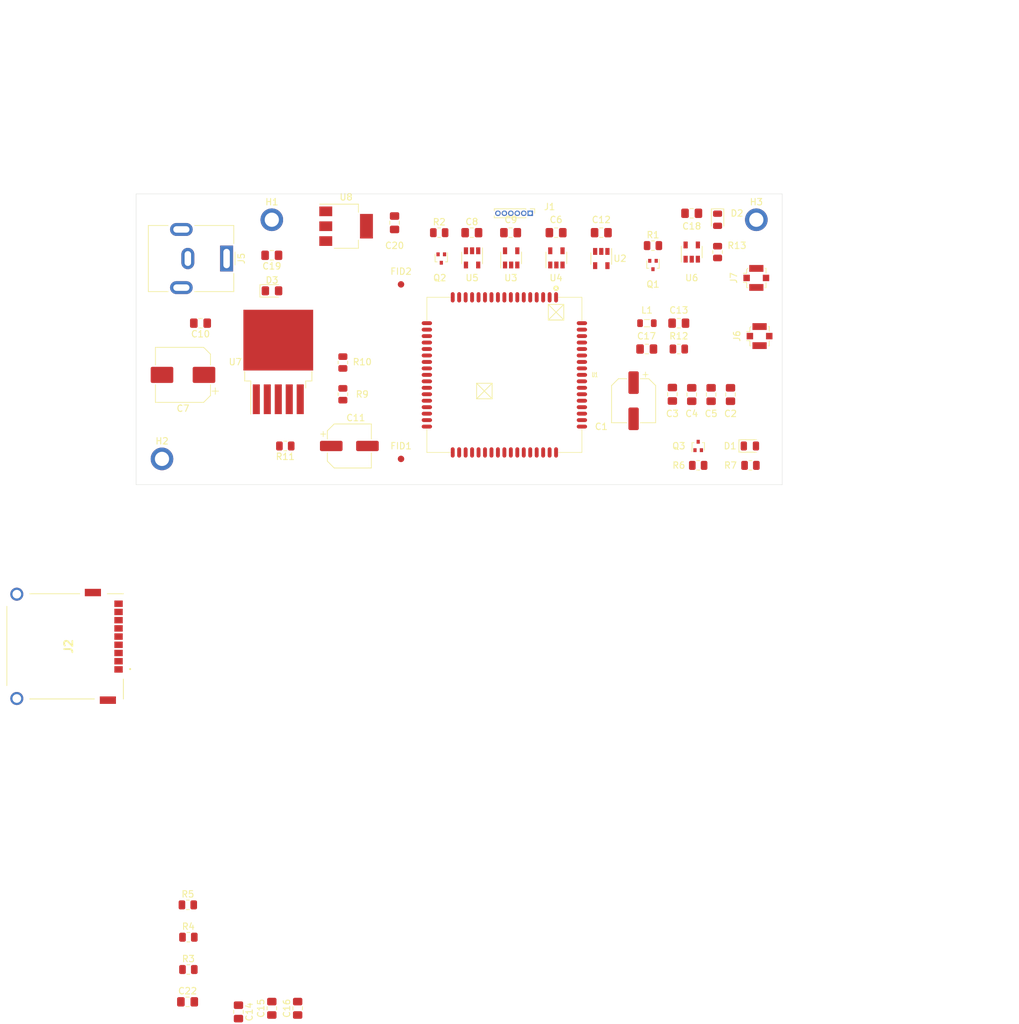
<source format=kicad_pcb>
(kicad_pcb (version 20171130) (host pcbnew 5.1.10-88a1d61d58~90~ubuntu20.04.1)

  (general
    (thickness 1.6)
    (drawings 10)
    (tracks 0)
    (zones 0)
    (modules 58)
    (nets 60)
  )

  (page A4)
  (title_block
    (title "Modulo de comunicacion basado en SIM7000G")
    (date 2021-09-22)
    (rev "Diego Brengi")
    (company FIUBA)
    (comment 1 "Autor: German Velardez")
  )

  (layers
    (0 F.Cu signal)
    (31 B.Cu signal)
    (32 B.Adhes user)
    (33 F.Adhes user)
    (34 B.Paste user)
    (35 F.Paste user)
    (36 B.SilkS user hide)
    (37 F.SilkS user)
    (38 B.Mask user hide)
    (39 F.Mask user)
    (40 Dwgs.User user)
    (41 Cmts.User user)
    (42 Eco1.User user)
    (43 Eco2.User user)
    (44 Edge.Cuts user)
    (45 Margin user)
    (46 B.CrtYd user)
    (47 F.CrtYd user)
    (48 B.Fab user)
    (49 F.Fab user hide)
  )

  (setup
    (last_trace_width 0.25)
    (user_trace_width 0.5)
    (user_trace_width 0.6)
    (user_trace_width 0.8)
    (user_trace_width 1)
    (trace_clearance 0.2)
    (zone_clearance 0.508)
    (zone_45_only no)
    (trace_min 0.2)
    (via_size 0.8)
    (via_drill 0.4)
    (via_min_size 0.4)
    (via_min_drill 0.3)
    (uvia_size 0.3)
    (uvia_drill 0.1)
    (uvias_allowed no)
    (uvia_min_size 0.2)
    (uvia_min_drill 0.1)
    (edge_width 0.05)
    (segment_width 0.2)
    (pcb_text_width 0.3)
    (pcb_text_size 1.5 1.5)
    (mod_edge_width 0.12)
    (mod_text_size 1 1)
    (mod_text_width 0.15)
    (pad_size 1.524 1.524)
    (pad_drill 0.762)
    (pad_to_mask_clearance 0)
    (aux_axis_origin 0 0)
    (visible_elements FFFFEF7F)
    (pcbplotparams
      (layerselection 0x010fc_ffffffff)
      (usegerberextensions false)
      (usegerberattributes true)
      (usegerberadvancedattributes true)
      (creategerberjobfile true)
      (excludeedgelayer true)
      (linewidth 0.100000)
      (plotframeref false)
      (viasonmask false)
      (mode 1)
      (useauxorigin false)
      (hpglpennumber 1)
      (hpglpenspeed 20)
      (hpglpendiameter 15.000000)
      (psnegative false)
      (psa4output false)
      (plotreference true)
      (plotvalue true)
      (plotinvisibletext false)
      (padsonsilk false)
      (subtractmaskfromsilk false)
      (outputformat 1)
      (mirror false)
      (drillshape 1)
      (scaleselection 1)
      (outputdirectory ""))
  )

  (net 0 "")
  (net 1 GND)
  (net 2 "Net-(C13-Pad1)")
  (net 3 "Net-(C14-Pad1)")
  (net 4 "Net-(C15-Pad1)")
  (net 5 "Net-(C16-Pad1)")
  (net 6 "Net-(C17-Pad2)")
  (net 7 "Net-(C19-Pad1)")
  (net 8 "Net-(C22-Pad1)")
  (net 9 "Net-(D1-Pad2)")
  (net 10 "Net-(D1-Pad1)")
  (net 11 "Net-(D2-Pad2)")
  (net 12 "Net-(J1-Pad2)")
  (net 13 "Net-(J1-Pad3)")
  (net 14 "Net-(Q1-Pad3)")
  (net 15 "Net-(Q2-Pad3)")
  (net 16 "Net-(Q3-Pad1)")
  (net 17 "Net-(R10-Pad1)")
  (net 18 "Net-(R13-Pad2)")
  (net 19 "Net-(U1-Pad3)")
  (net 20 "Net-(U1-Pad4)")
  (net 21 "Net-(U1-Pad9)")
  (net 22 "Net-(U1-Pad10)")
  (net 23 "Net-(U1-Pad66)")
  (net 24 "Net-(C22-Pad2)")
  (net 25 "Net-(J2-PadP7)")
  (net 26 "Net-(J2-PadP3)")
  (net 27 "Net-(J2-PadP2)")
  (net 28 "Net-(C17-Pad1)")
  (net 29 +BATT)
  (net 30 +3V3)
  (net 31 +5VD)
  (net 32 VDD)
  (net 33 "Net-(J1-Pad4)")
  (net 34 /POWERKEY)
  (net 35 /NRESET)
  (net 36 "Net-(U1-Pad5)")
  (net 37 "Net-(U1-Pad6)")
  (net 38 "Net-(U1-Pad7)")
  (net 39 "Net-(U1-Pad8)")
  (net 40 "Net-(U1-Pad11)")
  (net 41 "Net-(U1-Pad12)")
  (net 42 "Net-(U1-Pad13)")
  (net 43 "Net-(U1-Pad14)")
  (net 44 "Net-(U1-Pad23)")
  (net 45 "Net-(U1-Pad24)")
  (net 46 "Net-(U1-Pad25)")
  (net 47 "Net-(U1-Pad27)")
  (net 48 "Net-(U1-Pad28)")
  (net 49 "Net-(U1-Pad34)")
  (net 50 "Net-(U1-Pad37)")
  (net 51 "Net-(U1-Pad38)")
  (net 52 "Net-(U1-Pad48)")
  (net 53 "Net-(U1-Pad49)")
  (net 54 "Net-(U1-Pad50)")
  (net 55 "Net-(U1-Pad67)")
  (net 56 "Net-(U1-Pad68)")
  (net 57 "Net-(J2-PadP6)")
  (net 58 "Net-(J7-Pad1)")
  (net 59 "Net-(J1-Pad5)")

  (net_class Default "This is the default net class."
    (clearance 0.2)
    (trace_width 0.25)
    (via_dia 0.8)
    (via_drill 0.4)
    (uvia_dia 0.3)
    (uvia_drill 0.1)
    (add_net +3V3)
    (add_net +5VD)
    (add_net +BATT)
    (add_net /NRESET)
    (add_net /POWERKEY)
    (add_net GND)
    (add_net "Net-(C13-Pad1)")
    (add_net "Net-(C14-Pad1)")
    (add_net "Net-(C15-Pad1)")
    (add_net "Net-(C16-Pad1)")
    (add_net "Net-(C17-Pad1)")
    (add_net "Net-(C17-Pad2)")
    (add_net "Net-(C19-Pad1)")
    (add_net "Net-(C22-Pad1)")
    (add_net "Net-(C22-Pad2)")
    (add_net "Net-(D1-Pad1)")
    (add_net "Net-(D1-Pad2)")
    (add_net "Net-(D2-Pad2)")
    (add_net "Net-(J1-Pad2)")
    (add_net "Net-(J1-Pad3)")
    (add_net "Net-(J1-Pad4)")
    (add_net "Net-(J1-Pad5)")
    (add_net "Net-(J2-PadP2)")
    (add_net "Net-(J2-PadP3)")
    (add_net "Net-(J2-PadP6)")
    (add_net "Net-(J2-PadP7)")
    (add_net "Net-(J7-Pad1)")
    (add_net "Net-(Q1-Pad3)")
    (add_net "Net-(Q2-Pad3)")
    (add_net "Net-(Q3-Pad1)")
    (add_net "Net-(R10-Pad1)")
    (add_net "Net-(R13-Pad2)")
    (add_net "Net-(U1-Pad10)")
    (add_net "Net-(U1-Pad11)")
    (add_net "Net-(U1-Pad12)")
    (add_net "Net-(U1-Pad13)")
    (add_net "Net-(U1-Pad14)")
    (add_net "Net-(U1-Pad23)")
    (add_net "Net-(U1-Pad24)")
    (add_net "Net-(U1-Pad25)")
    (add_net "Net-(U1-Pad27)")
    (add_net "Net-(U1-Pad28)")
    (add_net "Net-(U1-Pad3)")
    (add_net "Net-(U1-Pad34)")
    (add_net "Net-(U1-Pad37)")
    (add_net "Net-(U1-Pad38)")
    (add_net "Net-(U1-Pad4)")
    (add_net "Net-(U1-Pad48)")
    (add_net "Net-(U1-Pad49)")
    (add_net "Net-(U1-Pad5)")
    (add_net "Net-(U1-Pad50)")
    (add_net "Net-(U1-Pad6)")
    (add_net "Net-(U1-Pad66)")
    (add_net "Net-(U1-Pad67)")
    (add_net "Net-(U1-Pad68)")
    (add_net "Net-(U1-Pad7)")
    (add_net "Net-(U1-Pad8)")
    (add_net "Net-(U1-Pad9)")
    (add_net VDD)
  )

  (module Capacitor_SMD:CP_Elec_6.3x9.9 (layer F.Cu) (tedit 5BCA39D0) (tstamp 615DA820)
    (at 177 77 270)
    (descr "SMD capacitor, aluminum electrolytic, Panasonic C10, 6.3x9.9mm")
    (tags "capacitor electrolytic")
    (path /6172B8BA)
    (attr smd)
    (fp_text reference C1 (at 4 5 180) (layer F.SilkS)
      (effects (font (size 1 1) (thickness 0.15)))
    )
    (fp_text value 100uFx16V (at 0 4.35 90) (layer F.Fab)
      (effects (font (size 1 1) (thickness 0.15)))
    )
    (fp_text user %R (at 0 0 90) (layer F.Fab)
      (effects (font (size 1 1) (thickness 0.15)))
    )
    (fp_circle (center 0 0) (end 3.15 0) (layer F.Fab) (width 0.1))
    (fp_line (start 3.3 -3.3) (end 3.3 3.3) (layer F.Fab) (width 0.1))
    (fp_line (start -2.3 -3.3) (end 3.3 -3.3) (layer F.Fab) (width 0.1))
    (fp_line (start -2.3 3.3) (end 3.3 3.3) (layer F.Fab) (width 0.1))
    (fp_line (start -3.3 -2.3) (end -3.3 2.3) (layer F.Fab) (width 0.1))
    (fp_line (start -3.3 -2.3) (end -2.3 -3.3) (layer F.Fab) (width 0.1))
    (fp_line (start -3.3 2.3) (end -2.3 3.3) (layer F.Fab) (width 0.1))
    (fp_line (start -2.704838 -1.33) (end -2.074838 -1.33) (layer F.Fab) (width 0.1))
    (fp_line (start -2.389838 -1.645) (end -2.389838 -1.015) (layer F.Fab) (width 0.1))
    (fp_line (start 3.41 3.41) (end 3.41 1.06) (layer F.SilkS) (width 0.12))
    (fp_line (start 3.41 -3.41) (end 3.41 -1.06) (layer F.SilkS) (width 0.12))
    (fp_line (start -2.345563 -3.41) (end 3.41 -3.41) (layer F.SilkS) (width 0.12))
    (fp_line (start -2.345563 3.41) (end 3.41 3.41) (layer F.SilkS) (width 0.12))
    (fp_line (start -3.41 2.345563) (end -3.41 1.06) (layer F.SilkS) (width 0.12))
    (fp_line (start -3.41 -2.345563) (end -3.41 -1.06) (layer F.SilkS) (width 0.12))
    (fp_line (start -3.41 -2.345563) (end -2.345563 -3.41) (layer F.SilkS) (width 0.12))
    (fp_line (start -3.41 2.345563) (end -2.345563 3.41) (layer F.SilkS) (width 0.12))
    (fp_line (start -4.4375 -1.8475) (end -3.65 -1.8475) (layer F.SilkS) (width 0.12))
    (fp_line (start -4.04375 -2.24125) (end -4.04375 -1.45375) (layer F.SilkS) (width 0.12))
    (fp_line (start 3.55 -3.55) (end 3.55 -1.05) (layer F.CrtYd) (width 0.05))
    (fp_line (start 3.55 -1.05) (end 4.8 -1.05) (layer F.CrtYd) (width 0.05))
    (fp_line (start 4.8 -1.05) (end 4.8 1.05) (layer F.CrtYd) (width 0.05))
    (fp_line (start 4.8 1.05) (end 3.55 1.05) (layer F.CrtYd) (width 0.05))
    (fp_line (start 3.55 1.05) (end 3.55 3.55) (layer F.CrtYd) (width 0.05))
    (fp_line (start -2.4 3.55) (end 3.55 3.55) (layer F.CrtYd) (width 0.05))
    (fp_line (start -2.4 -3.55) (end 3.55 -3.55) (layer F.CrtYd) (width 0.05))
    (fp_line (start -3.55 2.4) (end -2.4 3.55) (layer F.CrtYd) (width 0.05))
    (fp_line (start -3.55 -2.4) (end -2.4 -3.55) (layer F.CrtYd) (width 0.05))
    (fp_line (start -3.55 -2.4) (end -3.55 -1.05) (layer F.CrtYd) (width 0.05))
    (fp_line (start -3.55 1.05) (end -3.55 2.4) (layer F.CrtYd) (width 0.05))
    (fp_line (start -3.55 -1.05) (end -4.8 -1.05) (layer F.CrtYd) (width 0.05))
    (fp_line (start -4.8 -1.05) (end -4.8 1.05) (layer F.CrtYd) (width 0.05))
    (fp_line (start -4.8 1.05) (end -3.55 1.05) (layer F.CrtYd) (width 0.05))
    (pad 2 smd roundrect (at 2.8 0 270) (size 3.5 1.6) (layers F.Cu F.Paste F.Mask) (roundrect_rratio 0.15625)
      (net 1 GND))
    (pad 1 smd roundrect (at -2.8 0 270) (size 3.5 1.6) (layers F.Cu F.Paste F.Mask) (roundrect_rratio 0.15625)
      (net 29 +BATT))
    (model ${KISYS3DMOD}/Capacitor_SMD.3dshapes/CP_Elec_6.3x9.9.wrl
      (at (xyz 0 0 0))
      (scale (xyz 1 1 1))
      (rotate (xyz 0 0 0))
    )
  )

  (module Capacitor_SMD:C_0805_2012Metric_Pad1.18x1.45mm_HandSolder (layer F.Cu) (tedit 5F68FEEF) (tstamp 615DA831)
    (at 192 76.0375 270)
    (descr "Capacitor SMD 0805 (2012 Metric), square (rectangular) end terminal, IPC_7351 nominal with elongated pad for handsoldering. (Body size source: IPC-SM-782 page 76, https://www.pcb-3d.com/wordpress/wp-content/uploads/ipc-sm-782a_amendment_1_and_2.pdf, https://docs.google.com/spreadsheets/d/1BsfQQcO9C6DZCsRaXUlFlo91Tg2WpOkGARC1WS5S8t0/edit?usp=sharing), generated with kicad-footprint-generator")
    (tags "capacitor handsolder")
    (path /61398E80)
    (attr smd)
    (fp_text reference C2 (at 2.9625 0 180) (layer F.SilkS)
      (effects (font (size 1 1) (thickness 0.15)))
    )
    (fp_text value 1uF (at 0 1.68 90) (layer F.Fab)
      (effects (font (size 1 1) (thickness 0.15)))
    )
    (fp_text user %R (at 0 0 90) (layer F.Fab)
      (effects (font (size 0.5 0.5) (thickness 0.08)))
    )
    (fp_line (start -1 0.625) (end -1 -0.625) (layer F.Fab) (width 0.1))
    (fp_line (start -1 -0.625) (end 1 -0.625) (layer F.Fab) (width 0.1))
    (fp_line (start 1 -0.625) (end 1 0.625) (layer F.Fab) (width 0.1))
    (fp_line (start 1 0.625) (end -1 0.625) (layer F.Fab) (width 0.1))
    (fp_line (start -0.261252 -0.735) (end 0.261252 -0.735) (layer F.SilkS) (width 0.12))
    (fp_line (start -0.261252 0.735) (end 0.261252 0.735) (layer F.SilkS) (width 0.12))
    (fp_line (start -1.88 0.98) (end -1.88 -0.98) (layer F.CrtYd) (width 0.05))
    (fp_line (start -1.88 -0.98) (end 1.88 -0.98) (layer F.CrtYd) (width 0.05))
    (fp_line (start 1.88 -0.98) (end 1.88 0.98) (layer F.CrtYd) (width 0.05))
    (fp_line (start 1.88 0.98) (end -1.88 0.98) (layer F.CrtYd) (width 0.05))
    (pad 2 smd roundrect (at 1.0375 0 270) (size 1.175 1.45) (layers F.Cu F.Paste F.Mask) (roundrect_rratio 0.212766)
      (net 1 GND))
    (pad 1 smd roundrect (at -1.0375 0 270) (size 1.175 1.45) (layers F.Cu F.Paste F.Mask) (roundrect_rratio 0.212766)
      (net 29 +BATT))
    (model ${KISYS3DMOD}/Capacitor_SMD.3dshapes/C_0805_2012Metric.wrl
      (at (xyz 0 0 0))
      (scale (xyz 1 1 1))
      (rotate (xyz 0 0 0))
    )
  )

  (module Capacitor_SMD:C_0805_2012Metric_Pad1.18x1.45mm_HandSolder (layer F.Cu) (tedit 5F68FEEF) (tstamp 615DA842)
    (at 183 76 270)
    (descr "Capacitor SMD 0805 (2012 Metric), square (rectangular) end terminal, IPC_7351 nominal with elongated pad for handsoldering. (Body size source: IPC-SM-782 page 76, https://www.pcb-3d.com/wordpress/wp-content/uploads/ipc-sm-782a_amendment_1_and_2.pdf, https://docs.google.com/spreadsheets/d/1BsfQQcO9C6DZCsRaXUlFlo91Tg2WpOkGARC1WS5S8t0/edit?usp=sharing), generated with kicad-footprint-generator")
    (tags "capacitor handsolder")
    (path /61398274)
    (attr smd)
    (fp_text reference C3 (at 3 0 180) (layer F.SilkS)
      (effects (font (size 1 1) (thickness 0.15)))
    )
    (fp_text value 100nF (at 0 1.68 90) (layer F.Fab)
      (effects (font (size 1 1) (thickness 0.15)))
    )
    (fp_text user %R (at 0 0 90) (layer F.Fab)
      (effects (font (size 0.5 0.5) (thickness 0.08)))
    )
    (fp_line (start -1 0.625) (end -1 -0.625) (layer F.Fab) (width 0.1))
    (fp_line (start -1 -0.625) (end 1 -0.625) (layer F.Fab) (width 0.1))
    (fp_line (start 1 -0.625) (end 1 0.625) (layer F.Fab) (width 0.1))
    (fp_line (start 1 0.625) (end -1 0.625) (layer F.Fab) (width 0.1))
    (fp_line (start -0.261252 -0.735) (end 0.261252 -0.735) (layer F.SilkS) (width 0.12))
    (fp_line (start -0.261252 0.735) (end 0.261252 0.735) (layer F.SilkS) (width 0.12))
    (fp_line (start -1.88 0.98) (end -1.88 -0.98) (layer F.CrtYd) (width 0.05))
    (fp_line (start -1.88 -0.98) (end 1.88 -0.98) (layer F.CrtYd) (width 0.05))
    (fp_line (start 1.88 -0.98) (end 1.88 0.98) (layer F.CrtYd) (width 0.05))
    (fp_line (start 1.88 0.98) (end -1.88 0.98) (layer F.CrtYd) (width 0.05))
    (pad 2 smd roundrect (at 1.0375 0 270) (size 1.175 1.45) (layers F.Cu F.Paste F.Mask) (roundrect_rratio 0.212766)
      (net 1 GND))
    (pad 1 smd roundrect (at -1.0375 0 270) (size 1.175 1.45) (layers F.Cu F.Paste F.Mask) (roundrect_rratio 0.212766)
      (net 29 +BATT))
    (model ${KISYS3DMOD}/Capacitor_SMD.3dshapes/C_0805_2012Metric.wrl
      (at (xyz 0 0 0))
      (scale (xyz 1 1 1))
      (rotate (xyz 0 0 0))
    )
  )

  (module Capacitor_SMD:C_0805_2012Metric_Pad1.18x1.45mm_HandSolder (layer F.Cu) (tedit 5F68FEEF) (tstamp 615DA853)
    (at 186 76.0375 270)
    (descr "Capacitor SMD 0805 (2012 Metric), square (rectangular) end terminal, IPC_7351 nominal with elongated pad for handsoldering. (Body size source: IPC-SM-782 page 76, https://www.pcb-3d.com/wordpress/wp-content/uploads/ipc-sm-782a_amendment_1_and_2.pdf, https://docs.google.com/spreadsheets/d/1BsfQQcO9C6DZCsRaXUlFlo91Tg2WpOkGARC1WS5S8t0/edit?usp=sharing), generated with kicad-footprint-generator")
    (tags "capacitor handsolder")
    (path /61398B01)
    (attr smd)
    (fp_text reference C4 (at 2.9625 0 180) (layer F.SilkS)
      (effects (font (size 1 1) (thickness 0.15)))
    )
    (fp_text value 47pF (at 0 1.68 90) (layer F.Fab)
      (effects (font (size 1 1) (thickness 0.15)))
    )
    (fp_line (start 1.88 0.98) (end -1.88 0.98) (layer F.CrtYd) (width 0.05))
    (fp_line (start 1.88 -0.98) (end 1.88 0.98) (layer F.CrtYd) (width 0.05))
    (fp_line (start -1.88 -0.98) (end 1.88 -0.98) (layer F.CrtYd) (width 0.05))
    (fp_line (start -1.88 0.98) (end -1.88 -0.98) (layer F.CrtYd) (width 0.05))
    (fp_line (start -0.261252 0.735) (end 0.261252 0.735) (layer F.SilkS) (width 0.12))
    (fp_line (start -0.261252 -0.735) (end 0.261252 -0.735) (layer F.SilkS) (width 0.12))
    (fp_line (start 1 0.625) (end -1 0.625) (layer F.Fab) (width 0.1))
    (fp_line (start 1 -0.625) (end 1 0.625) (layer F.Fab) (width 0.1))
    (fp_line (start -1 -0.625) (end 1 -0.625) (layer F.Fab) (width 0.1))
    (fp_line (start -1 0.625) (end -1 -0.625) (layer F.Fab) (width 0.1))
    (fp_text user %R (at 0 0 90) (layer F.Fab)
      (effects (font (size 0.5 0.5) (thickness 0.08)))
    )
    (pad 1 smd roundrect (at -1.0375 0 270) (size 1.175 1.45) (layers F.Cu F.Paste F.Mask) (roundrect_rratio 0.212766)
      (net 29 +BATT))
    (pad 2 smd roundrect (at 1.0375 0 270) (size 1.175 1.45) (layers F.Cu F.Paste F.Mask) (roundrect_rratio 0.212766)
      (net 1 GND))
    (model ${KISYS3DMOD}/Capacitor_SMD.3dshapes/C_0805_2012Metric.wrl
      (at (xyz 0 0 0))
      (scale (xyz 1 1 1))
      (rotate (xyz 0 0 0))
    )
  )

  (module Capacitor_SMD:C_0805_2012Metric_Pad1.18x1.45mm_HandSolder (layer F.Cu) (tedit 5F68FEEF) (tstamp 615DA864)
    (at 189 76.0375 270)
    (descr "Capacitor SMD 0805 (2012 Metric), square (rectangular) end terminal, IPC_7351 nominal with elongated pad for handsoldering. (Body size source: IPC-SM-782 page 76, https://www.pcb-3d.com/wordpress/wp-content/uploads/ipc-sm-782a_amendment_1_and_2.pdf, https://docs.google.com/spreadsheets/d/1BsfQQcO9C6DZCsRaXUlFlo91Tg2WpOkGARC1WS5S8t0/edit?usp=sharing), generated with kicad-footprint-generator")
    (tags "capacitor handsolder")
    (path /617D091D)
    (attr smd)
    (fp_text reference C5 (at 2.9625 0 180) (layer F.SilkS)
      (effects (font (size 1 1) (thickness 0.15)))
    )
    (fp_text value 100nF (at 0 1.68 90) (layer F.Fab)
      (effects (font (size 1 1) (thickness 0.15)))
    )
    (fp_line (start 1.88 0.98) (end -1.88 0.98) (layer F.CrtYd) (width 0.05))
    (fp_line (start 1.88 -0.98) (end 1.88 0.98) (layer F.CrtYd) (width 0.05))
    (fp_line (start -1.88 -0.98) (end 1.88 -0.98) (layer F.CrtYd) (width 0.05))
    (fp_line (start -1.88 0.98) (end -1.88 -0.98) (layer F.CrtYd) (width 0.05))
    (fp_line (start -0.261252 0.735) (end 0.261252 0.735) (layer F.SilkS) (width 0.12))
    (fp_line (start -0.261252 -0.735) (end 0.261252 -0.735) (layer F.SilkS) (width 0.12))
    (fp_line (start 1 0.625) (end -1 0.625) (layer F.Fab) (width 0.1))
    (fp_line (start 1 -0.625) (end 1 0.625) (layer F.Fab) (width 0.1))
    (fp_line (start -1 -0.625) (end 1 -0.625) (layer F.Fab) (width 0.1))
    (fp_line (start -1 0.625) (end -1 -0.625) (layer F.Fab) (width 0.1))
    (fp_text user %R (at 0 0 90) (layer F.Fab)
      (effects (font (size 0.5 0.5) (thickness 0.08)))
    )
    (pad 1 smd roundrect (at -1.0375 0 270) (size 1.175 1.45) (layers F.Cu F.Paste F.Mask) (roundrect_rratio 0.212766)
      (net 29 +BATT))
    (pad 2 smd roundrect (at 1.0375 0 270) (size 1.175 1.45) (layers F.Cu F.Paste F.Mask) (roundrect_rratio 0.212766)
      (net 1 GND))
    (model ${KISYS3DMOD}/Capacitor_SMD.3dshapes/C_0805_2012Metric.wrl
      (at (xyz 0 0 0))
      (scale (xyz 1 1 1))
      (rotate (xyz 0 0 0))
    )
  )

  (module Capacitor_SMD:C_0805_2012Metric_Pad1.18x1.45mm_HandSolder (layer F.Cu) (tedit 5F68FEEF) (tstamp 615DA875)
    (at 165 51 180)
    (descr "Capacitor SMD 0805 (2012 Metric), square (rectangular) end terminal, IPC_7351 nominal with elongated pad for handsoldering. (Body size source: IPC-SM-782 page 76, https://www.pcb-3d.com/wordpress/wp-content/uploads/ipc-sm-782a_amendment_1_and_2.pdf, https://docs.google.com/spreadsheets/d/1BsfQQcO9C6DZCsRaXUlFlo91Tg2WpOkGARC1WS5S8t0/edit?usp=sharing), generated with kicad-footprint-generator")
    (tags "capacitor handsolder")
    (path /61493F52)
    (attr smd)
    (fp_text reference C6 (at 0 2) (layer F.SilkS)
      (effects (font (size 1 1) (thickness 0.15)))
    )
    (fp_text value 100nF (at 0 1.68) (layer F.Fab)
      (effects (font (size 1 1) (thickness 0.15)))
    )
    (fp_line (start 1.88 0.98) (end -1.88 0.98) (layer F.CrtYd) (width 0.05))
    (fp_line (start 1.88 -0.98) (end 1.88 0.98) (layer F.CrtYd) (width 0.05))
    (fp_line (start -1.88 -0.98) (end 1.88 -0.98) (layer F.CrtYd) (width 0.05))
    (fp_line (start -1.88 0.98) (end -1.88 -0.98) (layer F.CrtYd) (width 0.05))
    (fp_line (start -0.261252 0.735) (end 0.261252 0.735) (layer F.SilkS) (width 0.12))
    (fp_line (start -0.261252 -0.735) (end 0.261252 -0.735) (layer F.SilkS) (width 0.12))
    (fp_line (start 1 0.625) (end -1 0.625) (layer F.Fab) (width 0.1))
    (fp_line (start 1 -0.625) (end 1 0.625) (layer F.Fab) (width 0.1))
    (fp_line (start -1 -0.625) (end 1 -0.625) (layer F.Fab) (width 0.1))
    (fp_line (start -1 0.625) (end -1 -0.625) (layer F.Fab) (width 0.1))
    (fp_text user %R (at 0 0) (layer F.Fab)
      (effects (font (size 0.5 0.5) (thickness 0.08)))
    )
    (pad 1 smd roundrect (at -1.0375 0 180) (size 1.175 1.45) (layers F.Cu F.Paste F.Mask) (roundrect_rratio 0.212766)
      (net 1 GND))
    (pad 2 smd roundrect (at 1.0375 0 180) (size 1.175 1.45) (layers F.Cu F.Paste F.Mask) (roundrect_rratio 0.212766)
      (net 30 +3V3))
    (model ${KISYS3DMOD}/Capacitor_SMD.3dshapes/C_0805_2012Metric.wrl
      (at (xyz 0 0 0))
      (scale (xyz 1 1 1))
      (rotate (xyz 0 0 0))
    )
  )

  (module Capacitor_SMD:CP_Elec_8x10 (layer F.Cu) (tedit 5BCA39D0) (tstamp 615DA89D)
    (at 107.25 73 180)
    (descr "SMD capacitor, aluminum electrolytic, Nichicon, 8.0x10mm")
    (tags "capacitor electrolytic")
    (path /618BAB5F)
    (attr smd)
    (fp_text reference C7 (at 0 -5.2) (layer F.SilkS)
      (effects (font (size 1 1) (thickness 0.15)))
    )
    (fp_text value 470uFx16V (at 0 5.2) (layer F.Fab)
      (effects (font (size 1 1) (thickness 0.15)))
    )
    (fp_line (start -5.25 1.5) (end -4.4 1.5) (layer F.CrtYd) (width 0.05))
    (fp_line (start -5.25 -1.5) (end -5.25 1.5) (layer F.CrtYd) (width 0.05))
    (fp_line (start -4.4 -1.5) (end -5.25 -1.5) (layer F.CrtYd) (width 0.05))
    (fp_line (start -4.4 1.5) (end -4.4 3.25) (layer F.CrtYd) (width 0.05))
    (fp_line (start -4.4 -3.25) (end -4.4 -1.5) (layer F.CrtYd) (width 0.05))
    (fp_line (start -4.4 -3.25) (end -3.25 -4.4) (layer F.CrtYd) (width 0.05))
    (fp_line (start -4.4 3.25) (end -3.25 4.4) (layer F.CrtYd) (width 0.05))
    (fp_line (start -3.25 -4.4) (end 4.4 -4.4) (layer F.CrtYd) (width 0.05))
    (fp_line (start -3.25 4.4) (end 4.4 4.4) (layer F.CrtYd) (width 0.05))
    (fp_line (start 4.4 1.5) (end 4.4 4.4) (layer F.CrtYd) (width 0.05))
    (fp_line (start 5.25 1.5) (end 4.4 1.5) (layer F.CrtYd) (width 0.05))
    (fp_line (start 5.25 -1.5) (end 5.25 1.5) (layer F.CrtYd) (width 0.05))
    (fp_line (start 4.4 -1.5) (end 5.25 -1.5) (layer F.CrtYd) (width 0.05))
    (fp_line (start 4.4 -4.4) (end 4.4 -1.5) (layer F.CrtYd) (width 0.05))
    (fp_line (start -5 -3.01) (end -5 -2.01) (layer F.SilkS) (width 0.12))
    (fp_line (start -5.5 -2.51) (end -4.5 -2.51) (layer F.SilkS) (width 0.12))
    (fp_line (start -4.26 3.195563) (end -3.195563 4.26) (layer F.SilkS) (width 0.12))
    (fp_line (start -4.26 -3.195563) (end -3.195563 -4.26) (layer F.SilkS) (width 0.12))
    (fp_line (start -4.26 -3.195563) (end -4.26 -1.51) (layer F.SilkS) (width 0.12))
    (fp_line (start -4.26 3.195563) (end -4.26 1.51) (layer F.SilkS) (width 0.12))
    (fp_line (start -3.195563 4.26) (end 4.26 4.26) (layer F.SilkS) (width 0.12))
    (fp_line (start -3.195563 -4.26) (end 4.26 -4.26) (layer F.SilkS) (width 0.12))
    (fp_line (start 4.26 -4.26) (end 4.26 -1.51) (layer F.SilkS) (width 0.12))
    (fp_line (start 4.26 4.26) (end 4.26 1.51) (layer F.SilkS) (width 0.12))
    (fp_line (start -3.162278 -1.9) (end -3.162278 -1.1) (layer F.Fab) (width 0.1))
    (fp_line (start -3.562278 -1.5) (end -2.762278 -1.5) (layer F.Fab) (width 0.1))
    (fp_line (start -4.15 3.15) (end -3.15 4.15) (layer F.Fab) (width 0.1))
    (fp_line (start -4.15 -3.15) (end -3.15 -4.15) (layer F.Fab) (width 0.1))
    (fp_line (start -4.15 -3.15) (end -4.15 3.15) (layer F.Fab) (width 0.1))
    (fp_line (start -3.15 4.15) (end 4.15 4.15) (layer F.Fab) (width 0.1))
    (fp_line (start -3.15 -4.15) (end 4.15 -4.15) (layer F.Fab) (width 0.1))
    (fp_line (start 4.15 -4.15) (end 4.15 4.15) (layer F.Fab) (width 0.1))
    (fp_circle (center 0 0) (end 4 0) (layer F.Fab) (width 0.1))
    (fp_text user %R (at 0 0) (layer F.Fab)
      (effects (font (size 1 1) (thickness 0.15)))
    )
    (pad 1 smd roundrect (at -3.25 0 180) (size 3.5 2.5) (layers F.Cu F.Paste F.Mask) (roundrect_rratio 0.1)
      (net 31 +5VD))
    (pad 2 smd roundrect (at 3.25 0 180) (size 3.5 2.5) (layers F.Cu F.Paste F.Mask) (roundrect_rratio 0.1)
      (net 1 GND))
    (model ${KISYS3DMOD}/Capacitor_SMD.3dshapes/CP_Elec_8x10.wrl
      (at (xyz 0 0 0))
      (scale (xyz 1 1 1))
      (rotate (xyz 0 0 0))
    )
  )

  (module Capacitor_SMD:C_0805_2012Metric_Pad1.18x1.45mm_HandSolder (layer F.Cu) (tedit 5F68FEEF) (tstamp 615DA8AE)
    (at 151.9625 51)
    (descr "Capacitor SMD 0805 (2012 Metric), square (rectangular) end terminal, IPC_7351 nominal with elongated pad for handsoldering. (Body size source: IPC-SM-782 page 76, https://www.pcb-3d.com/wordpress/wp-content/uploads/ipc-sm-782a_amendment_1_and_2.pdf, https://docs.google.com/spreadsheets/d/1BsfQQcO9C6DZCsRaXUlFlo91Tg2WpOkGARC1WS5S8t0/edit?usp=sharing), generated with kicad-footprint-generator")
    (tags "capacitor handsolder")
    (path /614B2A91)
    (attr smd)
    (fp_text reference C8 (at 0 -1.68) (layer F.SilkS)
      (effects (font (size 1 1) (thickness 0.15)))
    )
    (fp_text value 100nF (at 0 1.68) (layer F.Fab)
      (effects (font (size 1 1) (thickness 0.15)))
    )
    (fp_text user %R (at 0 0) (layer F.Fab)
      (effects (font (size 0.5 0.5) (thickness 0.08)))
    )
    (fp_line (start -1 0.625) (end -1 -0.625) (layer F.Fab) (width 0.1))
    (fp_line (start -1 -0.625) (end 1 -0.625) (layer F.Fab) (width 0.1))
    (fp_line (start 1 -0.625) (end 1 0.625) (layer F.Fab) (width 0.1))
    (fp_line (start 1 0.625) (end -1 0.625) (layer F.Fab) (width 0.1))
    (fp_line (start -0.261252 -0.735) (end 0.261252 -0.735) (layer F.SilkS) (width 0.12))
    (fp_line (start -0.261252 0.735) (end 0.261252 0.735) (layer F.SilkS) (width 0.12))
    (fp_line (start -1.88 0.98) (end -1.88 -0.98) (layer F.CrtYd) (width 0.05))
    (fp_line (start -1.88 -0.98) (end 1.88 -0.98) (layer F.CrtYd) (width 0.05))
    (fp_line (start 1.88 -0.98) (end 1.88 0.98) (layer F.CrtYd) (width 0.05))
    (fp_line (start 1.88 0.98) (end -1.88 0.98) (layer F.CrtYd) (width 0.05))
    (pad 2 smd roundrect (at 1.0375 0) (size 1.175 1.45) (layers F.Cu F.Paste F.Mask) (roundrect_rratio 0.212766)
      (net 30 +3V3))
    (pad 1 smd roundrect (at -1.0375 0) (size 1.175 1.45) (layers F.Cu F.Paste F.Mask) (roundrect_rratio 0.212766)
      (net 1 GND))
    (model ${KISYS3DMOD}/Capacitor_SMD.3dshapes/C_0805_2012Metric.wrl
      (at (xyz 0 0 0))
      (scale (xyz 1 1 1))
      (rotate (xyz 0 0 0))
    )
  )

  (module Capacitor_SMD:C_0805_2012Metric_Pad1.18x1.45mm_HandSolder (layer F.Cu) (tedit 5F68FEEF) (tstamp 615DA8BF)
    (at 157.9625 51)
    (descr "Capacitor SMD 0805 (2012 Metric), square (rectangular) end terminal, IPC_7351 nominal with elongated pad for handsoldering. (Body size source: IPC-SM-782 page 76, https://www.pcb-3d.com/wordpress/wp-content/uploads/ipc-sm-782a_amendment_1_and_2.pdf, https://docs.google.com/spreadsheets/d/1BsfQQcO9C6DZCsRaXUlFlo91Tg2WpOkGARC1WS5S8t0/edit?usp=sharing), generated with kicad-footprint-generator")
    (tags "capacitor handsolder")
    (path /61530695)
    (attr smd)
    (fp_text reference C9 (at 0.0375 -2) (layer F.SilkS)
      (effects (font (size 1 1) (thickness 0.15)))
    )
    (fp_text value 100nF (at 0 1.68) (layer F.Fab)
      (effects (font (size 1 1) (thickness 0.15)))
    )
    (fp_text user %R (at 0 0) (layer F.Fab)
      (effects (font (size 0.5 0.5) (thickness 0.08)))
    )
    (fp_line (start -1 0.625) (end -1 -0.625) (layer F.Fab) (width 0.1))
    (fp_line (start -1 -0.625) (end 1 -0.625) (layer F.Fab) (width 0.1))
    (fp_line (start 1 -0.625) (end 1 0.625) (layer F.Fab) (width 0.1))
    (fp_line (start 1 0.625) (end -1 0.625) (layer F.Fab) (width 0.1))
    (fp_line (start -0.261252 -0.735) (end 0.261252 -0.735) (layer F.SilkS) (width 0.12))
    (fp_line (start -0.261252 0.735) (end 0.261252 0.735) (layer F.SilkS) (width 0.12))
    (fp_line (start -1.88 0.98) (end -1.88 -0.98) (layer F.CrtYd) (width 0.05))
    (fp_line (start -1.88 -0.98) (end 1.88 -0.98) (layer F.CrtYd) (width 0.05))
    (fp_line (start 1.88 -0.98) (end 1.88 0.98) (layer F.CrtYd) (width 0.05))
    (fp_line (start 1.88 0.98) (end -1.88 0.98) (layer F.CrtYd) (width 0.05))
    (pad 2 smd roundrect (at 1.0375 0) (size 1.175 1.45) (layers F.Cu F.Paste F.Mask) (roundrect_rratio 0.212766)
      (net 1 GND))
    (pad 1 smd roundrect (at -1.0375 0) (size 1.175 1.45) (layers F.Cu F.Paste F.Mask) (roundrect_rratio 0.212766)
      (net 32 VDD))
    (model ${KISYS3DMOD}/Capacitor_SMD.3dshapes/C_0805_2012Metric.wrl
      (at (xyz 0 0 0))
      (scale (xyz 1 1 1))
      (rotate (xyz 0 0 0))
    )
  )

  (module Capacitor_SMD:C_0805_2012Metric_Pad1.18x1.45mm_HandSolder (layer F.Cu) (tedit 5F68FEEF) (tstamp 615DA8D0)
    (at 109.9625 65 180)
    (descr "Capacitor SMD 0805 (2012 Metric), square (rectangular) end terminal, IPC_7351 nominal with elongated pad for handsoldering. (Body size source: IPC-SM-782 page 76, https://www.pcb-3d.com/wordpress/wp-content/uploads/ipc-sm-782a_amendment_1_and_2.pdf, https://docs.google.com/spreadsheets/d/1BsfQQcO9C6DZCsRaXUlFlo91Tg2WpOkGARC1WS5S8t0/edit?usp=sharing), generated with kicad-footprint-generator")
    (tags "capacitor handsolder")
    (path /61939C91)
    (attr smd)
    (fp_text reference C10 (at 0 -1.68) (layer F.SilkS)
      (effects (font (size 1 1) (thickness 0.15)))
    )
    (fp_text value 1uF (at 0 1.68) (layer F.Fab)
      (effects (font (size 1 1) (thickness 0.15)))
    )
    (fp_line (start 1.88 0.98) (end -1.88 0.98) (layer F.CrtYd) (width 0.05))
    (fp_line (start 1.88 -0.98) (end 1.88 0.98) (layer F.CrtYd) (width 0.05))
    (fp_line (start -1.88 -0.98) (end 1.88 -0.98) (layer F.CrtYd) (width 0.05))
    (fp_line (start -1.88 0.98) (end -1.88 -0.98) (layer F.CrtYd) (width 0.05))
    (fp_line (start -0.261252 0.735) (end 0.261252 0.735) (layer F.SilkS) (width 0.12))
    (fp_line (start -0.261252 -0.735) (end 0.261252 -0.735) (layer F.SilkS) (width 0.12))
    (fp_line (start 1 0.625) (end -1 0.625) (layer F.Fab) (width 0.1))
    (fp_line (start 1 -0.625) (end 1 0.625) (layer F.Fab) (width 0.1))
    (fp_line (start -1 -0.625) (end 1 -0.625) (layer F.Fab) (width 0.1))
    (fp_line (start -1 0.625) (end -1 -0.625) (layer F.Fab) (width 0.1))
    (fp_text user %R (at 0 0) (layer F.Fab)
      (effects (font (size 0.5 0.5) (thickness 0.08)))
    )
    (pad 1 smd roundrect (at -1.0375 0 180) (size 1.175 1.45) (layers F.Cu F.Paste F.Mask) (roundrect_rratio 0.212766)
      (net 31 +5VD))
    (pad 2 smd roundrect (at 1.0375 0 180) (size 1.175 1.45) (layers F.Cu F.Paste F.Mask) (roundrect_rratio 0.212766)
      (net 1 GND))
    (model ${KISYS3DMOD}/Capacitor_SMD.3dshapes/C_0805_2012Metric.wrl
      (at (xyz 0 0 0))
      (scale (xyz 1 1 1))
      (rotate (xyz 0 0 0))
    )
  )

  (module Capacitor_SMD:CP_Elec_6.3x9.9 (layer F.Cu) (tedit 5BCA39D0) (tstamp 615DA8F8)
    (at 133 84)
    (descr "SMD capacitor, aluminum electrolytic, Panasonic C10, 6.3x9.9mm")
    (tags "capacitor electrolytic")
    (path /61832C67)
    (attr smd)
    (fp_text reference C11 (at 1 -4.35) (layer F.SilkS)
      (effects (font (size 1 1) (thickness 0.15)))
    )
    (fp_text value 100uFx16V (at 0 4.35) (layer F.Fab)
      (effects (font (size 1 1) (thickness 0.15)))
    )
    (fp_line (start -4.8 1.05) (end -3.55 1.05) (layer F.CrtYd) (width 0.05))
    (fp_line (start -4.8 -1.05) (end -4.8 1.05) (layer F.CrtYd) (width 0.05))
    (fp_line (start -3.55 -1.05) (end -4.8 -1.05) (layer F.CrtYd) (width 0.05))
    (fp_line (start -3.55 1.05) (end -3.55 2.4) (layer F.CrtYd) (width 0.05))
    (fp_line (start -3.55 -2.4) (end -3.55 -1.05) (layer F.CrtYd) (width 0.05))
    (fp_line (start -3.55 -2.4) (end -2.4 -3.55) (layer F.CrtYd) (width 0.05))
    (fp_line (start -3.55 2.4) (end -2.4 3.55) (layer F.CrtYd) (width 0.05))
    (fp_line (start -2.4 -3.55) (end 3.55 -3.55) (layer F.CrtYd) (width 0.05))
    (fp_line (start -2.4 3.55) (end 3.55 3.55) (layer F.CrtYd) (width 0.05))
    (fp_line (start 3.55 1.05) (end 3.55 3.55) (layer F.CrtYd) (width 0.05))
    (fp_line (start 4.8 1.05) (end 3.55 1.05) (layer F.CrtYd) (width 0.05))
    (fp_line (start 4.8 -1.05) (end 4.8 1.05) (layer F.CrtYd) (width 0.05))
    (fp_line (start 3.55 -1.05) (end 4.8 -1.05) (layer F.CrtYd) (width 0.05))
    (fp_line (start 3.55 -3.55) (end 3.55 -1.05) (layer F.CrtYd) (width 0.05))
    (fp_line (start -4.04375 -2.24125) (end -4.04375 -1.45375) (layer F.SilkS) (width 0.12))
    (fp_line (start -4.4375 -1.8475) (end -3.65 -1.8475) (layer F.SilkS) (width 0.12))
    (fp_line (start -3.41 2.345563) (end -2.345563 3.41) (layer F.SilkS) (width 0.12))
    (fp_line (start -3.41 -2.345563) (end -2.345563 -3.41) (layer F.SilkS) (width 0.12))
    (fp_line (start -3.41 -2.345563) (end -3.41 -1.06) (layer F.SilkS) (width 0.12))
    (fp_line (start -3.41 2.345563) (end -3.41 1.06) (layer F.SilkS) (width 0.12))
    (fp_line (start -2.345563 3.41) (end 3.41 3.41) (layer F.SilkS) (width 0.12))
    (fp_line (start -2.345563 -3.41) (end 3.41 -3.41) (layer F.SilkS) (width 0.12))
    (fp_line (start 3.41 -3.41) (end 3.41 -1.06) (layer F.SilkS) (width 0.12))
    (fp_line (start 3.41 3.41) (end 3.41 1.06) (layer F.SilkS) (width 0.12))
    (fp_line (start -2.389838 -1.645) (end -2.389838 -1.015) (layer F.Fab) (width 0.1))
    (fp_line (start -2.704838 -1.33) (end -2.074838 -1.33) (layer F.Fab) (width 0.1))
    (fp_line (start -3.3 2.3) (end -2.3 3.3) (layer F.Fab) (width 0.1))
    (fp_line (start -3.3 -2.3) (end -2.3 -3.3) (layer F.Fab) (width 0.1))
    (fp_line (start -3.3 -2.3) (end -3.3 2.3) (layer F.Fab) (width 0.1))
    (fp_line (start -2.3 3.3) (end 3.3 3.3) (layer F.Fab) (width 0.1))
    (fp_line (start -2.3 -3.3) (end 3.3 -3.3) (layer F.Fab) (width 0.1))
    (fp_line (start 3.3 -3.3) (end 3.3 3.3) (layer F.Fab) (width 0.1))
    (fp_circle (center 0 0) (end 3.15 0) (layer F.Fab) (width 0.1))
    (fp_text user %R (at 0 0) (layer F.Fab)
      (effects (font (size 1 1) (thickness 0.15)))
    )
    (pad 1 smd roundrect (at -2.8 0) (size 3.5 1.6) (layers F.Cu F.Paste F.Mask) (roundrect_rratio 0.15625)
      (net 29 +BATT))
    (pad 2 smd roundrect (at 2.8 0) (size 3.5 1.6) (layers F.Cu F.Paste F.Mask) (roundrect_rratio 0.15625)
      (net 1 GND))
    (model ${KISYS3DMOD}/Capacitor_SMD.3dshapes/CP_Elec_6.3x9.9.wrl
      (at (xyz 0 0 0))
      (scale (xyz 1 1 1))
      (rotate (xyz 0 0 0))
    )
  )

  (module Capacitor_SMD:C_0805_2012Metric_Pad1.18x1.45mm_HandSolder (layer F.Cu) (tedit 5F68FEEF) (tstamp 615DA909)
    (at 172 51 180)
    (descr "Capacitor SMD 0805 (2012 Metric), square (rectangular) end terminal, IPC_7351 nominal with elongated pad for handsoldering. (Body size source: IPC-SM-782 page 76, https://www.pcb-3d.com/wordpress/wp-content/uploads/ipc-sm-782a_amendment_1_and_2.pdf, https://docs.google.com/spreadsheets/d/1BsfQQcO9C6DZCsRaXUlFlo91Tg2WpOkGARC1WS5S8t0/edit?usp=sharing), generated with kicad-footprint-generator")
    (tags "capacitor handsolder")
    (path /614929A0)
    (attr smd)
    (fp_text reference C12 (at 0 2) (layer F.SilkS)
      (effects (font (size 1 1) (thickness 0.15)))
    )
    (fp_text value 100nF (at 0 1.68) (layer F.Fab)
      (effects (font (size 1 1) (thickness 0.15)))
    )
    (fp_line (start 1.88 0.98) (end -1.88 0.98) (layer F.CrtYd) (width 0.05))
    (fp_line (start 1.88 -0.98) (end 1.88 0.98) (layer F.CrtYd) (width 0.05))
    (fp_line (start -1.88 -0.98) (end 1.88 -0.98) (layer F.CrtYd) (width 0.05))
    (fp_line (start -1.88 0.98) (end -1.88 -0.98) (layer F.CrtYd) (width 0.05))
    (fp_line (start -0.261252 0.735) (end 0.261252 0.735) (layer F.SilkS) (width 0.12))
    (fp_line (start -0.261252 -0.735) (end 0.261252 -0.735) (layer F.SilkS) (width 0.12))
    (fp_line (start 1 0.625) (end -1 0.625) (layer F.Fab) (width 0.1))
    (fp_line (start 1 -0.625) (end 1 0.625) (layer F.Fab) (width 0.1))
    (fp_line (start -1 -0.625) (end 1 -0.625) (layer F.Fab) (width 0.1))
    (fp_line (start -1 0.625) (end -1 -0.625) (layer F.Fab) (width 0.1))
    (fp_text user %R (at 0 0) (layer F.Fab)
      (effects (font (size 0.5 0.5) (thickness 0.08)))
    )
    (pad 1 smd roundrect (at -1.0375 0 180) (size 1.175 1.45) (layers F.Cu F.Paste F.Mask) (roundrect_rratio 0.212766)
      (net 32 VDD))
    (pad 2 smd roundrect (at 1.0375 0 180) (size 1.175 1.45) (layers F.Cu F.Paste F.Mask) (roundrect_rratio 0.212766)
      (net 1 GND))
    (model ${KISYS3DMOD}/Capacitor_SMD.3dshapes/C_0805_2012Metric.wrl
      (at (xyz 0 0 0))
      (scale (xyz 1 1 1))
      (rotate (xyz 0 0 0))
    )
  )

  (module Capacitor_SMD:C_0805_2012Metric_Pad1.18x1.45mm_HandSolder (layer F.Cu) (tedit 5F68FEEF) (tstamp 615DA91A)
    (at 184 65 180)
    (descr "Capacitor SMD 0805 (2012 Metric), square (rectangular) end terminal, IPC_7351 nominal with elongated pad for handsoldering. (Body size source: IPC-SM-782 page 76, https://www.pcb-3d.com/wordpress/wp-content/uploads/ipc-sm-782a_amendment_1_and_2.pdf, https://docs.google.com/spreadsheets/d/1BsfQQcO9C6DZCsRaXUlFlo91Tg2WpOkGARC1WS5S8t0/edit?usp=sharing), generated with kicad-footprint-generator")
    (tags "capacitor handsolder")
    (path /61746544)
    (attr smd)
    (fp_text reference C13 (at 0 2) (layer F.SilkS)
      (effects (font (size 1 1) (thickness 0.15)))
    )
    (fp_text value 47pF (at 0 1.68) (layer F.Fab)
      (effects (font (size 1 1) (thickness 0.15)))
    )
    (fp_line (start 1.88 0.98) (end -1.88 0.98) (layer F.CrtYd) (width 0.05))
    (fp_line (start 1.88 -0.98) (end 1.88 0.98) (layer F.CrtYd) (width 0.05))
    (fp_line (start -1.88 -0.98) (end 1.88 -0.98) (layer F.CrtYd) (width 0.05))
    (fp_line (start -1.88 0.98) (end -1.88 -0.98) (layer F.CrtYd) (width 0.05))
    (fp_line (start -0.261252 0.735) (end 0.261252 0.735) (layer F.SilkS) (width 0.12))
    (fp_line (start -0.261252 -0.735) (end 0.261252 -0.735) (layer F.SilkS) (width 0.12))
    (fp_line (start 1 0.625) (end -1 0.625) (layer F.Fab) (width 0.1))
    (fp_line (start 1 -0.625) (end 1 0.625) (layer F.Fab) (width 0.1))
    (fp_line (start -1 -0.625) (end 1 -0.625) (layer F.Fab) (width 0.1))
    (fp_line (start -1 0.625) (end -1 -0.625) (layer F.Fab) (width 0.1))
    (fp_text user %R (at 0 0) (layer F.Fab)
      (effects (font (size 0.5 0.5) (thickness 0.08)))
    )
    (pad 1 smd roundrect (at -1.0375 0 180) (size 1.175 1.45) (layers F.Cu F.Paste F.Mask) (roundrect_rratio 0.212766)
      (net 2 "Net-(C13-Pad1)"))
    (pad 2 smd roundrect (at 1.0375 0 180) (size 1.175 1.45) (layers F.Cu F.Paste F.Mask) (roundrect_rratio 0.212766)
      (net 1 GND))
    (model ${KISYS3DMOD}/Capacitor_SMD.3dshapes/C_0805_2012Metric.wrl
      (at (xyz 0 0 0))
      (scale (xyz 1 1 1))
      (rotate (xyz 0 0 0))
    )
  )

  (module Capacitor_SMD:C_0805_2012Metric_Pad1.18x1.45mm_HandSolder (layer F.Cu) (tedit 5F68FEEF) (tstamp 615DA92B)
    (at 115.835001 171.555001 270)
    (descr "Capacitor SMD 0805 (2012 Metric), square (rectangular) end terminal, IPC_7351 nominal with elongated pad for handsoldering. (Body size source: IPC-SM-782 page 76, https://www.pcb-3d.com/wordpress/wp-content/uploads/ipc-sm-782a_amendment_1_and_2.pdf, https://docs.google.com/spreadsheets/d/1BsfQQcO9C6DZCsRaXUlFlo91Tg2WpOkGARC1WS5S8t0/edit?usp=sharing), generated with kicad-footprint-generator")
    (tags "capacitor handsolder")
    (path /61B9D262)
    (attr smd)
    (fp_text reference C14 (at 0 -1.68 90) (layer F.SilkS)
      (effects (font (size 1 1) (thickness 0.15)))
    )
    (fp_text value 47pF (at 0 1.68 90) (layer F.Fab)
      (effects (font (size 1 1) (thickness 0.15)))
    )
    (fp_line (start 1.88 0.98) (end -1.88 0.98) (layer F.CrtYd) (width 0.05))
    (fp_line (start 1.88 -0.98) (end 1.88 0.98) (layer F.CrtYd) (width 0.05))
    (fp_line (start -1.88 -0.98) (end 1.88 -0.98) (layer F.CrtYd) (width 0.05))
    (fp_line (start -1.88 0.98) (end -1.88 -0.98) (layer F.CrtYd) (width 0.05))
    (fp_line (start -0.261252 0.735) (end 0.261252 0.735) (layer F.SilkS) (width 0.12))
    (fp_line (start -0.261252 -0.735) (end 0.261252 -0.735) (layer F.SilkS) (width 0.12))
    (fp_line (start 1 0.625) (end -1 0.625) (layer F.Fab) (width 0.1))
    (fp_line (start 1 -0.625) (end 1 0.625) (layer F.Fab) (width 0.1))
    (fp_line (start -1 -0.625) (end 1 -0.625) (layer F.Fab) (width 0.1))
    (fp_line (start -1 0.625) (end -1 -0.625) (layer F.Fab) (width 0.1))
    (fp_text user %R (at 0 0 90) (layer F.Fab)
      (effects (font (size 0.5 0.5) (thickness 0.08)))
    )
    (pad 1 smd roundrect (at -1.0375 0 270) (size 1.175 1.45) (layers F.Cu F.Paste F.Mask) (roundrect_rratio 0.212766)
      (net 3 "Net-(C14-Pad1)"))
    (pad 2 smd roundrect (at 1.0375 0 270) (size 1.175 1.45) (layers F.Cu F.Paste F.Mask) (roundrect_rratio 0.212766)
      (net 1 GND))
    (model ${KISYS3DMOD}/Capacitor_SMD.3dshapes/C_0805_2012Metric.wrl
      (at (xyz 0 0 0))
      (scale (xyz 1 1 1))
      (rotate (xyz 0 0 0))
    )
  )

  (module Capacitor_SMD:C_0805_2012Metric_Pad1.18x1.45mm_HandSolder (layer F.Cu) (tedit 5F68FEEF) (tstamp 615DA93C)
    (at 121 171 90)
    (descr "Capacitor SMD 0805 (2012 Metric), square (rectangular) end terminal, IPC_7351 nominal with elongated pad for handsoldering. (Body size source: IPC-SM-782 page 76, https://www.pcb-3d.com/wordpress/wp-content/uploads/ipc-sm-782a_amendment_1_and_2.pdf, https://docs.google.com/spreadsheets/d/1BsfQQcO9C6DZCsRaXUlFlo91Tg2WpOkGARC1WS5S8t0/edit?usp=sharing), generated with kicad-footprint-generator")
    (tags "capacitor handsolder")
    (path /61B9DBC2)
    (attr smd)
    (fp_text reference C15 (at 0 -1.68 90) (layer F.SilkS)
      (effects (font (size 1 1) (thickness 0.15)))
    )
    (fp_text value 47pF (at 0 1.68 90) (layer F.Fab)
      (effects (font (size 1 1) (thickness 0.15)))
    )
    (fp_text user %R (at 0 0 90) (layer F.Fab)
      (effects (font (size 0.5 0.5) (thickness 0.08)))
    )
    (fp_line (start -1 0.625) (end -1 -0.625) (layer F.Fab) (width 0.1))
    (fp_line (start -1 -0.625) (end 1 -0.625) (layer F.Fab) (width 0.1))
    (fp_line (start 1 -0.625) (end 1 0.625) (layer F.Fab) (width 0.1))
    (fp_line (start 1 0.625) (end -1 0.625) (layer F.Fab) (width 0.1))
    (fp_line (start -0.261252 -0.735) (end 0.261252 -0.735) (layer F.SilkS) (width 0.12))
    (fp_line (start -0.261252 0.735) (end 0.261252 0.735) (layer F.SilkS) (width 0.12))
    (fp_line (start -1.88 0.98) (end -1.88 -0.98) (layer F.CrtYd) (width 0.05))
    (fp_line (start -1.88 -0.98) (end 1.88 -0.98) (layer F.CrtYd) (width 0.05))
    (fp_line (start 1.88 -0.98) (end 1.88 0.98) (layer F.CrtYd) (width 0.05))
    (fp_line (start 1.88 0.98) (end -1.88 0.98) (layer F.CrtYd) (width 0.05))
    (pad 2 smd roundrect (at 1.0375 0 90) (size 1.175 1.45) (layers F.Cu F.Paste F.Mask) (roundrect_rratio 0.212766)
      (net 1 GND))
    (pad 1 smd roundrect (at -1.0375 0 90) (size 1.175 1.45) (layers F.Cu F.Paste F.Mask) (roundrect_rratio 0.212766)
      (net 4 "Net-(C15-Pad1)"))
    (model ${KISYS3DMOD}/Capacitor_SMD.3dshapes/C_0805_2012Metric.wrl
      (at (xyz 0 0 0))
      (scale (xyz 1 1 1))
      (rotate (xyz 0 0 0))
    )
  )

  (module Capacitor_SMD:C_0805_2012Metric_Pad1.18x1.45mm_HandSolder (layer F.Cu) (tedit 5F68FEEF) (tstamp 615DA94D)
    (at 125 171 90)
    (descr "Capacitor SMD 0805 (2012 Metric), square (rectangular) end terminal, IPC_7351 nominal with elongated pad for handsoldering. (Body size source: IPC-SM-782 page 76, https://www.pcb-3d.com/wordpress/wp-content/uploads/ipc-sm-782a_amendment_1_and_2.pdf, https://docs.google.com/spreadsheets/d/1BsfQQcO9C6DZCsRaXUlFlo91Tg2WpOkGARC1WS5S8t0/edit?usp=sharing), generated with kicad-footprint-generator")
    (tags "capacitor handsolder")
    (path /61B9E546)
    (attr smd)
    (fp_text reference C16 (at 0 -1.68 90) (layer F.SilkS)
      (effects (font (size 1 1) (thickness 0.15)))
    )
    (fp_text value 47pF (at 0 1.68 90) (layer F.Fab)
      (effects (font (size 1 1) (thickness 0.15)))
    )
    (fp_line (start 1.88 0.98) (end -1.88 0.98) (layer F.CrtYd) (width 0.05))
    (fp_line (start 1.88 -0.98) (end 1.88 0.98) (layer F.CrtYd) (width 0.05))
    (fp_line (start -1.88 -0.98) (end 1.88 -0.98) (layer F.CrtYd) (width 0.05))
    (fp_line (start -1.88 0.98) (end -1.88 -0.98) (layer F.CrtYd) (width 0.05))
    (fp_line (start -0.261252 0.735) (end 0.261252 0.735) (layer F.SilkS) (width 0.12))
    (fp_line (start -0.261252 -0.735) (end 0.261252 -0.735) (layer F.SilkS) (width 0.12))
    (fp_line (start 1 0.625) (end -1 0.625) (layer F.Fab) (width 0.1))
    (fp_line (start 1 -0.625) (end 1 0.625) (layer F.Fab) (width 0.1))
    (fp_line (start -1 -0.625) (end 1 -0.625) (layer F.Fab) (width 0.1))
    (fp_line (start -1 0.625) (end -1 -0.625) (layer F.Fab) (width 0.1))
    (fp_text user %R (at 0 0 90) (layer F.Fab)
      (effects (font (size 0.5 0.5) (thickness 0.08)))
    )
    (pad 1 smd roundrect (at -1.0375 0 90) (size 1.175 1.45) (layers F.Cu F.Paste F.Mask) (roundrect_rratio 0.212766)
      (net 5 "Net-(C16-Pad1)"))
    (pad 2 smd roundrect (at 1.0375 0 90) (size 1.175 1.45) (layers F.Cu F.Paste F.Mask) (roundrect_rratio 0.212766)
      (net 1 GND))
    (model ${KISYS3DMOD}/Capacitor_SMD.3dshapes/C_0805_2012Metric.wrl
      (at (xyz 0 0 0))
      (scale (xyz 1 1 1))
      (rotate (xyz 0 0 0))
    )
  )

  (module Capacitor_SMD:C_0805_2012Metric_Pad1.18x1.45mm_HandSolder (layer F.Cu) (tedit 5F68FEEF) (tstamp 615DA95E)
    (at 179.0375 69 180)
    (descr "Capacitor SMD 0805 (2012 Metric), square (rectangular) end terminal, IPC_7351 nominal with elongated pad for handsoldering. (Body size source: IPC-SM-782 page 76, https://www.pcb-3d.com/wordpress/wp-content/uploads/ipc-sm-782a_amendment_1_and_2.pdf, https://docs.google.com/spreadsheets/d/1BsfQQcO9C6DZCsRaXUlFlo91Tg2WpOkGARC1WS5S8t0/edit?usp=sharing), generated with kicad-footprint-generator")
    (tags "capacitor handsolder")
    (path /61744755)
    (attr smd)
    (fp_text reference C17 (at 0.0375 2) (layer F.SilkS)
      (effects (font (size 1 1) (thickness 0.15)))
    )
    (fp_text value 47pF (at 0 1.68) (layer F.Fab)
      (effects (font (size 1 1) (thickness 0.15)))
    )
    (fp_text user %R (at 0 0) (layer F.Fab)
      (effects (font (size 0.5 0.5) (thickness 0.08)))
    )
    (fp_line (start -1 0.625) (end -1 -0.625) (layer F.Fab) (width 0.1))
    (fp_line (start -1 -0.625) (end 1 -0.625) (layer F.Fab) (width 0.1))
    (fp_line (start 1 -0.625) (end 1 0.625) (layer F.Fab) (width 0.1))
    (fp_line (start 1 0.625) (end -1 0.625) (layer F.Fab) (width 0.1))
    (fp_line (start -0.261252 -0.735) (end 0.261252 -0.735) (layer F.SilkS) (width 0.12))
    (fp_line (start -0.261252 0.735) (end 0.261252 0.735) (layer F.SilkS) (width 0.12))
    (fp_line (start -1.88 0.98) (end -1.88 -0.98) (layer F.CrtYd) (width 0.05))
    (fp_line (start -1.88 -0.98) (end 1.88 -0.98) (layer F.CrtYd) (width 0.05))
    (fp_line (start 1.88 -0.98) (end 1.88 0.98) (layer F.CrtYd) (width 0.05))
    (fp_line (start 1.88 0.98) (end -1.88 0.98) (layer F.CrtYd) (width 0.05))
    (pad 2 smd roundrect (at 1.0375 0 180) (size 1.175 1.45) (layers F.Cu F.Paste F.Mask) (roundrect_rratio 0.212766)
      (net 6 "Net-(C17-Pad2)"))
    (pad 1 smd roundrect (at -1.0375 0 180) (size 1.175 1.45) (layers F.Cu F.Paste F.Mask) (roundrect_rratio 0.212766)
      (net 28 "Net-(C17-Pad1)"))
    (model ${KISYS3DMOD}/Capacitor_SMD.3dshapes/C_0805_2012Metric.wrl
      (at (xyz 0 0 0))
      (scale (xyz 1 1 1))
      (rotate (xyz 0 0 0))
    )
  )

  (module Capacitor_SMD:C_0805_2012Metric_Pad1.18x1.45mm_HandSolder (layer F.Cu) (tedit 5F68FEEF) (tstamp 615DA96F)
    (at 186 48)
    (descr "Capacitor SMD 0805 (2012 Metric), square (rectangular) end terminal, IPC_7351 nominal with elongated pad for handsoldering. (Body size source: IPC-SM-782 page 76, https://www.pcb-3d.com/wordpress/wp-content/uploads/ipc-sm-782a_amendment_1_and_2.pdf, https://docs.google.com/spreadsheets/d/1BsfQQcO9C6DZCsRaXUlFlo91Tg2WpOkGARC1WS5S8t0/edit?usp=sharing), generated with kicad-footprint-generator")
    (tags "capacitor handsolder")
    (path /62920523)
    (attr smd)
    (fp_text reference C18 (at 0 2) (layer F.SilkS)
      (effects (font (size 1 1) (thickness 0.15)))
    )
    (fp_text value 100nF (at 0 1.68) (layer F.Fab)
      (effects (font (size 1 1) (thickness 0.15)))
    )
    (fp_line (start 1.88 0.98) (end -1.88 0.98) (layer F.CrtYd) (width 0.05))
    (fp_line (start 1.88 -0.98) (end 1.88 0.98) (layer F.CrtYd) (width 0.05))
    (fp_line (start -1.88 -0.98) (end 1.88 -0.98) (layer F.CrtYd) (width 0.05))
    (fp_line (start -1.88 0.98) (end -1.88 -0.98) (layer F.CrtYd) (width 0.05))
    (fp_line (start -0.261252 0.735) (end 0.261252 0.735) (layer F.SilkS) (width 0.12))
    (fp_line (start -0.261252 -0.735) (end 0.261252 -0.735) (layer F.SilkS) (width 0.12))
    (fp_line (start 1 0.625) (end -1 0.625) (layer F.Fab) (width 0.1))
    (fp_line (start 1 -0.625) (end 1 0.625) (layer F.Fab) (width 0.1))
    (fp_line (start -1 -0.625) (end 1 -0.625) (layer F.Fab) (width 0.1))
    (fp_line (start -1 0.625) (end -1 -0.625) (layer F.Fab) (width 0.1))
    (fp_text user %R (at 0 0) (layer F.Fab)
      (effects (font (size 0.5 0.5) (thickness 0.08)))
    )
    (pad 1 smd roundrect (at -1.0375 0) (size 1.175 1.45) (layers F.Cu F.Paste F.Mask) (roundrect_rratio 0.212766)
      (net 30 +3V3))
    (pad 2 smd roundrect (at 1.0375 0) (size 1.175 1.45) (layers F.Cu F.Paste F.Mask) (roundrect_rratio 0.212766)
      (net 1 GND))
    (model ${KISYS3DMOD}/Capacitor_SMD.3dshapes/C_0805_2012Metric.wrl
      (at (xyz 0 0 0))
      (scale (xyz 1 1 1))
      (rotate (xyz 0 0 0))
    )
  )

  (module Capacitor_SMD:C_0805_2012Metric_Pad1.18x1.45mm_HandSolder (layer F.Cu) (tedit 5F68FEEF) (tstamp 615DA980)
    (at 121 54.5 180)
    (descr "Capacitor SMD 0805 (2012 Metric), square (rectangular) end terminal, IPC_7351 nominal with elongated pad for handsoldering. (Body size source: IPC-SM-782 page 76, https://www.pcb-3d.com/wordpress/wp-content/uploads/ipc-sm-782a_amendment_1_and_2.pdf, https://docs.google.com/spreadsheets/d/1BsfQQcO9C6DZCsRaXUlFlo91Tg2WpOkGARC1WS5S8t0/edit?usp=sharing), generated with kicad-footprint-generator")
    (tags "capacitor handsolder")
    (path /6165746C)
    (attr smd)
    (fp_text reference C19 (at 0 -1.68) (layer F.SilkS)
      (effects (font (size 1 1) (thickness 0.15)))
    )
    (fp_text value 10uF (at 0 1.68) (layer F.Fab)
      (effects (font (size 1 1) (thickness 0.15)))
    )
    (fp_text user %R (at 0 0) (layer F.Fab)
      (effects (font (size 0.5 0.5) (thickness 0.08)))
    )
    (fp_line (start -1 0.625) (end -1 -0.625) (layer F.Fab) (width 0.1))
    (fp_line (start -1 -0.625) (end 1 -0.625) (layer F.Fab) (width 0.1))
    (fp_line (start 1 -0.625) (end 1 0.625) (layer F.Fab) (width 0.1))
    (fp_line (start 1 0.625) (end -1 0.625) (layer F.Fab) (width 0.1))
    (fp_line (start -0.261252 -0.735) (end 0.261252 -0.735) (layer F.SilkS) (width 0.12))
    (fp_line (start -0.261252 0.735) (end 0.261252 0.735) (layer F.SilkS) (width 0.12))
    (fp_line (start -1.88 0.98) (end -1.88 -0.98) (layer F.CrtYd) (width 0.05))
    (fp_line (start -1.88 -0.98) (end 1.88 -0.98) (layer F.CrtYd) (width 0.05))
    (fp_line (start 1.88 -0.98) (end 1.88 0.98) (layer F.CrtYd) (width 0.05))
    (fp_line (start 1.88 0.98) (end -1.88 0.98) (layer F.CrtYd) (width 0.05))
    (pad 2 smd roundrect (at 1.0375 0 180) (size 1.175 1.45) (layers F.Cu F.Paste F.Mask) (roundrect_rratio 0.212766)
      (net 1 GND))
    (pad 1 smd roundrect (at -1.0375 0 180) (size 1.175 1.45) (layers F.Cu F.Paste F.Mask) (roundrect_rratio 0.212766)
      (net 7 "Net-(C19-Pad1)"))
    (model ${KISYS3DMOD}/Capacitor_SMD.3dshapes/C_0805_2012Metric.wrl
      (at (xyz 0 0 0))
      (scale (xyz 1 1 1))
      (rotate (xyz 0 0 0))
    )
  )

  (module Capacitor_SMD:C_0805_2012Metric_Pad1.18x1.45mm_HandSolder (layer F.Cu) (tedit 5F68FEEF) (tstamp 615DA991)
    (at 140 49.4625 90)
    (descr "Capacitor SMD 0805 (2012 Metric), square (rectangular) end terminal, IPC_7351 nominal with elongated pad for handsoldering. (Body size source: IPC-SM-782 page 76, https://www.pcb-3d.com/wordpress/wp-content/uploads/ipc-sm-782a_amendment_1_and_2.pdf, https://docs.google.com/spreadsheets/d/1BsfQQcO9C6DZCsRaXUlFlo91Tg2WpOkGARC1WS5S8t0/edit?usp=sharing), generated with kicad-footprint-generator")
    (tags "capacitor handsolder")
    (path /62ADFDA0)
    (attr smd)
    (fp_text reference C20 (at -3.5375 0 180) (layer F.SilkS)
      (effects (font (size 1 1) (thickness 0.15)))
    )
    (fp_text value 10uF (at 0 1.68 90) (layer F.Fab)
      (effects (font (size 1 1) (thickness 0.15)))
    )
    (fp_text user %R (at 0 0 90) (layer F.Fab)
      (effects (font (size 0.5 0.5) (thickness 0.08)))
    )
    (fp_line (start -1 0.625) (end -1 -0.625) (layer F.Fab) (width 0.1))
    (fp_line (start -1 -0.625) (end 1 -0.625) (layer F.Fab) (width 0.1))
    (fp_line (start 1 -0.625) (end 1 0.625) (layer F.Fab) (width 0.1))
    (fp_line (start 1 0.625) (end -1 0.625) (layer F.Fab) (width 0.1))
    (fp_line (start -0.261252 -0.735) (end 0.261252 -0.735) (layer F.SilkS) (width 0.12))
    (fp_line (start -0.261252 0.735) (end 0.261252 0.735) (layer F.SilkS) (width 0.12))
    (fp_line (start -1.88 0.98) (end -1.88 -0.98) (layer F.CrtYd) (width 0.05))
    (fp_line (start -1.88 -0.98) (end 1.88 -0.98) (layer F.CrtYd) (width 0.05))
    (fp_line (start 1.88 -0.98) (end 1.88 0.98) (layer F.CrtYd) (width 0.05))
    (fp_line (start 1.88 0.98) (end -1.88 0.98) (layer F.CrtYd) (width 0.05))
    (pad 2 smd roundrect (at 1.0375 0 90) (size 1.175 1.45) (layers F.Cu F.Paste F.Mask) (roundrect_rratio 0.212766)
      (net 1 GND))
    (pad 1 smd roundrect (at -1.0375 0 90) (size 1.175 1.45) (layers F.Cu F.Paste F.Mask) (roundrect_rratio 0.212766)
      (net 30 +3V3))
    (model ${KISYS3DMOD}/Capacitor_SMD.3dshapes/C_0805_2012Metric.wrl
      (at (xyz 0 0 0))
      (scale (xyz 1 1 1))
      (rotate (xyz 0 0 0))
    )
  )

  (module Capacitor_SMD:C_0805_2012Metric_Pad1.18x1.45mm_HandSolder (layer F.Cu) (tedit 5F68FEEF) (tstamp 615DA9A2)
    (at 107.9625 170)
    (descr "Capacitor SMD 0805 (2012 Metric), square (rectangular) end terminal, IPC_7351 nominal with elongated pad for handsoldering. (Body size source: IPC-SM-782 page 76, https://www.pcb-3d.com/wordpress/wp-content/uploads/ipc-sm-782a_amendment_1_and_2.pdf, https://docs.google.com/spreadsheets/d/1BsfQQcO9C6DZCsRaXUlFlo91Tg2WpOkGARC1WS5S8t0/edit?usp=sharing), generated with kicad-footprint-generator")
    (tags "capacitor handsolder")
    (path /61948495)
    (attr smd)
    (fp_text reference C22 (at 0 -1.68) (layer F.SilkS)
      (effects (font (size 1 1) (thickness 0.15)))
    )
    (fp_text value 100nF (at 0 1.68) (layer F.Fab)
      (effects (font (size 1 1) (thickness 0.15)))
    )
    (fp_text user %R (at 0 0) (layer F.Fab)
      (effects (font (size 0.5 0.5) (thickness 0.08)))
    )
    (fp_line (start -1 0.625) (end -1 -0.625) (layer F.Fab) (width 0.1))
    (fp_line (start -1 -0.625) (end 1 -0.625) (layer F.Fab) (width 0.1))
    (fp_line (start 1 -0.625) (end 1 0.625) (layer F.Fab) (width 0.1))
    (fp_line (start 1 0.625) (end -1 0.625) (layer F.Fab) (width 0.1))
    (fp_line (start -0.261252 -0.735) (end 0.261252 -0.735) (layer F.SilkS) (width 0.12))
    (fp_line (start -0.261252 0.735) (end 0.261252 0.735) (layer F.SilkS) (width 0.12))
    (fp_line (start -1.88 0.98) (end -1.88 -0.98) (layer F.CrtYd) (width 0.05))
    (fp_line (start -1.88 -0.98) (end 1.88 -0.98) (layer F.CrtYd) (width 0.05))
    (fp_line (start 1.88 -0.98) (end 1.88 0.98) (layer F.CrtYd) (width 0.05))
    (fp_line (start 1.88 0.98) (end -1.88 0.98) (layer F.CrtYd) (width 0.05))
    (pad 2 smd roundrect (at 1.0375 0) (size 1.175 1.45) (layers F.Cu F.Paste F.Mask) (roundrect_rratio 0.212766)
      (net 24 "Net-(C22-Pad2)"))
    (pad 1 smd roundrect (at -1.0375 0) (size 1.175 1.45) (layers F.Cu F.Paste F.Mask) (roundrect_rratio 0.212766)
      (net 8 "Net-(C22-Pad1)"))
    (model ${KISYS3DMOD}/Capacitor_SMD.3dshapes/C_0805_2012Metric.wrl
      (at (xyz 0 0 0))
      (scale (xyz 1 1 1))
      (rotate (xyz 0 0 0))
    )
  )

  (module LED_SMD:LED_0805_2012Metric (layer F.Cu) (tedit 5F68FEF1) (tstamp 615DA9B5)
    (at 195 84)
    (descr "LED SMD 0805 (2012 Metric), square (rectangular) end terminal, IPC_7351 nominal, (Body size source: https://docs.google.com/spreadsheets/d/1BsfQQcO9C6DZCsRaXUlFlo91Tg2WpOkGARC1WS5S8t0/edit?usp=sharing), generated with kicad-footprint-generator")
    (tags LED)
    (path /61447EB6)
    (attr smd)
    (fp_text reference D1 (at -3.0625 0) (layer F.SilkS)
      (effects (font (size 1 1) (thickness 0.15)))
    )
    (fp_text value LED (at 0 1.65) (layer F.Fab)
      (effects (font (size 1 1) (thickness 0.15)))
    )
    (fp_line (start 1.68 0.95) (end -1.68 0.95) (layer F.CrtYd) (width 0.05))
    (fp_line (start 1.68 -0.95) (end 1.68 0.95) (layer F.CrtYd) (width 0.05))
    (fp_line (start -1.68 -0.95) (end 1.68 -0.95) (layer F.CrtYd) (width 0.05))
    (fp_line (start -1.68 0.95) (end -1.68 -0.95) (layer F.CrtYd) (width 0.05))
    (fp_line (start -1.685 0.96) (end 1 0.96) (layer F.SilkS) (width 0.12))
    (fp_line (start -1.685 -0.96) (end -1.685 0.96) (layer F.SilkS) (width 0.12))
    (fp_line (start 1 -0.96) (end -1.685 -0.96) (layer F.SilkS) (width 0.12))
    (fp_line (start 1 0.6) (end 1 -0.6) (layer F.Fab) (width 0.1))
    (fp_line (start -1 0.6) (end 1 0.6) (layer F.Fab) (width 0.1))
    (fp_line (start -1 -0.3) (end -1 0.6) (layer F.Fab) (width 0.1))
    (fp_line (start -0.7 -0.6) (end -1 -0.3) (layer F.Fab) (width 0.1))
    (fp_line (start 1 -0.6) (end -0.7 -0.6) (layer F.Fab) (width 0.1))
    (fp_text user %R (at 0 0) (layer F.Fab)
      (effects (font (size 0.5 0.5) (thickness 0.08)))
    )
    (pad 1 smd roundrect (at -0.9375 0) (size 0.975 1.4) (layers F.Cu F.Paste F.Mask) (roundrect_rratio 0.25)
      (net 10 "Net-(D1-Pad1)"))
    (pad 2 smd roundrect (at 0.9375 0) (size 0.975 1.4) (layers F.Cu F.Paste F.Mask) (roundrect_rratio 0.25)
      (net 9 "Net-(D1-Pad2)"))
    (model ${KISYS3DMOD}/LED_SMD.3dshapes/LED_0805_2012Metric.wrl
      (at (xyz 0 0 0))
      (scale (xyz 1 1 1))
      (rotate (xyz 0 0 0))
    )
  )

  (module LED_SMD:LED_0805_2012Metric (layer F.Cu) (tedit 5F68FEF1) (tstamp 615DA9C8)
    (at 190 49 270)
    (descr "LED SMD 0805 (2012 Metric), square (rectangular) end terminal, IPC_7351 nominal, (Body size source: https://docs.google.com/spreadsheets/d/1BsfQQcO9C6DZCsRaXUlFlo91Tg2WpOkGARC1WS5S8t0/edit?usp=sharing), generated with kicad-footprint-generator")
    (tags LED)
    (path /62974637)
    (attr smd)
    (fp_text reference D2 (at -1 -3 180) (layer F.SilkS)
      (effects (font (size 1 1) (thickness 0.15)))
    )
    (fp_text value LED (at 0 1.65 90) (layer F.Fab)
      (effects (font (size 1 1) (thickness 0.15)))
    )
    (fp_text user %R (at 0 0 90) (layer F.Fab)
      (effects (font (size 0.5 0.5) (thickness 0.08)))
    )
    (fp_line (start 1 -0.6) (end -0.7 -0.6) (layer F.Fab) (width 0.1))
    (fp_line (start -0.7 -0.6) (end -1 -0.3) (layer F.Fab) (width 0.1))
    (fp_line (start -1 -0.3) (end -1 0.6) (layer F.Fab) (width 0.1))
    (fp_line (start -1 0.6) (end 1 0.6) (layer F.Fab) (width 0.1))
    (fp_line (start 1 0.6) (end 1 -0.6) (layer F.Fab) (width 0.1))
    (fp_line (start 1 -0.96) (end -1.685 -0.96) (layer F.SilkS) (width 0.12))
    (fp_line (start -1.685 -0.96) (end -1.685 0.96) (layer F.SilkS) (width 0.12))
    (fp_line (start -1.685 0.96) (end 1 0.96) (layer F.SilkS) (width 0.12))
    (fp_line (start -1.68 0.95) (end -1.68 -0.95) (layer F.CrtYd) (width 0.05))
    (fp_line (start -1.68 -0.95) (end 1.68 -0.95) (layer F.CrtYd) (width 0.05))
    (fp_line (start 1.68 -0.95) (end 1.68 0.95) (layer F.CrtYd) (width 0.05))
    (fp_line (start 1.68 0.95) (end -1.68 0.95) (layer F.CrtYd) (width 0.05))
    (pad 2 smd roundrect (at 0.9375 0 270) (size 0.975 1.4) (layers F.Cu F.Paste F.Mask) (roundrect_rratio 0.25)
      (net 11 "Net-(D2-Pad2)"))
    (pad 1 smd roundrect (at -0.9375 0 270) (size 0.975 1.4) (layers F.Cu F.Paste F.Mask) (roundrect_rratio 0.25)
      (net 1 GND))
    (model ${KISYS3DMOD}/LED_SMD.3dshapes/LED_0805_2012Metric.wrl
      (at (xyz 0 0 0))
      (scale (xyz 1 1 1))
      (rotate (xyz 0 0 0))
    )
  )

  (module Diode_SMD:D_0805_2012Metric_Pad1.15x1.40mm_HandSolder (layer F.Cu) (tedit 5F68FEF0) (tstamp 615DA9DB)
    (at 121.025 60)
    (descr "Diode SMD 0805 (2012 Metric), square (rectangular) end terminal, IPC_7351 nominal, (Body size source: https://docs.google.com/spreadsheets/d/1BsfQQcO9C6DZCsRaXUlFlo91Tg2WpOkGARC1WS5S8t0/edit?usp=sharing), generated with kicad-footprint-generator")
    (tags "diode handsolder")
    (path /62B45A9D)
    (attr smd)
    (fp_text reference D3 (at 0 -1.65) (layer F.SilkS)
      (effects (font (size 1 1) (thickness 0.15)))
    )
    (fp_text value DIODE (at 0 1.65) (layer F.Fab)
      (effects (font (size 1 1) (thickness 0.15)))
    )
    (fp_line (start 1.85 0.95) (end -1.85 0.95) (layer F.CrtYd) (width 0.05))
    (fp_line (start 1.85 -0.95) (end 1.85 0.95) (layer F.CrtYd) (width 0.05))
    (fp_line (start -1.85 -0.95) (end 1.85 -0.95) (layer F.CrtYd) (width 0.05))
    (fp_line (start -1.85 0.95) (end -1.85 -0.95) (layer F.CrtYd) (width 0.05))
    (fp_line (start -1.86 0.96) (end 1 0.96) (layer F.SilkS) (width 0.12))
    (fp_line (start -1.86 -0.96) (end -1.86 0.96) (layer F.SilkS) (width 0.12))
    (fp_line (start 1 -0.96) (end -1.86 -0.96) (layer F.SilkS) (width 0.12))
    (fp_line (start 1 0.6) (end 1 -0.6) (layer F.Fab) (width 0.1))
    (fp_line (start -1 0.6) (end 1 0.6) (layer F.Fab) (width 0.1))
    (fp_line (start -1 -0.3) (end -1 0.6) (layer F.Fab) (width 0.1))
    (fp_line (start -0.7 -0.6) (end -1 -0.3) (layer F.Fab) (width 0.1))
    (fp_line (start 1 -0.6) (end -0.7 -0.6) (layer F.Fab) (width 0.1))
    (fp_text user %R (at 0 0) (layer F.Fab)
      (effects (font (size 0.5 0.5) (thickness 0.08)))
    )
    (pad 1 smd roundrect (at -1.025 0) (size 1.15 1.4) (layers F.Cu F.Paste F.Mask) (roundrect_rratio 0.217391)
      (net 31 +5VD))
    (pad 2 smd roundrect (at 1.025 0) (size 1.15 1.4) (layers F.Cu F.Paste F.Mask) (roundrect_rratio 0.217391)
      (net 7 "Net-(C19-Pad1)"))
    (model ${KISYS3DMOD}/Diode_SMD.3dshapes/D_0805_2012Metric.wrl
      (at (xyz 0 0 0))
      (scale (xyz 1 1 1))
      (rotate (xyz 0 0 0))
    )
  )

  (module Fiducial:Fiducial_1mm_Mask2mm (layer F.Cu) (tedit 5C18CB26) (tstamp 615DA9E3)
    (at 141 86)
    (descr "Circular Fiducial, 1mm bare copper, 2mm soldermask opening (Level A)")
    (tags fiducial)
    (path /61548E6D)
    (attr smd)
    (fp_text reference FID1 (at 0 -2) (layer F.SilkS)
      (effects (font (size 1 1) (thickness 0.15)))
    )
    (fp_text value Fiducial (at 0 2) (layer F.Fab)
      (effects (font (size 1 1) (thickness 0.15)))
    )
    (fp_text user %R (at 0 0) (layer F.Fab)
      (effects (font (size 0.4 0.4) (thickness 0.06)))
    )
    (fp_circle (center 0 0) (end 1 0) (layer F.Fab) (width 0.1))
    (fp_circle (center 0 0) (end 1.25 0) (layer F.CrtYd) (width 0.05))
    (pad "" smd circle (at 0 0) (size 1 1) (layers F.Cu F.Mask)
      (solder_mask_margin 0.5) (clearance 0.5))
  )

  (module Fiducial:Fiducial_1mm_Mask2mm (layer F.Cu) (tedit 5C18CB26) (tstamp 615DA9EB)
    (at 141 59)
    (descr "Circular Fiducial, 1mm bare copper, 2mm soldermask opening (Level A)")
    (tags fiducial)
    (path /6154C0F9)
    (attr smd)
    (fp_text reference FID2 (at 0 -2) (layer F.SilkS)
      (effects (font (size 1 1) (thickness 0.15)))
    )
    (fp_text value Fiducial (at 0 2) (layer F.Fab)
      (effects (font (size 1 1) (thickness 0.15)))
    )
    (fp_circle (center 0 0) (end 1.25 0) (layer F.CrtYd) (width 0.05))
    (fp_circle (center 0 0) (end 1 0) (layer F.Fab) (width 0.1))
    (fp_text user %R (at 0 0) (layer F.Fab)
      (effects (font (size 0.4 0.4) (thickness 0.06)))
    )
    (pad "" smd circle (at 0 0) (size 1 1) (layers F.Cu F.Mask)
      (solder_mask_margin 0.5) (clearance 0.5))
  )

  (module MountingHole:MountingHole_2.2mm_M2_ISO7380_Pad_TopBottom (layer F.Cu) (tedit 56D1B4CB) (tstamp 615DA9F5)
    (at 121 49)
    (descr "Mounting Hole 2.2mm, M2, ISO7380")
    (tags "mounting hole 2.2mm m2 iso7380")
    (path /61EA9071)
    (attr virtual)
    (fp_text reference H1 (at 0 -2.75) (layer F.SilkS)
      (effects (font (size 1 1) (thickness 0.15)))
    )
    (fp_text value MountingHole (at 0 2.75) (layer F.Fab)
      (effects (font (size 1 1) (thickness 0.15)))
    )
    (fp_text user %R (at 0.3 0) (layer F.Fab)
      (effects (font (size 1 1) (thickness 0.15)))
    )
    (fp_circle (center 0 0) (end 1.75 0) (layer Cmts.User) (width 0.15))
    (fp_circle (center 0 0) (end 2 0) (layer F.CrtYd) (width 0.05))
    (pad 1 connect circle (at 0 0) (size 3.5 3.5) (layers B.Cu B.Mask))
    (pad 1 connect circle (at 0 0) (size 3.5 3.5) (layers F.Cu F.Mask))
    (pad 1 thru_hole circle (at 0 0) (size 2.6 2.6) (drill 2.2) (layers *.Cu *.Mask))
  )

  (module MountingHole:MountingHole_2.2mm_M2_ISO7380_Pad_TopBottom (layer F.Cu) (tedit 56D1B4CB) (tstamp 615DA9FF)
    (at 104 86)
    (descr "Mounting Hole 2.2mm, M2, ISO7380")
    (tags "mounting hole 2.2mm m2 iso7380")
    (path /61EA96BA)
    (attr virtual)
    (fp_text reference H2 (at 0 -2.75) (layer F.SilkS)
      (effects (font (size 1 1) (thickness 0.15)))
    )
    (fp_text value MountingHole (at 0 2.75) (layer F.Fab)
      (effects (font (size 1 1) (thickness 0.15)))
    )
    (fp_circle (center 0 0) (end 2 0) (layer F.CrtYd) (width 0.05))
    (fp_circle (center 0 0) (end 1.75 0) (layer Cmts.User) (width 0.15))
    (fp_text user %R (at 0.3 0) (layer F.Fab)
      (effects (font (size 1 1) (thickness 0.15)))
    )
    (pad 1 thru_hole circle (at 0 0) (size 2.6 2.6) (drill 2.2) (layers *.Cu *.Mask))
    (pad 1 connect circle (at 0 0) (size 3.5 3.5) (layers F.Cu F.Mask))
    (pad 1 connect circle (at 0 0) (size 3.5 3.5) (layers B.Cu B.Mask))
  )

  (module MountingHole:MountingHole_2.2mm_M2_ISO7380_Pad_TopBottom (layer F.Cu) (tedit 56D1B4CB) (tstamp 615DAA09)
    (at 196 49)
    (descr "Mounting Hole 2.2mm, M2, ISO7380")
    (tags "mounting hole 2.2mm m2 iso7380")
    (path /61EBD669)
    (attr virtual)
    (fp_text reference H3 (at 0 -2.75) (layer F.SilkS)
      (effects (font (size 1 1) (thickness 0.15)))
    )
    (fp_text value MountingHole (at 0 2.75) (layer F.Fab)
      (effects (font (size 1 1) (thickness 0.15)))
    )
    (fp_circle (center 0 0) (end 2 0) (layer F.CrtYd) (width 0.05))
    (fp_circle (center 0 0) (end 1.75 0) (layer Cmts.User) (width 0.15))
    (fp_text user %R (at 0.3 0) (layer F.Fab)
      (effects (font (size 1 1) (thickness 0.15)))
    )
    (pad 1 thru_hole circle (at 0 0) (size 2.6 2.6) (drill 2.2) (layers *.Cu *.Mask))
    (pad 1 connect circle (at 0 0) (size 3.5 3.5) (layers F.Cu F.Mask))
    (pad 1 connect circle (at 0 0) (size 3.5 3.5) (layers B.Cu B.Mask))
  )

  (module Connector_PinHeader_1.00mm:PinHeader_1x06_P1.00mm_Vertical (layer F.Cu) (tedit 59FED738) (tstamp 615DAA25)
    (at 161 48 270)
    (descr "Through hole straight pin header, 1x06, 1.00mm pitch, single row")
    (tags "Through hole pin header THT 1x06 1.00mm single row")
    (path /627FE42D)
    (fp_text reference J1 (at -1 -3 180) (layer F.SilkS)
      (effects (font (size 1 1) (thickness 0.15)))
    )
    (fp_text value "Conector Serial" (at 0 6.56 90) (layer F.Fab)
      (effects (font (size 1 1) (thickness 0.15)))
    )
    (fp_line (start 1.15 -1) (end -1.15 -1) (layer F.CrtYd) (width 0.05))
    (fp_line (start 1.15 6) (end 1.15 -1) (layer F.CrtYd) (width 0.05))
    (fp_line (start -1.15 6) (end 1.15 6) (layer F.CrtYd) (width 0.05))
    (fp_line (start -1.15 -1) (end -1.15 6) (layer F.CrtYd) (width 0.05))
    (fp_line (start -0.695 -0.685) (end 0 -0.685) (layer F.SilkS) (width 0.12))
    (fp_line (start -0.695 0) (end -0.695 -0.685) (layer F.SilkS) (width 0.12))
    (fp_line (start 0.608276 0.685) (end 0.695 0.685) (layer F.SilkS) (width 0.12))
    (fp_line (start -0.695 0.685) (end -0.608276 0.685) (layer F.SilkS) (width 0.12))
    (fp_line (start 0.695 0.685) (end 0.695 5.56) (layer F.SilkS) (width 0.12))
    (fp_line (start -0.695 0.685) (end -0.695 5.56) (layer F.SilkS) (width 0.12))
    (fp_line (start 0.394493 5.56) (end 0.695 5.56) (layer F.SilkS) (width 0.12))
    (fp_line (start -0.695 5.56) (end -0.394493 5.56) (layer F.SilkS) (width 0.12))
    (fp_line (start -0.635 -0.1825) (end -0.3175 -0.5) (layer F.Fab) (width 0.1))
    (fp_line (start -0.635 5.5) (end -0.635 -0.1825) (layer F.Fab) (width 0.1))
    (fp_line (start 0.635 5.5) (end -0.635 5.5) (layer F.Fab) (width 0.1))
    (fp_line (start 0.635 -0.5) (end 0.635 5.5) (layer F.Fab) (width 0.1))
    (fp_line (start -0.3175 -0.5) (end 0.635 -0.5) (layer F.Fab) (width 0.1))
    (fp_text user %R (at 0 2.5) (layer F.Fab)
      (effects (font (size 0.76 0.76) (thickness 0.114)))
    )
    (pad 1 thru_hole rect (at 0 0 270) (size 0.85 0.85) (drill 0.5) (layers *.Cu *.Mask)
      (net 34 /POWERKEY))
    (pad 2 thru_hole oval (at 0 1 270) (size 0.85 0.85) (drill 0.5) (layers *.Cu *.Mask)
      (net 12 "Net-(J1-Pad2)"))
    (pad 3 thru_hole oval (at 0 2 270) (size 0.85 0.85) (drill 0.5) (layers *.Cu *.Mask)
      (net 13 "Net-(J1-Pad3)"))
    (pad 4 thru_hole oval (at 0 3 270) (size 0.85 0.85) (drill 0.5) (layers *.Cu *.Mask)
      (net 33 "Net-(J1-Pad4)"))
    (pad 5 thru_hole oval (at 0 4 270) (size 0.85 0.85) (drill 0.5) (layers *.Cu *.Mask)
      (net 59 "Net-(J1-Pad5)"))
    (pad 6 thru_hole oval (at 0 5 270) (size 0.85 0.85) (drill 0.5) (layers *.Cu *.Mask)
      (net 35 /NRESET))
    (model ${KISYS3DMOD}/Connector_PinHeader_1.00mm.3dshapes/PinHeader_1x06_P1.00mm_Vertical.wrl
      (at (xyz 0 0 0))
      (scale (xyz 1 1 1))
      (rotate (xyz 0 0 0))
    )
  )

  (module 115Q-BCA0:115QBCA0 (layer F.Cu) (tedit 0) (tstamp 615DAA59)
    (at 89 115 270)
    (descr 115Q-BCA0-2)
    (tags Connector)
    (path /614DFEAF)
    (fp_text reference J2 (at 0 -0.55 90) (layer F.SilkS)
      (effects (font (size 1.27 1.27) (thickness 0.254)))
    )
    (fp_text value 115Q-BCA0 (at 0 -0.55 90) (layer F.SilkS) hide
      (effects (font (size 1.27 1.27) (thickness 0.254)))
    )
    (fp_line (start 3.47 -10.075) (end 3.47 -10.075) (layer F.SilkS) (width 0.2))
    (fp_line (start 3.57 -10.075) (end 3.57 -10.075) (layer F.SilkS) (width 0.2))
    (fp_line (start 3.47 -10.075) (end 3.47 -10.075) (layer F.SilkS) (width 0.2))
    (fp_line (start -10.08 10.025) (end -10.08 -11.125) (layer F.CrtYd) (width 0.1))
    (fp_line (start 10.08 10.025) (end -10.08 10.025) (layer F.CrtYd) (width 0.1))
    (fp_line (start 10.08 -11.125) (end 10.08 10.025) (layer F.CrtYd) (width 0.1))
    (fp_line (start -10.08 -11.125) (end 10.08 -11.125) (layer F.CrtYd) (width 0.1))
    (fp_line (start -8.145 -2.275) (end -8.145 5.475) (layer F.SilkS) (width 0.1))
    (fp_line (start -8.145 -2.275) (end -8.145 -2.275) (layer F.SilkS) (width 0.1))
    (fp_line (start -8.145 5.475) (end -8.145 -2.275) (layer F.SilkS) (width 0.1))
    (fp_line (start -8.145 5.475) (end -8.145 5.475) (layer F.SilkS) (width 0.1))
    (fp_line (start 6.07 9.025) (end 6.07 9.025) (layer F.SilkS) (width 0.1))
    (fp_line (start -6.18 9.025) (end 6.07 9.025) (layer F.SilkS) (width 0.1))
    (fp_line (start -6.18 9.025) (end -6.18 9.025) (layer F.SilkS) (width 0.1))
    (fp_line (start 6.07 9.025) (end -6.18 9.025) (layer F.SilkS) (width 0.1))
    (fp_line (start 8.145 5.475) (end 8.145 -4.525) (layer F.SilkS) (width 0.1))
    (fp_line (start 8.145 5.475) (end 8.145 5.475) (layer F.SilkS) (width 0.1))
    (fp_line (start 8.145 -4.525) (end 8.145 5.475) (layer F.SilkS) (width 0.1))
    (fp_line (start 8.145 -4.525) (end 8.145 -4.525) (layer F.SilkS) (width 0.1))
    (fp_line (start 5.07 -9.025) (end 5.07 -9.025) (layer F.SilkS) (width 0.1))
    (fp_line (start 8.145 -9.025) (end 5.07 -9.025) (layer F.SilkS) (width 0.1))
    (fp_line (start 8.145 -9.025) (end 8.145 -9.025) (layer F.SilkS) (width 0.1))
    (fp_line (start 5.07 -9.025) (end 8.145 -9.025) (layer F.SilkS) (width 0.1))
    (fp_line (start -8.145 -6.525) (end -8.145 -9.025) (layer F.SilkS) (width 0.1))
    (fp_line (start -8.145 -6.525) (end -8.145 -6.525) (layer F.SilkS) (width 0.1))
    (fp_line (start -8.145 -9.025) (end -8.145 -6.525) (layer F.SilkS) (width 0.1))
    (fp_line (start -8.145 -9.025) (end -8.145 -9.025) (layer F.SilkS) (width 0.1))
    (fp_line (start -8.145 -9.025) (end -8.145 9.025) (layer F.Fab) (width 0.2))
    (fp_line (start 8.145 -9.025) (end -8.145 -9.025) (layer F.Fab) (width 0.2))
    (fp_line (start 8.145 9.025) (end 8.145 -9.025) (layer F.Fab) (width 0.2))
    (fp_line (start -8.145 9.025) (end 8.145 9.025) (layer F.Fab) (width 0.2))
    (fp_text user %R (at 0 -0.55 90) (layer F.Fab)
      (effects (font (size 1.27 1.27) (thickness 0.254)))
    )
    (fp_arc (start 3.52 -10.075) (end 3.47 -10.075) (angle -180) (layer F.SilkS) (width 0.2))
    (fp_arc (start 3.52 -10.075) (end 3.57 -10.075) (angle -180) (layer F.SilkS) (width 0.2))
    (fp_arc (start 3.52 -10.075) (end 3.47 -10.075) (angle -180) (layer F.SilkS) (width 0.2))
    (pad G1 thru_hole circle (at -8.07 7.475 270) (size 2.019 2.019) (drill 1.34629) (layers *.Cu *.Mask)
      (net 1 GND))
    (pad G2 thru_hole circle (at 8.07 7.475 270) (size 2.019 2.019) (drill 1.34629) (layers *.Cu *.Mask)
      (net 1 GND))
    (pad G3 smd rect (at -8.325 -4.305 270) (size 1.15 2.5) (layers F.Cu F.Paste F.Mask)
      (net 1 GND))
    (pad G4 smd rect (at 8.325 -6.625 270) (size 1.15 2.5) (layers F.Cu F.Paste F.Mask)
      (net 1 GND))
    (pad P1 smd rect (at 3.57 -8.275 270) (size 1 1.3) (layers F.Cu F.Paste F.Mask)
      (net 8 "Net-(C22-Pad1)"))
    (pad P2 smd rect (at 1.03 -8.275 270) (size 1 1.3) (layers F.Cu F.Paste F.Mask)
      (net 27 "Net-(J2-PadP2)"))
    (pad P3 smd rect (at -1.51 -8.275 270) (size 1 1.3) (layers F.Cu F.Paste F.Mask)
      (net 26 "Net-(J2-PadP3)"))
    (pad P4 smd rect (at -4.05 -8.275 270) (size 1 1.3) (layers F.Cu F.Paste F.Mask)
      (net 1 GND))
    (pad P5 smd rect (at 2.3 -8.275 270) (size 1 1.3) (layers F.Cu F.Paste F.Mask)
      (net 1 GND))
    (pad P6 smd rect (at -0.24 -8.275 270) (size 1 1.3) (layers F.Cu F.Paste F.Mask)
      (net 57 "Net-(J2-PadP6)"))
    (pad P7 smd rect (at -2.78 -8.275 270) (size 1 1.3) (layers F.Cu F.Paste F.Mask)
      (net 25 "Net-(J2-PadP7)"))
    (pad P8 smd rect (at -5.32 -8.275 270) (size 1 1.3) (layers F.Cu F.Paste F.Mask)
      (net 1 GND))
    (pad CD1 smd rect (at -6.59 -8.275 270) (size 1 1.3) (layers F.Cu F.Paste F.Mask)
      (net 1 GND))
    (model 115Q-BCA0.stp
      (at (xyz 0 0 0))
      (scale (xyz 1 1 1))
      (rotate (xyz 0 0 0))
    )
  )

  (module Connector_BarrelJack:BarrelJack_CUI_PJ-063AH_Horizontal (layer F.Cu) (tedit 5B0886BD) (tstamp 615DAA76)
    (at 114 55 270)
    (descr "Barrel Jack, 2.0mm ID, 5.5mm OD, 24V, 8A, no switch, https://www.cui.com/product/resource/pj-063ah.pdf")
    (tags "barrel jack cui dc power")
    (path /614B53F2)
    (fp_text reference J5 (at 0 -2.3 90) (layer F.SilkS)
      (effects (font (size 1 1) (thickness 0.15)))
    )
    (fp_text value Jack-DC (at 0 13 90) (layer F.Fab)
      (effects (font (size 1 1) (thickness 0.15)))
    )
    (fp_line (start 6 -1.5) (end -6 -1.5) (layer F.CrtYd) (width 0.05))
    (fp_line (start 6 12.5) (end 6 -1.5) (layer F.CrtYd) (width 0.05))
    (fp_line (start -6 12.5) (end 6 12.5) (layer F.CrtYd) (width 0.05))
    (fp_line (start -6 -1.5) (end -6 12.5) (layer F.CrtYd) (width 0.05))
    (fp_line (start -1 -1.3) (end 1 -1.3) (layer F.SilkS) (width 0.12))
    (fp_line (start -5.11 12.11) (end -5.11 9.05) (layer F.SilkS) (width 0.12))
    (fp_line (start 5.11 12.11) (end -5.11 12.11) (layer F.SilkS) (width 0.12))
    (fp_line (start 5.11 9.05) (end 5.11 12.11) (layer F.SilkS) (width 0.12))
    (fp_line (start 5.11 -1.11) (end 5.11 4.95) (layer F.SilkS) (width 0.12))
    (fp_line (start 2.3 -1.11) (end 5.11 -1.11) (layer F.SilkS) (width 0.12))
    (fp_line (start -5.11 -1.11) (end -2.3 -1.11) (layer F.SilkS) (width 0.12))
    (fp_line (start -5.11 4.95) (end -5.11 -1.11) (layer F.SilkS) (width 0.12))
    (fp_line (start -5 12) (end -5 -1) (layer F.Fab) (width 0.1))
    (fp_line (start 5 12) (end -5 12) (layer F.Fab) (width 0.1))
    (fp_line (start 5 -1) (end 5 12) (layer F.Fab) (width 0.1))
    (fp_line (start 1 -1) (end 5 -1) (layer F.Fab) (width 0.1))
    (fp_line (start 0 0) (end 1 -1) (layer F.Fab) (width 0.1))
    (fp_line (start -1 -1) (end 0 0) (layer F.Fab) (width 0.1))
    (fp_line (start -5 -1) (end -1 -1) (layer F.Fab) (width 0.1))
    (fp_text user %R (at 0 5.5 90) (layer F.Fab)
      (effects (font (size 1 1) (thickness 0.15)))
    )
    (pad 1 thru_hole rect (at 0 0 270) (size 4 2) (drill oval 3 1) (layers *.Cu *.Mask)
      (net 31 +5VD))
    (pad 2 thru_hole oval (at 0 6 270) (size 3.3 2) (drill oval 2.3 1) (layers *.Cu *.Mask)
      (net 1 GND))
    (pad MP thru_hole oval (at -4.5 7 270) (size 2 3.5) (drill oval 1 2.5) (layers *.Cu *.Mask))
    (pad MP thru_hole oval (at 4.5 7 270) (size 2 3.5) (drill oval 1 2.5) (layers *.Cu *.Mask))
    (pad "" np_thru_hole circle (at 0 9 270) (size 1.6 1.6) (drill 1.6) (layers *.Cu *.Mask))
    (model ${KISYS3DMOD}/Connector_BarrelJack.3dshapes/BarrelJack_CUI_PJ-063AH_Horizontal.wrl
      (at (xyz 0 0 0))
      (scale (xyz 1 1 1))
      (rotate (xyz 0 0 0))
    )
  )

  (module Inductor_SMD:L_0805_2012Metric (layer F.Cu) (tedit 5F68FEF0) (tstamp 615DAA87)
    (at 179.0625 65)
    (descr "Inductor SMD 0805 (2012 Metric), square (rectangular) end terminal, IPC_7351 nominal, (Body size source: IPC-SM-782 page 80, https://www.pcb-3d.com/wordpress/wp-content/uploads/ipc-sm-782a_amendment_1_and_2.pdf), generated with kicad-footprint-generator")
    (tags inductor)
    (path /61747DF7)
    (attr smd)
    (fp_text reference L1 (at 0 -2) (layer F.SilkS)
      (effects (font (size 1 1) (thickness 0.15)))
    )
    (fp_text value 47nH (at 0 1.55) (layer F.Fab)
      (effects (font (size 1 1) (thickness 0.15)))
    )
    (fp_line (start 1.75 0.85) (end -1.75 0.85) (layer F.CrtYd) (width 0.05))
    (fp_line (start 1.75 -0.85) (end 1.75 0.85) (layer F.CrtYd) (width 0.05))
    (fp_line (start -1.75 -0.85) (end 1.75 -0.85) (layer F.CrtYd) (width 0.05))
    (fp_line (start -1.75 0.85) (end -1.75 -0.85) (layer F.CrtYd) (width 0.05))
    (fp_line (start -0.399622 0.56) (end 0.399622 0.56) (layer F.SilkS) (width 0.12))
    (fp_line (start -0.399622 -0.56) (end 0.399622 -0.56) (layer F.SilkS) (width 0.12))
    (fp_line (start 1 0.45) (end -1 0.45) (layer F.Fab) (width 0.1))
    (fp_line (start 1 -0.45) (end 1 0.45) (layer F.Fab) (width 0.1))
    (fp_line (start -1 -0.45) (end 1 -0.45) (layer F.Fab) (width 0.1))
    (fp_line (start -1 0.45) (end -1 -0.45) (layer F.Fab) (width 0.1))
    (fp_text user %R (at 0 0) (layer F.Fab)
      (effects (font (size 0.5 0.5) (thickness 0.08)))
    )
    (pad 1 smd roundrect (at -1.0625 0) (size 0.875 1.2) (layers F.Cu F.Paste F.Mask) (roundrect_rratio 0.25)
      (net 2 "Net-(C13-Pad1)"))
    (pad 2 smd roundrect (at 1.0625 0) (size 0.875 1.2) (layers F.Cu F.Paste F.Mask) (roundrect_rratio 0.25)
      (net 28 "Net-(C17-Pad1)"))
    (model ${KISYS3DMOD}/Inductor_SMD.3dshapes/L_0805_2012Metric.wrl
      (at (xyz 0 0 0))
      (scale (xyz 1 1 1))
      (rotate (xyz 0 0 0))
    )
  )

  (module Package_TO_SOT_SMD:SOT-416 (layer F.Cu) (tedit 5BAABB2E) (tstamp 615DAA9C)
    (at 180 56 270)
    (descr "SOT-416, https://www.nxp.com/docs/en/package-information/SOT416.pdf")
    (tags SOT-416)
    (path /6146A9EB)
    (attr smd)
    (fp_text reference Q1 (at 3 0 180) (layer F.SilkS)
      (effects (font (size 1 1) (thickness 0.15)))
    )
    (fp_text value NTE4153NT1G (at 0 2.25 90) (layer F.Fab)
      (effects (font (size 1 1) (thickness 0.15)))
    )
    (fp_line (start -0.15 -0.9) (end -0.45 -0.6) (layer F.Fab) (width 0.1))
    (fp_line (start 0.51 0.96) (end -0.65 0.96) (layer F.SilkS) (width 0.12))
    (fp_line (start 0.51 -0.96) (end -0.9 -0.96) (layer F.SilkS) (width 0.12))
    (fp_line (start -1.2 1.15) (end -1.2 -1.15) (layer F.CrtYd) (width 0.05))
    (fp_line (start 1.2 1.15) (end -1.2 1.15) (layer F.CrtYd) (width 0.05))
    (fp_line (start 1.2 -1.15) (end 1.2 1.15) (layer F.CrtYd) (width 0.05))
    (fp_line (start -1.2 -1.15) (end 1.2 -1.15) (layer F.CrtYd) (width 0.05))
    (fp_line (start 0.51 -0.96) (end 0.51 -0.65) (layer F.SilkS) (width 0.12))
    (fp_line (start 0.51 0.96) (end 0.51 0.65) (layer F.SilkS) (width 0.12))
    (fp_line (start -0.45 0.9) (end 0.45 0.9) (layer F.Fab) (width 0.1))
    (fp_line (start 0.45 -0.9) (end 0.45 0.9) (layer F.Fab) (width 0.1))
    (fp_line (start -0.15 -0.9) (end 0.45 -0.9) (layer F.Fab) (width 0.1))
    (fp_line (start -0.45 -0.6) (end -0.45 0.9) (layer F.Fab) (width 0.1))
    (fp_text user %R (at 0 0) (layer F.Fab)
      (effects (font (size 0.35 0.35) (thickness 0.05)))
    )
    (pad 1 smd rect (at -0.65 -0.5 270) (size 0.6 0.5) (layers F.Cu F.Paste F.Mask)
      (net 34 /POWERKEY))
    (pad 2 smd rect (at -0.65 0.5 270) (size 0.6 0.5) (layers F.Cu F.Paste F.Mask)
      (net 1 GND))
    (pad 3 smd rect (at 0.65 0 270) (size 0.6 0.5) (layers F.Cu F.Paste F.Mask)
      (net 14 "Net-(Q1-Pad3)"))
    (model ${KISYS3DMOD}/Package_TO_SOT_SMD.3dshapes/SOT-416.wrl
      (at (xyz 0 0 0))
      (scale (xyz 1 1 1))
      (rotate (xyz 0 0 0))
    )
  )

  (module Package_TO_SOT_SMD:SOT-416 (layer F.Cu) (tedit 5BAABB2E) (tstamp 615DAAB1)
    (at 147.235001 55 270)
    (descr "SOT-416, https://www.nxp.com/docs/en/package-information/SOT416.pdf")
    (tags SOT-416)
    (path /6146EC82)
    (attr smd)
    (fp_text reference Q2 (at 3 0.235001 180) (layer F.SilkS)
      (effects (font (size 1 1) (thickness 0.15)))
    )
    (fp_text value NTE4153NT1G (at 0 2.25 90) (layer F.Fab)
      (effects (font (size 1 1) (thickness 0.15)))
    )
    (fp_text user %R (at 0 0) (layer F.Fab)
      (effects (font (size 0.35 0.35) (thickness 0.05)))
    )
    (fp_line (start -0.45 -0.6) (end -0.45 0.9) (layer F.Fab) (width 0.1))
    (fp_line (start -0.15 -0.9) (end 0.45 -0.9) (layer F.Fab) (width 0.1))
    (fp_line (start 0.45 -0.9) (end 0.45 0.9) (layer F.Fab) (width 0.1))
    (fp_line (start -0.45 0.9) (end 0.45 0.9) (layer F.Fab) (width 0.1))
    (fp_line (start 0.51 0.96) (end 0.51 0.65) (layer F.SilkS) (width 0.12))
    (fp_line (start 0.51 -0.96) (end 0.51 -0.65) (layer F.SilkS) (width 0.12))
    (fp_line (start -1.2 -1.15) (end 1.2 -1.15) (layer F.CrtYd) (width 0.05))
    (fp_line (start 1.2 -1.15) (end 1.2 1.15) (layer F.CrtYd) (width 0.05))
    (fp_line (start 1.2 1.15) (end -1.2 1.15) (layer F.CrtYd) (width 0.05))
    (fp_line (start -1.2 1.15) (end -1.2 -1.15) (layer F.CrtYd) (width 0.05))
    (fp_line (start 0.51 -0.96) (end -0.9 -0.96) (layer F.SilkS) (width 0.12))
    (fp_line (start 0.51 0.96) (end -0.65 0.96) (layer F.SilkS) (width 0.12))
    (fp_line (start -0.15 -0.9) (end -0.45 -0.6) (layer F.Fab) (width 0.1))
    (pad 3 smd rect (at 0.65 0 270) (size 0.6 0.5) (layers F.Cu F.Paste F.Mask)
      (net 15 "Net-(Q2-Pad3)"))
    (pad 2 smd rect (at -0.65 0.5 270) (size 0.6 0.5) (layers F.Cu F.Paste F.Mask)
      (net 1 GND))
    (pad 1 smd rect (at -0.65 -0.5 270) (size 0.6 0.5) (layers F.Cu F.Paste F.Mask)
      (net 35 /NRESET))
    (model ${KISYS3DMOD}/Package_TO_SOT_SMD.3dshapes/SOT-416.wrl
      (at (xyz 0 0 0))
      (scale (xyz 1 1 1))
      (rotate (xyz 0 0 0))
    )
  )

  (module Package_TO_SOT_SMD:SOT-416 (layer F.Cu) (tedit 5BAABB2E) (tstamp 615DAAC6)
    (at 187 84 90)
    (descr "SOT-416, https://www.nxp.com/docs/en/package-information/SOT416.pdf")
    (tags SOT-416)
    (path /6143BDA3)
    (attr smd)
    (fp_text reference Q3 (at 0 -3 180) (layer F.SilkS)
      (effects (font (size 1 1) (thickness 0.15)))
    )
    (fp_text value NTE4153NT1G (at 0 2.25 90) (layer F.Fab)
      (effects (font (size 1 1) (thickness 0.15)))
    )
    (fp_line (start -0.15 -0.9) (end -0.45 -0.6) (layer F.Fab) (width 0.1))
    (fp_line (start 0.51 0.96) (end -0.65 0.96) (layer F.SilkS) (width 0.12))
    (fp_line (start 0.51 -0.96) (end -0.9 -0.96) (layer F.SilkS) (width 0.12))
    (fp_line (start -1.2 1.15) (end -1.2 -1.15) (layer F.CrtYd) (width 0.05))
    (fp_line (start 1.2 1.15) (end -1.2 1.15) (layer F.CrtYd) (width 0.05))
    (fp_line (start 1.2 -1.15) (end 1.2 1.15) (layer F.CrtYd) (width 0.05))
    (fp_line (start -1.2 -1.15) (end 1.2 -1.15) (layer F.CrtYd) (width 0.05))
    (fp_line (start 0.51 -0.96) (end 0.51 -0.65) (layer F.SilkS) (width 0.12))
    (fp_line (start 0.51 0.96) (end 0.51 0.65) (layer F.SilkS) (width 0.12))
    (fp_line (start -0.45 0.9) (end 0.45 0.9) (layer F.Fab) (width 0.1))
    (fp_line (start 0.45 -0.9) (end 0.45 0.9) (layer F.Fab) (width 0.1))
    (fp_line (start -0.15 -0.9) (end 0.45 -0.9) (layer F.Fab) (width 0.1))
    (fp_line (start -0.45 -0.6) (end -0.45 0.9) (layer F.Fab) (width 0.1))
    (fp_text user %R (at 0 0) (layer F.Fab)
      (effects (font (size 0.35 0.35) (thickness 0.05)))
    )
    (pad 1 smd rect (at -0.65 -0.5 90) (size 0.6 0.5) (layers F.Cu F.Paste F.Mask)
      (net 16 "Net-(Q3-Pad1)"))
    (pad 2 smd rect (at -0.65 0.5 90) (size 0.6 0.5) (layers F.Cu F.Paste F.Mask)
      (net 1 GND))
    (pad 3 smd rect (at 0.65 0 90) (size 0.6 0.5) (layers F.Cu F.Paste F.Mask)
      (net 10 "Net-(D1-Pad1)"))
    (model ${KISYS3DMOD}/Package_TO_SOT_SMD.3dshapes/SOT-416.wrl
      (at (xyz 0 0 0))
      (scale (xyz 1 1 1))
      (rotate (xyz 0 0 0))
    )
  )

  (module Resistor_SMD:R_0805_2012Metric (layer F.Cu) (tedit 5F68FEEE) (tstamp 615DAAD7)
    (at 180 53)
    (descr "Resistor SMD 0805 (2012 Metric), square (rectangular) end terminal, IPC_7351 nominal, (Body size source: IPC-SM-782 page 72, https://www.pcb-3d.com/wordpress/wp-content/uploads/ipc-sm-782a_amendment_1_and_2.pdf), generated with kicad-footprint-generator")
    (tags resistor)
    (path /6143261C)
    (attr smd)
    (fp_text reference R1 (at 0 -1.65) (layer F.SilkS)
      (effects (font (size 1 1) (thickness 0.15)))
    )
    (fp_text value 10K (at 0 1.65) (layer F.Fab)
      (effects (font (size 1 1) (thickness 0.15)))
    )
    (fp_text user %R (at 0 0) (layer F.Fab)
      (effects (font (size 0.5 0.5) (thickness 0.08)))
    )
    (fp_line (start -1 0.625) (end -1 -0.625) (layer F.Fab) (width 0.1))
    (fp_line (start -1 -0.625) (end 1 -0.625) (layer F.Fab) (width 0.1))
    (fp_line (start 1 -0.625) (end 1 0.625) (layer F.Fab) (width 0.1))
    (fp_line (start 1 0.625) (end -1 0.625) (layer F.Fab) (width 0.1))
    (fp_line (start -0.227064 -0.735) (end 0.227064 -0.735) (layer F.SilkS) (width 0.12))
    (fp_line (start -0.227064 0.735) (end 0.227064 0.735) (layer F.SilkS) (width 0.12))
    (fp_line (start -1.68 0.95) (end -1.68 -0.95) (layer F.CrtYd) (width 0.05))
    (fp_line (start -1.68 -0.95) (end 1.68 -0.95) (layer F.CrtYd) (width 0.05))
    (fp_line (start 1.68 -0.95) (end 1.68 0.95) (layer F.CrtYd) (width 0.05))
    (fp_line (start 1.68 0.95) (end -1.68 0.95) (layer F.CrtYd) (width 0.05))
    (pad 2 smd roundrect (at 0.9125 0) (size 1.025 1.4) (layers F.Cu F.Paste F.Mask) (roundrect_rratio 0.243902)
      (net 34 /POWERKEY))
    (pad 1 smd roundrect (at -0.9125 0) (size 1.025 1.4) (layers F.Cu F.Paste F.Mask) (roundrect_rratio 0.243902)
      (net 1 GND))
    (model ${KISYS3DMOD}/Resistor_SMD.3dshapes/R_0805_2012Metric.wrl
      (at (xyz 0 0 0))
      (scale (xyz 1 1 1))
      (rotate (xyz 0 0 0))
    )
  )

  (module Resistor_SMD:R_0805_2012Metric (layer F.Cu) (tedit 5F68FEEE) (tstamp 615DAAE8)
    (at 146.9125 51)
    (descr "Resistor SMD 0805 (2012 Metric), square (rectangular) end terminal, IPC_7351 nominal, (Body size source: IPC-SM-782 page 72, https://www.pcb-3d.com/wordpress/wp-content/uploads/ipc-sm-782a_amendment_1_and_2.pdf), generated with kicad-footprint-generator")
    (tags resistor)
    (path /6143368D)
    (attr smd)
    (fp_text reference R2 (at 0 -1.65) (layer F.SilkS)
      (effects (font (size 1 1) (thickness 0.15)))
    )
    (fp_text value 10K (at 0 1.65) (layer F.Fab)
      (effects (font (size 1 1) (thickness 0.15)))
    )
    (fp_line (start 1.68 0.95) (end -1.68 0.95) (layer F.CrtYd) (width 0.05))
    (fp_line (start 1.68 -0.95) (end 1.68 0.95) (layer F.CrtYd) (width 0.05))
    (fp_line (start -1.68 -0.95) (end 1.68 -0.95) (layer F.CrtYd) (width 0.05))
    (fp_line (start -1.68 0.95) (end -1.68 -0.95) (layer F.CrtYd) (width 0.05))
    (fp_line (start -0.227064 0.735) (end 0.227064 0.735) (layer F.SilkS) (width 0.12))
    (fp_line (start -0.227064 -0.735) (end 0.227064 -0.735) (layer F.SilkS) (width 0.12))
    (fp_line (start 1 0.625) (end -1 0.625) (layer F.Fab) (width 0.1))
    (fp_line (start 1 -0.625) (end 1 0.625) (layer F.Fab) (width 0.1))
    (fp_line (start -1 -0.625) (end 1 -0.625) (layer F.Fab) (width 0.1))
    (fp_line (start -1 0.625) (end -1 -0.625) (layer F.Fab) (width 0.1))
    (fp_text user %R (at 0 0) (layer F.Fab)
      (effects (font (size 0.5 0.5) (thickness 0.08)))
    )
    (pad 1 smd roundrect (at -0.9125 0) (size 1.025 1.4) (layers F.Cu F.Paste F.Mask) (roundrect_rratio 0.243902)
      (net 1 GND))
    (pad 2 smd roundrect (at 0.9125 0) (size 1.025 1.4) (layers F.Cu F.Paste F.Mask) (roundrect_rratio 0.243902)
      (net 35 /NRESET))
    (model ${KISYS3DMOD}/Resistor_SMD.3dshapes/R_0805_2012Metric.wrl
      (at (xyz 0 0 0))
      (scale (xyz 1 1 1))
      (rotate (xyz 0 0 0))
    )
  )

  (module Resistor_SMD:R_0805_2012Metric (layer F.Cu) (tedit 5F68FEEE) (tstamp 615DAAF9)
    (at 108.0875 165)
    (descr "Resistor SMD 0805 (2012 Metric), square (rectangular) end terminal, IPC_7351 nominal, (Body size source: IPC-SM-782 page 72, https://www.pcb-3d.com/wordpress/wp-content/uploads/ipc-sm-782a_amendment_1_and_2.pdf), generated with kicad-footprint-generator")
    (tags resistor)
    (path /6161426B)
    (attr smd)
    (fp_text reference R3 (at 0 -1.65) (layer F.SilkS)
      (effects (font (size 1 1) (thickness 0.15)))
    )
    (fp_text value 22 (at 0 1.65) (layer F.Fab)
      (effects (font (size 1 1) (thickness 0.15)))
    )
    (fp_line (start 1.68 0.95) (end -1.68 0.95) (layer F.CrtYd) (width 0.05))
    (fp_line (start 1.68 -0.95) (end 1.68 0.95) (layer F.CrtYd) (width 0.05))
    (fp_line (start -1.68 -0.95) (end 1.68 -0.95) (layer F.CrtYd) (width 0.05))
    (fp_line (start -1.68 0.95) (end -1.68 -0.95) (layer F.CrtYd) (width 0.05))
    (fp_line (start -0.227064 0.735) (end 0.227064 0.735) (layer F.SilkS) (width 0.12))
    (fp_line (start -0.227064 -0.735) (end 0.227064 -0.735) (layer F.SilkS) (width 0.12))
    (fp_line (start 1 0.625) (end -1 0.625) (layer F.Fab) (width 0.1))
    (fp_line (start 1 -0.625) (end 1 0.625) (layer F.Fab) (width 0.1))
    (fp_line (start -1 -0.625) (end 1 -0.625) (layer F.Fab) (width 0.1))
    (fp_line (start -1 0.625) (end -1 -0.625) (layer F.Fab) (width 0.1))
    (fp_text user %R (at 0 0) (layer F.Fab)
      (effects (font (size 0.5 0.5) (thickness 0.08)))
    )
    (pad 1 smd roundrect (at -0.9125 0) (size 1.025 1.4) (layers F.Cu F.Paste F.Mask) (roundrect_rratio 0.243902)
      (net 25 "Net-(J2-PadP7)"))
    (pad 2 smd roundrect (at 0.9125 0) (size 1.025 1.4) (layers F.Cu F.Paste F.Mask) (roundrect_rratio 0.243902)
      (net 5 "Net-(C16-Pad1)"))
    (model ${KISYS3DMOD}/Resistor_SMD.3dshapes/R_0805_2012Metric.wrl
      (at (xyz 0 0 0))
      (scale (xyz 1 1 1))
      (rotate (xyz 0 0 0))
    )
  )

  (module Resistor_SMD:R_0805_2012Metric (layer F.Cu) (tedit 5F68FEEE) (tstamp 615DAB0A)
    (at 108.0875 160)
    (descr "Resistor SMD 0805 (2012 Metric), square (rectangular) end terminal, IPC_7351 nominal, (Body size source: IPC-SM-782 page 72, https://www.pcb-3d.com/wordpress/wp-content/uploads/ipc-sm-782a_amendment_1_and_2.pdf), generated with kicad-footprint-generator")
    (tags resistor)
    (path /61614F9B)
    (attr smd)
    (fp_text reference R4 (at 0 -1.65) (layer F.SilkS)
      (effects (font (size 1 1) (thickness 0.15)))
    )
    (fp_text value 22 (at 0 1.65) (layer F.Fab)
      (effects (font (size 1 1) (thickness 0.15)))
    )
    (fp_text user %R (at 0 0) (layer F.Fab)
      (effects (font (size 0.5 0.5) (thickness 0.08)))
    )
    (fp_line (start -1 0.625) (end -1 -0.625) (layer F.Fab) (width 0.1))
    (fp_line (start -1 -0.625) (end 1 -0.625) (layer F.Fab) (width 0.1))
    (fp_line (start 1 -0.625) (end 1 0.625) (layer F.Fab) (width 0.1))
    (fp_line (start 1 0.625) (end -1 0.625) (layer F.Fab) (width 0.1))
    (fp_line (start -0.227064 -0.735) (end 0.227064 -0.735) (layer F.SilkS) (width 0.12))
    (fp_line (start -0.227064 0.735) (end 0.227064 0.735) (layer F.SilkS) (width 0.12))
    (fp_line (start -1.68 0.95) (end -1.68 -0.95) (layer F.CrtYd) (width 0.05))
    (fp_line (start -1.68 -0.95) (end 1.68 -0.95) (layer F.CrtYd) (width 0.05))
    (fp_line (start 1.68 -0.95) (end 1.68 0.95) (layer F.CrtYd) (width 0.05))
    (fp_line (start 1.68 0.95) (end -1.68 0.95) (layer F.CrtYd) (width 0.05))
    (pad 2 smd roundrect (at 0.9125 0) (size 1.025 1.4) (layers F.Cu F.Paste F.Mask) (roundrect_rratio 0.243902)
      (net 3 "Net-(C14-Pad1)"))
    (pad 1 smd roundrect (at -0.9125 0) (size 1.025 1.4) (layers F.Cu F.Paste F.Mask) (roundrect_rratio 0.243902)
      (net 27 "Net-(J2-PadP2)"))
    (model ${KISYS3DMOD}/Resistor_SMD.3dshapes/R_0805_2012Metric.wrl
      (at (xyz 0 0 0))
      (scale (xyz 1 1 1))
      (rotate (xyz 0 0 0))
    )
  )

  (module Resistor_SMD:R_0805_2012Metric (layer F.Cu) (tedit 5F68FEEE) (tstamp 615DAB1B)
    (at 108 155)
    (descr "Resistor SMD 0805 (2012 Metric), square (rectangular) end terminal, IPC_7351 nominal, (Body size source: IPC-SM-782 page 72, https://www.pcb-3d.com/wordpress/wp-content/uploads/ipc-sm-782a_amendment_1_and_2.pdf), generated with kicad-footprint-generator")
    (tags resistor)
    (path /616158A9)
    (attr smd)
    (fp_text reference R5 (at 0 -1.65) (layer F.SilkS)
      (effects (font (size 1 1) (thickness 0.15)))
    )
    (fp_text value 22 (at 0 1.65) (layer F.Fab)
      (effects (font (size 1 1) (thickness 0.15)))
    )
    (fp_text user %R (at 0 0) (layer F.Fab)
      (effects (font (size 0.5 0.5) (thickness 0.08)))
    )
    (fp_line (start -1 0.625) (end -1 -0.625) (layer F.Fab) (width 0.1))
    (fp_line (start -1 -0.625) (end 1 -0.625) (layer F.Fab) (width 0.1))
    (fp_line (start 1 -0.625) (end 1 0.625) (layer F.Fab) (width 0.1))
    (fp_line (start 1 0.625) (end -1 0.625) (layer F.Fab) (width 0.1))
    (fp_line (start -0.227064 -0.735) (end 0.227064 -0.735) (layer F.SilkS) (width 0.12))
    (fp_line (start -0.227064 0.735) (end 0.227064 0.735) (layer F.SilkS) (width 0.12))
    (fp_line (start -1.68 0.95) (end -1.68 -0.95) (layer F.CrtYd) (width 0.05))
    (fp_line (start -1.68 -0.95) (end 1.68 -0.95) (layer F.CrtYd) (width 0.05))
    (fp_line (start 1.68 -0.95) (end 1.68 0.95) (layer F.CrtYd) (width 0.05))
    (fp_line (start 1.68 0.95) (end -1.68 0.95) (layer F.CrtYd) (width 0.05))
    (pad 2 smd roundrect (at 0.9125 0) (size 1.025 1.4) (layers F.Cu F.Paste F.Mask) (roundrect_rratio 0.243902)
      (net 4 "Net-(C15-Pad1)"))
    (pad 1 smd roundrect (at -0.9125 0) (size 1.025 1.4) (layers F.Cu F.Paste F.Mask) (roundrect_rratio 0.243902)
      (net 26 "Net-(J2-PadP3)"))
    (model ${KISYS3DMOD}/Resistor_SMD.3dshapes/R_0805_2012Metric.wrl
      (at (xyz 0 0 0))
      (scale (xyz 1 1 1))
      (rotate (xyz 0 0 0))
    )
  )

  (module Resistor_SMD:R_0805_2012Metric (layer F.Cu) (tedit 5F68FEEE) (tstamp 615DAB2C)
    (at 187 87 180)
    (descr "Resistor SMD 0805 (2012 Metric), square (rectangular) end terminal, IPC_7351 nominal, (Body size source: IPC-SM-782 page 72, https://www.pcb-3d.com/wordpress/wp-content/uploads/ipc-sm-782a_amendment_1_and_2.pdf), generated with kicad-footprint-generator")
    (tags resistor)
    (path /6144CA1E)
    (attr smd)
    (fp_text reference R6 (at 3 0) (layer F.SilkS)
      (effects (font (size 1 1) (thickness 0.15)))
    )
    (fp_text value 10K (at 0 1.65) (layer F.Fab)
      (effects (font (size 1 1) (thickness 0.15)))
    )
    (fp_line (start 1.68 0.95) (end -1.68 0.95) (layer F.CrtYd) (width 0.05))
    (fp_line (start 1.68 -0.95) (end 1.68 0.95) (layer F.CrtYd) (width 0.05))
    (fp_line (start -1.68 -0.95) (end 1.68 -0.95) (layer F.CrtYd) (width 0.05))
    (fp_line (start -1.68 0.95) (end -1.68 -0.95) (layer F.CrtYd) (width 0.05))
    (fp_line (start -0.227064 0.735) (end 0.227064 0.735) (layer F.SilkS) (width 0.12))
    (fp_line (start -0.227064 -0.735) (end 0.227064 -0.735) (layer F.SilkS) (width 0.12))
    (fp_line (start 1 0.625) (end -1 0.625) (layer F.Fab) (width 0.1))
    (fp_line (start 1 -0.625) (end 1 0.625) (layer F.Fab) (width 0.1))
    (fp_line (start -1 -0.625) (end 1 -0.625) (layer F.Fab) (width 0.1))
    (fp_line (start -1 0.625) (end -1 -0.625) (layer F.Fab) (width 0.1))
    (fp_text user %R (at 0 0) (layer F.Fab)
      (effects (font (size 0.5 0.5) (thickness 0.08)))
    )
    (pad 1 smd roundrect (at -0.9125 0 180) (size 1.025 1.4) (layers F.Cu F.Paste F.Mask) (roundrect_rratio 0.243902)
      (net 1 GND))
    (pad 2 smd roundrect (at 0.9125 0 180) (size 1.025 1.4) (layers F.Cu F.Paste F.Mask) (roundrect_rratio 0.243902)
      (net 16 "Net-(Q3-Pad1)"))
    (model ${KISYS3DMOD}/Resistor_SMD.3dshapes/R_0805_2012Metric.wrl
      (at (xyz 0 0 0))
      (scale (xyz 1 1 1))
      (rotate (xyz 0 0 0))
    )
  )

  (module Resistor_SMD:R_0805_2012Metric (layer F.Cu) (tedit 5F68FEEE) (tstamp 615DAB3D)
    (at 195.0875 87)
    (descr "Resistor SMD 0805 (2012 Metric), square (rectangular) end terminal, IPC_7351 nominal, (Body size source: IPC-SM-782 page 72, https://www.pcb-3d.com/wordpress/wp-content/uploads/ipc-sm-782a_amendment_1_and_2.pdf), generated with kicad-footprint-generator")
    (tags resistor)
    (path /6144734F)
    (attr smd)
    (fp_text reference R7 (at -3.0875 0) (layer F.SilkS)
      (effects (font (size 1 1) (thickness 0.15)))
    )
    (fp_text value 330 (at 0 1.65) (layer F.Fab)
      (effects (font (size 1 1) (thickness 0.15)))
    )
    (fp_line (start 1.68 0.95) (end -1.68 0.95) (layer F.CrtYd) (width 0.05))
    (fp_line (start 1.68 -0.95) (end 1.68 0.95) (layer F.CrtYd) (width 0.05))
    (fp_line (start -1.68 -0.95) (end 1.68 -0.95) (layer F.CrtYd) (width 0.05))
    (fp_line (start -1.68 0.95) (end -1.68 -0.95) (layer F.CrtYd) (width 0.05))
    (fp_line (start -0.227064 0.735) (end 0.227064 0.735) (layer F.SilkS) (width 0.12))
    (fp_line (start -0.227064 -0.735) (end 0.227064 -0.735) (layer F.SilkS) (width 0.12))
    (fp_line (start 1 0.625) (end -1 0.625) (layer F.Fab) (width 0.1))
    (fp_line (start 1 -0.625) (end 1 0.625) (layer F.Fab) (width 0.1))
    (fp_line (start -1 -0.625) (end 1 -0.625) (layer F.Fab) (width 0.1))
    (fp_line (start -1 0.625) (end -1 -0.625) (layer F.Fab) (width 0.1))
    (fp_text user %R (at 0 0) (layer F.Fab)
      (effects (font (size 0.5 0.5) (thickness 0.08)))
    )
    (pad 1 smd roundrect (at -0.9125 0) (size 1.025 1.4) (layers F.Cu F.Paste F.Mask) (roundrect_rratio 0.243902)
      (net 29 +BATT))
    (pad 2 smd roundrect (at 0.9125 0) (size 1.025 1.4) (layers F.Cu F.Paste F.Mask) (roundrect_rratio 0.243902)
      (net 9 "Net-(D1-Pad2)"))
    (model ${KISYS3DMOD}/Resistor_SMD.3dshapes/R_0805_2012Metric.wrl
      (at (xyz 0 0 0))
      (scale (xyz 1 1 1))
      (rotate (xyz 0 0 0))
    )
  )

  (module Resistor_SMD:R_0805_2012Metric (layer F.Cu) (tedit 5F68FEEE) (tstamp 615DAB4E)
    (at 132 76 90)
    (descr "Resistor SMD 0805 (2012 Metric), square (rectangular) end terminal, IPC_7351 nominal, (Body size source: IPC-SM-782 page 72, https://www.pcb-3d.com/wordpress/wp-content/uploads/ipc-sm-782a_amendment_1_and_2.pdf), generated with kicad-footprint-generator")
    (tags resistor)
    (path /617F835D)
    (attr smd)
    (fp_text reference R9 (at 0 3 180) (layer F.SilkS)
      (effects (font (size 1 1) (thickness 0.15)))
    )
    (fp_text value 100K (at 0 1.65 90) (layer F.Fab)
      (effects (font (size 1 1) (thickness 0.15)))
    )
    (fp_text user %R (at 0 0 90) (layer F.Fab)
      (effects (font (size 0.5 0.5) (thickness 0.08)))
    )
    (fp_line (start -1 0.625) (end -1 -0.625) (layer F.Fab) (width 0.1))
    (fp_line (start -1 -0.625) (end 1 -0.625) (layer F.Fab) (width 0.1))
    (fp_line (start 1 -0.625) (end 1 0.625) (layer F.Fab) (width 0.1))
    (fp_line (start 1 0.625) (end -1 0.625) (layer F.Fab) (width 0.1))
    (fp_line (start -0.227064 -0.735) (end 0.227064 -0.735) (layer F.SilkS) (width 0.12))
    (fp_line (start -0.227064 0.735) (end 0.227064 0.735) (layer F.SilkS) (width 0.12))
    (fp_line (start -1.68 0.95) (end -1.68 -0.95) (layer F.CrtYd) (width 0.05))
    (fp_line (start -1.68 -0.95) (end 1.68 -0.95) (layer F.CrtYd) (width 0.05))
    (fp_line (start 1.68 -0.95) (end 1.68 0.95) (layer F.CrtYd) (width 0.05))
    (fp_line (start 1.68 0.95) (end -1.68 0.95) (layer F.CrtYd) (width 0.05))
    (pad 2 smd roundrect (at 0.9125 0 90) (size 1.025 1.4) (layers F.Cu F.Paste F.Mask) (roundrect_rratio 0.243902)
      (net 17 "Net-(R10-Pad1)"))
    (pad 1 smd roundrect (at -0.9125 0 90) (size 1.025 1.4) (layers F.Cu F.Paste F.Mask) (roundrect_rratio 0.243902)
      (net 29 +BATT))
    (model ${KISYS3DMOD}/Resistor_SMD.3dshapes/R_0805_2012Metric.wrl
      (at (xyz 0 0 0))
      (scale (xyz 1 1 1))
      (rotate (xyz 0 0 0))
    )
  )

  (module Resistor_SMD:R_0805_2012Metric (layer F.Cu) (tedit 5F68FEEE) (tstamp 615DAB5F)
    (at 132 71.0875 90)
    (descr "Resistor SMD 0805 (2012 Metric), square (rectangular) end terminal, IPC_7351 nominal, (Body size source: IPC-SM-782 page 72, https://www.pcb-3d.com/wordpress/wp-content/uploads/ipc-sm-782a_amendment_1_and_2.pdf), generated with kicad-footprint-generator")
    (tags resistor)
    (path /617F8C13)
    (attr smd)
    (fp_text reference R10 (at 0.0875 3 180) (layer F.SilkS)
      (effects (font (size 1 1) (thickness 0.15)))
    )
    (fp_text value 47K (at 0 1.65 90) (layer F.Fab)
      (effects (font (size 1 1) (thickness 0.15)))
    )
    (fp_line (start 1.68 0.95) (end -1.68 0.95) (layer F.CrtYd) (width 0.05))
    (fp_line (start 1.68 -0.95) (end 1.68 0.95) (layer F.CrtYd) (width 0.05))
    (fp_line (start -1.68 -0.95) (end 1.68 -0.95) (layer F.CrtYd) (width 0.05))
    (fp_line (start -1.68 0.95) (end -1.68 -0.95) (layer F.CrtYd) (width 0.05))
    (fp_line (start -0.227064 0.735) (end 0.227064 0.735) (layer F.SilkS) (width 0.12))
    (fp_line (start -0.227064 -0.735) (end 0.227064 -0.735) (layer F.SilkS) (width 0.12))
    (fp_line (start 1 0.625) (end -1 0.625) (layer F.Fab) (width 0.1))
    (fp_line (start 1 -0.625) (end 1 0.625) (layer F.Fab) (width 0.1))
    (fp_line (start -1 -0.625) (end 1 -0.625) (layer F.Fab) (width 0.1))
    (fp_line (start -1 0.625) (end -1 -0.625) (layer F.Fab) (width 0.1))
    (fp_text user %R (at 0 0 90) (layer F.Fab)
      (effects (font (size 0.5 0.5) (thickness 0.08)))
    )
    (pad 1 smd roundrect (at -0.9125 0 90) (size 1.025 1.4) (layers F.Cu F.Paste F.Mask) (roundrect_rratio 0.243902)
      (net 17 "Net-(R10-Pad1)"))
    (pad 2 smd roundrect (at 0.9125 0 90) (size 1.025 1.4) (layers F.Cu F.Paste F.Mask) (roundrect_rratio 0.243902)
      (net 1 GND))
    (model ${KISYS3DMOD}/Resistor_SMD.3dshapes/R_0805_2012Metric.wrl
      (at (xyz 0 0 0))
      (scale (xyz 1 1 1))
      (rotate (xyz 0 0 0))
    )
  )

  (module Resistor_SMD:R_0805_2012Metric (layer F.Cu) (tedit 5F68FEEE) (tstamp 615DAB70)
    (at 123.0875 84 180)
    (descr "Resistor SMD 0805 (2012 Metric), square (rectangular) end terminal, IPC_7351 nominal, (Body size source: IPC-SM-782 page 72, https://www.pcb-3d.com/wordpress/wp-content/uploads/ipc-sm-782a_amendment_1_and_2.pdf), generated with kicad-footprint-generator")
    (tags resistor)
    (path /6181A790)
    (attr smd)
    (fp_text reference R11 (at 0 -1.65) (layer F.SilkS)
      (effects (font (size 1 1) (thickness 0.15)))
    )
    (fp_text value 470K (at 0 1.65) (layer F.Fab)
      (effects (font (size 1 1) (thickness 0.15)))
    )
    (fp_text user %R (at 0 0) (layer F.Fab)
      (effects (font (size 0.5 0.5) (thickness 0.08)))
    )
    (fp_line (start -1 0.625) (end -1 -0.625) (layer F.Fab) (width 0.1))
    (fp_line (start -1 -0.625) (end 1 -0.625) (layer F.Fab) (width 0.1))
    (fp_line (start 1 -0.625) (end 1 0.625) (layer F.Fab) (width 0.1))
    (fp_line (start 1 0.625) (end -1 0.625) (layer F.Fab) (width 0.1))
    (fp_line (start -0.227064 -0.735) (end 0.227064 -0.735) (layer F.SilkS) (width 0.12))
    (fp_line (start -0.227064 0.735) (end 0.227064 0.735) (layer F.SilkS) (width 0.12))
    (fp_line (start -1.68 0.95) (end -1.68 -0.95) (layer F.CrtYd) (width 0.05))
    (fp_line (start -1.68 -0.95) (end 1.68 -0.95) (layer F.CrtYd) (width 0.05))
    (fp_line (start 1.68 -0.95) (end 1.68 0.95) (layer F.CrtYd) (width 0.05))
    (fp_line (start 1.68 0.95) (end -1.68 0.95) (layer F.CrtYd) (width 0.05))
    (pad 2 smd roundrect (at 0.9125 0 180) (size 1.025 1.4) (layers F.Cu F.Paste F.Mask) (roundrect_rratio 0.243902)
      (net 1 GND))
    (pad 1 smd roundrect (at -0.9125 0 180) (size 1.025 1.4) (layers F.Cu F.Paste F.Mask) (roundrect_rratio 0.243902)
      (net 29 +BATT))
    (model ${KISYS3DMOD}/Resistor_SMD.3dshapes/R_0805_2012Metric.wrl
      (at (xyz 0 0 0))
      (scale (xyz 1 1 1))
      (rotate (xyz 0 0 0))
    )
  )

  (module Resistor_SMD:R_0805_2012Metric (layer F.Cu) (tedit 5F68FEEE) (tstamp 615DAB81)
    (at 184 69)
    (descr "Resistor SMD 0805 (2012 Metric), square (rectangular) end terminal, IPC_7351 nominal, (Body size source: IPC-SM-782 page 72, https://www.pcb-3d.com/wordpress/wp-content/uploads/ipc-sm-782a_amendment_1_and_2.pdf), generated with kicad-footprint-generator")
    (tags resistor)
    (path /61747322)
    (attr smd)
    (fp_text reference R12 (at 0 -2) (layer F.SilkS)
      (effects (font (size 1 1) (thickness 0.15)))
    )
    (fp_text value 10 (at 0 1.65) (layer F.Fab)
      (effects (font (size 1 1) (thickness 0.15)))
    )
    (fp_line (start 1.68 0.95) (end -1.68 0.95) (layer F.CrtYd) (width 0.05))
    (fp_line (start 1.68 -0.95) (end 1.68 0.95) (layer F.CrtYd) (width 0.05))
    (fp_line (start -1.68 -0.95) (end 1.68 -0.95) (layer F.CrtYd) (width 0.05))
    (fp_line (start -1.68 0.95) (end -1.68 -0.95) (layer F.CrtYd) (width 0.05))
    (fp_line (start -0.227064 0.735) (end 0.227064 0.735) (layer F.SilkS) (width 0.12))
    (fp_line (start -0.227064 -0.735) (end 0.227064 -0.735) (layer F.SilkS) (width 0.12))
    (fp_line (start 1 0.625) (end -1 0.625) (layer F.Fab) (width 0.1))
    (fp_line (start 1 -0.625) (end 1 0.625) (layer F.Fab) (width 0.1))
    (fp_line (start -1 -0.625) (end 1 -0.625) (layer F.Fab) (width 0.1))
    (fp_line (start -1 0.625) (end -1 -0.625) (layer F.Fab) (width 0.1))
    (fp_text user %R (at 0 0) (layer F.Fab)
      (effects (font (size 0.5 0.5) (thickness 0.08)))
    )
    (pad 1 smd roundrect (at -0.9125 0) (size 1.025 1.4) (layers F.Cu F.Paste F.Mask) (roundrect_rratio 0.243902)
      (net 29 +BATT))
    (pad 2 smd roundrect (at 0.9125 0) (size 1.025 1.4) (layers F.Cu F.Paste F.Mask) (roundrect_rratio 0.243902)
      (net 2 "Net-(C13-Pad1)"))
    (model ${KISYS3DMOD}/Resistor_SMD.3dshapes/R_0805_2012Metric.wrl
      (at (xyz 0 0 0))
      (scale (xyz 1 1 1))
      (rotate (xyz 0 0 0))
    )
  )

  (module Resistor_SMD:R_0805_2012Metric (layer F.Cu) (tedit 5F68FEEE) (tstamp 615DAB92)
    (at 190 54 270)
    (descr "Resistor SMD 0805 (2012 Metric), square (rectangular) end terminal, IPC_7351 nominal, (Body size source: IPC-SM-782 page 72, https://www.pcb-3d.com/wordpress/wp-content/uploads/ipc-sm-782a_amendment_1_and_2.pdf), generated with kicad-footprint-generator")
    (tags resistor)
    (path /629737C4)
    (attr smd)
    (fp_text reference R13 (at -1 -3 180) (layer F.SilkS)
      (effects (font (size 1 1) (thickness 0.15)))
    )
    (fp_text value 330 (at 0 1.65 90) (layer F.Fab)
      (effects (font (size 1 1) (thickness 0.15)))
    )
    (fp_text user %R (at 0 0 90) (layer F.Fab)
      (effects (font (size 0.5 0.5) (thickness 0.08)))
    )
    (fp_line (start -1 0.625) (end -1 -0.625) (layer F.Fab) (width 0.1))
    (fp_line (start -1 -0.625) (end 1 -0.625) (layer F.Fab) (width 0.1))
    (fp_line (start 1 -0.625) (end 1 0.625) (layer F.Fab) (width 0.1))
    (fp_line (start 1 0.625) (end -1 0.625) (layer F.Fab) (width 0.1))
    (fp_line (start -0.227064 -0.735) (end 0.227064 -0.735) (layer F.SilkS) (width 0.12))
    (fp_line (start -0.227064 0.735) (end 0.227064 0.735) (layer F.SilkS) (width 0.12))
    (fp_line (start -1.68 0.95) (end -1.68 -0.95) (layer F.CrtYd) (width 0.05))
    (fp_line (start -1.68 -0.95) (end 1.68 -0.95) (layer F.CrtYd) (width 0.05))
    (fp_line (start 1.68 -0.95) (end 1.68 0.95) (layer F.CrtYd) (width 0.05))
    (fp_line (start 1.68 0.95) (end -1.68 0.95) (layer F.CrtYd) (width 0.05))
    (pad 2 smd roundrect (at 0.9125 0 270) (size 1.025 1.4) (layers F.Cu F.Paste F.Mask) (roundrect_rratio 0.243902)
      (net 18 "Net-(R13-Pad2)"))
    (pad 1 smd roundrect (at -0.9125 0 270) (size 1.025 1.4) (layers F.Cu F.Paste F.Mask) (roundrect_rratio 0.243902)
      (net 11 "Net-(D2-Pad2)"))
    (model ${KISYS3DMOD}/Resistor_SMD.3dshapes/R_0805_2012Metric.wrl
      (at (xyz 0 0 0))
      (scale (xyz 1 1 1))
      (rotate (xyz 0 0 0))
    )
  )

  (module SIM7000G:SIM7000 (layer F.Cu) (tedit 610B01EA) (tstamp 615DAC0A)
    (at 157 73 270)
    (path /614D3DBD)
    (fp_text reference U1 (at 0 -14) (layer F.SilkS)
      (effects (font (size 0.7112 0.4572) (thickness 0.1143)))
    )
    (fp_text value SIM7000G (at 0 14 90) (layer F.Fab) hide
      (effects (font (size 0.7112 0.4572) (thickness 0.1143)))
    )
    (fp_circle (center -13.4 -8) (end -13.4 -8.3) (layer F.SilkS) (width 0.254))
    (fp_line (start -12 -12) (end -12 -8.4) (layer F.SilkS) (width 0.1016))
    (fp_line (start -8.4 -12) (end -12 -12) (layer F.SilkS) (width 0.1016))
    (fp_line (start 8.4 -12) (end 12 -12) (layer F.SilkS) (width 0.1016))
    (fp_line (start 12 -12) (end 12 -8.4) (layer F.SilkS) (width 0.1016))
    (fp_line (start -8.4 12) (end -12 12) (layer F.SilkS) (width 0.1016))
    (fp_line (start -12 12) (end -12 8.4) (layer F.SilkS) (width 0.1016))
    (fp_line (start 8.4 12) (end 12 12) (layer F.SilkS) (width 0.1016))
    (fp_line (start 12 12) (end 12 8.4) (layer F.SilkS) (width 0.1016))
    (fp_line (start -10.9 -8) (end -10.9 -9.2) (layer F.SilkS) (width 0.12))
    (fp_line (start -10.9 -9.2) (end -8.5 -9.2) (layer F.SilkS) (width 0.12))
    (fp_line (start -8.5 -9.2) (end -8.5 -6.8) (layer F.SilkS) (width 0.12))
    (fp_line (start -8.5 -6.8) (end -10.9 -6.8) (layer F.SilkS) (width 0.12))
    (fp_line (start -10.9 -6.8) (end -10.9 -8) (layer F.SilkS) (width 0.12))
    (fp_line (start -10.9 -9.2) (end -8.5 -6.8) (layer F.SilkS) (width 0.12))
    (fp_line (start -8.5 -6.8) (end -8.5 -9.2) (layer F.SilkS) (width 0.12))
    (fp_line (start -8.5 -9.2) (end -10.9 -6.8) (layer F.SilkS) (width 0.12))
    (fp_line (start 1.3 4.3) (end 1.3 1.9) (layer F.SilkS) (width 0.12))
    (fp_line (start 1.3 1.9) (end 3.7 1.9) (layer F.SilkS) (width 0.12))
    (fp_line (start 3.7 1.9) (end 3.7 4.3) (layer F.SilkS) (width 0.12))
    (fp_line (start 3.7 4.3) (end 1.3 4.3) (layer F.SilkS) (width 0.12))
    (fp_line (start 1.3 1.9) (end 3.7 4.3) (layer F.SilkS) (width 0.12))
    (fp_line (start 3.7 1.9) (end 1.3 4.3) (layer F.SilkS) (width 0.12))
    (fp_line (start -12 -12) (end 12 -12) (layer F.Fab) (width 0.12))
    (fp_line (start 12 -12) (end 12 12) (layer F.Fab) (width 0.12))
    (fp_line (start 12 12) (end -12 12) (layer F.Fab) (width 0.12))
    (fp_line (start -12 12) (end -12 -12) (layer F.Fab) (width 0.12))
    (fp_line (start 12.5 9.5) (end 12.5 12.5) (layer F.CrtYd) (width 0.12))
    (fp_line (start 12.5 12.5) (end 9.5 12.5) (layer F.CrtYd) (width 0.12))
    (fp_line (start 9.5 12.5) (end 9.5 13) (layer F.CrtYd) (width 0.12))
    (fp_line (start 9.5 13) (end -9.5 13) (layer F.CrtYd) (width 0.12))
    (fp_line (start -9.5 13) (end -9.5 12.5) (layer F.CrtYd) (width 0.12))
    (fp_line (start -9.5 12.5) (end -12.5 12.5) (layer F.CrtYd) (width 0.12))
    (fp_line (start -12.5 12.5) (end -12.5 9.5) (layer F.CrtYd) (width 0.12))
    (fp_line (start -12.5 9.5) (end -13 9.5) (layer F.CrtYd) (width 0.12))
    (fp_line (start -13 9.5) (end -13 -9.5) (layer F.CrtYd) (width 0.12))
    (fp_line (start -13 -9.5) (end -12.5 -9.5) (layer F.CrtYd) (width 0.12))
    (fp_line (start -12.5 -9.5) (end -12.5 -12.5) (layer F.CrtYd) (width 0.12))
    (fp_line (start -12.5 -12.5) (end -9.5 -12.5) (layer F.CrtYd) (width 0.12))
    (fp_line (start -9.5 -12.5) (end -9.5 -13) (layer F.CrtYd) (width 0.12))
    (fp_line (start -9.5 -13) (end 9.5 -13) (layer F.CrtYd) (width 0.12))
    (fp_line (start 9.5 -13) (end 9.5 -12.5) (layer F.CrtYd) (width 0.12))
    (fp_line (start 9.5 -12.5) (end 12.5 -12.5) (layer F.CrtYd) (width 0.12))
    (fp_line (start 12.5 -12.5) (end 12.5 -9.5) (layer F.CrtYd) (width 0.12))
    (fp_line (start 12.5 -9.5) (end 13 -9.5) (layer F.CrtYd) (width 0.12))
    (fp_line (start 13 -9.5) (end 13 9.5) (layer F.CrtYd) (width 0.12))
    (fp_line (start 13 9.5) (end 12.5 9.5) (layer F.CrtYd) (width 0.12))
    (fp_text user REF** (at 0 0 90) (layer F.Fab)
      (effects (font (size 1 1) (thickness 0.15)))
    )
    (pad 1 smd oval (at -12 -8) (size 0.6 1.6) (layers F.Cu F.Paste F.Mask)
      (net 14 "Net-(Q1-Pad3)"))
    (pad 2 smd oval (at -12 -7) (size 0.6 1.6) (layers F.Cu F.Paste F.Mask)
      (net 1 GND))
    (pad 3 smd oval (at -12 -6) (size 0.6 1.6) (layers F.Cu F.Paste F.Mask)
      (net 19 "Net-(U1-Pad3)"))
    (pad 4 smd oval (at -12 -5) (size 0.6 1.6) (layers F.Cu F.Paste F.Mask)
      (net 20 "Net-(U1-Pad4)"))
    (pad 5 smd oval (at -12 -4) (size 0.6 1.6) (layers F.Cu F.Paste F.Mask)
      (net 36 "Net-(U1-Pad5)"))
    (pad 6 smd oval (at -12 -3) (size 0.6 1.6) (layers F.Cu F.Paste F.Mask)
      (net 37 "Net-(U1-Pad6)"))
    (pad 7 smd oval (at -12 -2) (size 0.6 1.6) (layers F.Cu F.Paste F.Mask)
      (net 38 "Net-(U1-Pad7)"))
    (pad 8 smd oval (at -12 -1) (size 0.6 1.6) (layers F.Cu F.Paste F.Mask)
      (net 39 "Net-(U1-Pad8)"))
    (pad 9 smd oval (at -12 0) (size 0.6 1.6) (layers F.Cu F.Paste F.Mask)
      (net 21 "Net-(U1-Pad9)"))
    (pad 10 smd oval (at -12 1) (size 0.6 1.6) (layers F.Cu F.Paste F.Mask)
      (net 22 "Net-(U1-Pad10)"))
    (pad 11 smd oval (at -12 2) (size 0.6 1.6) (layers F.Cu F.Paste F.Mask)
      (net 40 "Net-(U1-Pad11)"))
    (pad 12 smd oval (at -12 3) (size 0.6 1.6) (layers F.Cu F.Paste F.Mask)
      (net 41 "Net-(U1-Pad12)"))
    (pad 13 smd oval (at -12 4) (size 0.6 1.6) (layers F.Cu F.Paste F.Mask)
      (net 42 "Net-(U1-Pad13)"))
    (pad 14 smd oval (at -12 5) (size 0.6 1.6) (layers F.Cu F.Paste F.Mask)
      (net 43 "Net-(U1-Pad14)"))
    (pad 15 smd oval (at -12 6) (size 0.6 1.6) (layers F.Cu F.Paste F.Mask)
      (net 32 VDD))
    (pad 16 smd oval (at -12 7) (size 0.6 1.6) (layers F.Cu F.Paste F.Mask)
      (net 15 "Net-(Q2-Pad3)"))
    (pad 17 smd oval (at -12 8) (size 0.6 1.6) (layers F.Cu F.Paste F.Mask)
      (net 1 GND))
    (pad 18 smd oval (at -8 12 270) (size 0.6 1.6) (layers F.Cu F.Paste F.Mask)
      (net 1 GND))
    (pad 19 smd oval (at -7 12 270) (size 0.6 1.6) (layers F.Cu F.Paste F.Mask))
    (pad 20 smd oval (at -6 12 270) (size 0.6 1.6) (layers F.Cu F.Paste F.Mask))
    (pad 21 smd oval (at -5 12 270) (size 0.6 1.6) (layers F.Cu F.Paste F.Mask))
    (pad 22 smd oval (at -4 12 270) (size 0.6 1.6) (layers F.Cu F.Paste F.Mask))
    (pad 23 smd oval (at -3 12 270) (size 0.6 1.6) (layers F.Cu F.Paste F.Mask)
      (net 44 "Net-(U1-Pad23)"))
    (pad 24 smd oval (at -2 12 270) (size 0.6 1.6) (layers F.Cu F.Paste F.Mask)
      (net 45 "Net-(U1-Pad24)"))
    (pad 25 smd oval (at -1 12 270) (size 0.6 1.6) (layers F.Cu F.Paste F.Mask)
      (net 46 "Net-(U1-Pad25)"))
    (pad 26 smd oval (at 0 12 270) (size 0.6 1.6) (layers F.Cu F.Paste F.Mask))
    (pad 27 smd oval (at 1 12 270) (size 0.6 1.6) (layers F.Cu F.Paste F.Mask)
      (net 47 "Net-(U1-Pad27)"))
    (pad 28 smd oval (at 2 12 270) (size 0.6 1.6) (layers F.Cu F.Paste F.Mask)
      (net 48 "Net-(U1-Pad28)"))
    (pad 29 smd oval (at 3 12 270) (size 0.6 1.6) (layers F.Cu F.Paste F.Mask)
      (net 1 GND))
    (pad 30 smd oval (at 4 12 270) (size 0.6 1.6) (layers F.Cu F.Paste F.Mask)
      (net 24 "Net-(C22-Pad2)"))
    (pad 31 smd oval (at 5 12 270) (size 0.6 1.6) (layers F.Cu F.Paste F.Mask)
      (net 5 "Net-(C16-Pad1)"))
    (pad 32 smd oval (at 6 12 270) (size 0.6 1.6) (layers F.Cu F.Paste F.Mask)
      (net 4 "Net-(C15-Pad1)"))
    (pad 33 smd oval (at 7 12 270) (size 0.6 1.6) (layers F.Cu F.Paste F.Mask)
      (net 3 "Net-(C14-Pad1)"))
    (pad 34 smd oval (at 8 12 270) (size 0.6 1.6) (layers F.Cu F.Paste F.Mask)
      (net 49 "Net-(U1-Pad34)"))
    (pad 35 smd oval (at 12 8) (size 0.6 1.6) (layers F.Cu F.Paste F.Mask))
    (pad 36 smd oval (at 12 7) (size 0.6 1.6) (layers F.Cu F.Paste F.Mask))
    (pad 37 smd oval (at 12 6) (size 0.6 1.6) (layers F.Cu F.Paste F.Mask)
      (net 50 "Net-(U1-Pad37)"))
    (pad 38 smd oval (at 12 5) (size 0.6 1.6) (layers F.Cu F.Paste F.Mask)
      (net 51 "Net-(U1-Pad38)"))
    (pad 39 smd oval (at 12 4) (size 0.6 1.6) (layers F.Cu F.Paste F.Mask)
      (net 1 GND))
    (pad 40 smd oval (at 12 3) (size 0.6 1.6) (layers F.Cu F.Paste F.Mask))
    (pad 41 smd oval (at 12 2) (size 0.6 1.6) (layers F.Cu F.Paste F.Mask))
    (pad 42 smd oval (at 12 1) (size 0.6 1.6) (layers F.Cu F.Paste F.Mask))
    (pad 43 smd oval (at 12 0) (size 0.6 1.6) (layers F.Cu F.Paste F.Mask))
    (pad 44 smd oval (at 12 -1) (size 0.6 1.6) (layers F.Cu F.Paste F.Mask))
    (pad 45 smd oval (at 12 -2) (size 0.6 1.6) (layers F.Cu F.Paste F.Mask)
      (net 1 GND))
    (pad 46 smd oval (at 12 -3) (size 0.6 1.6) (layers F.Cu F.Paste F.Mask)
      (net 1 GND))
    (pad 47 smd oval (at 12 -4) (size 0.6 1.6) (layers F.Cu F.Paste F.Mask))
    (pad 48 smd oval (at 12 -5) (size 0.6 1.6) (layers F.Cu F.Paste F.Mask)
      (net 52 "Net-(U1-Pad48)"))
    (pad 49 smd oval (at 12 -6) (size 0.6 1.6) (layers F.Cu F.Paste F.Mask)
      (net 53 "Net-(U1-Pad49)"))
    (pad 50 smd oval (at 12 -7) (size 0.6 1.6) (layers F.Cu F.Paste F.Mask)
      (net 54 "Net-(U1-Pad50)"))
    (pad 51 smd oval (at 12 -8) (size 0.6 1.6) (layers F.Cu F.Paste F.Mask))
    (pad 52 smd oval (at 8 -12 270) (size 0.6 1.6) (layers F.Cu F.Paste F.Mask)
      (net 16 "Net-(Q3-Pad1)"))
    (pad 53 smd oval (at 7 -12 270) (size 0.6 1.6) (layers F.Cu F.Paste F.Mask)
      (net 6 "Net-(C17-Pad2)"))
    (pad 54 smd oval (at 6 -12 270) (size 0.6 1.6) (layers F.Cu F.Paste F.Mask)
      (net 1 GND))
    (pad 55 smd oval (at 5 -12 270) (size 0.6 1.6) (layers F.Cu F.Paste F.Mask)
      (net 29 +BATT))
    (pad 56 smd oval (at 4 -12 270) (size 0.6 1.6) (layers F.Cu F.Paste F.Mask)
      (net 29 +BATT))
    (pad 57 smd oval (at 3 -12 270) (size 0.6 1.6) (layers F.Cu F.Paste F.Mask)
      (net 29 +BATT))
    (pad 58 smd oval (at 2 -12 270) (size 0.6 1.6) (layers F.Cu F.Paste F.Mask)
      (net 1 GND))
    (pad 59 smd oval (at 1 -12 270) (size 0.6 1.6) (layers F.Cu F.Paste F.Mask)
      (net 1 GND))
    (pad 60 smd oval (at 0 -12 270) (size 0.6 1.6) (layers F.Cu F.Paste F.Mask)
      (net 58 "Net-(J7-Pad1)"))
    (pad 61 smd oval (at -1 -12 270) (size 0.6 1.6) (layers F.Cu F.Paste F.Mask)
      (net 1 GND))
    (pad 62 smd oval (at -2 -12 270) (size 0.6 1.6) (layers F.Cu F.Paste F.Mask)
      (net 1 GND))
    (pad 63 smd oval (at -3 -12 270) (size 0.6 1.6) (layers F.Cu F.Paste F.Mask)
      (net 1 GND))
    (pad 64 smd oval (at -4 -12 270) (size 0.6 1.6) (layers F.Cu F.Paste F.Mask)
      (net 1 GND))
    (pad 65 smd oval (at -5 -12 270) (size 0.6 1.6) (layers F.Cu F.Paste F.Mask)
      (net 1 GND))
    (pad 66 smd oval (at -6 -12 270) (size 0.6 1.6) (layers F.Cu F.Paste F.Mask)
      (net 23 "Net-(U1-Pad66)"))
    (pad 67 smd oval (at -7 -12 270) (size 0.6 1.6) (layers F.Cu F.Paste F.Mask)
      (net 55 "Net-(U1-Pad67)"))
    (pad 68 smd oval (at -8 -12 270) (size 0.6 1.6) (layers F.Cu F.Paste F.Mask)
      (net 56 "Net-(U1-Pad68)"))
    (model /home/ggvelardez/proyectos-kicad/tpfinal/pcb/SIM7000G/3dshapes/SIM7000.step
      (at (xyz 0 0 0))
      (scale (xyz 1 1 1))
      (rotate (xyz 0 0 0))
    )
  )

  (module Package_TO_SOT_SMD:SOT-23-5 (layer F.Cu) (tedit 5A02FF57) (tstamp 615DAC1F)
    (at 172 55 270)
    (descr "5-pin SOT23 package")
    (tags SOT-23-5)
    (path /61593BF9)
    (attr smd)
    (fp_text reference U2 (at 0 -2.9 180) (layer F.SilkS)
      (effects (font (size 1 1) (thickness 0.15)))
    )
    (fp_text value SN74LV1T34DCKR (at 0 2.9 90) (layer F.Fab)
      (effects (font (size 1 1) (thickness 0.15)))
    )
    (fp_text user %R (at 0 0) (layer F.Fab)
      (effects (font (size 0.5 0.5) (thickness 0.075)))
    )
    (fp_line (start -0.9 1.61) (end 0.9 1.61) (layer F.SilkS) (width 0.12))
    (fp_line (start 0.9 -1.61) (end -1.55 -1.61) (layer F.SilkS) (width 0.12))
    (fp_line (start -1.9 -1.8) (end 1.9 -1.8) (layer F.CrtYd) (width 0.05))
    (fp_line (start 1.9 -1.8) (end 1.9 1.8) (layer F.CrtYd) (width 0.05))
    (fp_line (start 1.9 1.8) (end -1.9 1.8) (layer F.CrtYd) (width 0.05))
    (fp_line (start -1.9 1.8) (end -1.9 -1.8) (layer F.CrtYd) (width 0.05))
    (fp_line (start -0.9 -0.9) (end -0.25 -1.55) (layer F.Fab) (width 0.1))
    (fp_line (start 0.9 -1.55) (end -0.25 -1.55) (layer F.Fab) (width 0.1))
    (fp_line (start -0.9 -0.9) (end -0.9 1.55) (layer F.Fab) (width 0.1))
    (fp_line (start 0.9 1.55) (end -0.9 1.55) (layer F.Fab) (width 0.1))
    (fp_line (start 0.9 -1.55) (end 0.9 1.55) (layer F.Fab) (width 0.1))
    (pad 5 smd rect (at 1.1 -0.95 270) (size 1.06 0.65) (layers F.Cu F.Paste F.Mask)
      (net 32 VDD))
    (pad 4 smd rect (at 1.1 0.95 270) (size 1.06 0.65) (layers F.Cu F.Paste F.Mask)
      (net 19 "Net-(U1-Pad3)"))
    (pad 3 smd rect (at -1.1 0.95 270) (size 1.06 0.65) (layers F.Cu F.Paste F.Mask)
      (net 1 GND))
    (pad 2 smd rect (at -1.1 0 270) (size 1.06 0.65) (layers F.Cu F.Paste F.Mask)
      (net 12 "Net-(J1-Pad2)"))
    (pad 1 smd rect (at -1.1 -0.95 270) (size 1.06 0.65) (layers F.Cu F.Paste F.Mask))
    (model ${KISYS3DMOD}/Package_TO_SOT_SMD.3dshapes/SOT-23-5.wrl
      (at (xyz 0 0 0))
      (scale (xyz 1 1 1))
      (rotate (xyz 0 0 0))
    )
  )

  (module Package_TO_SOT_SMD:SOT-23-5 (layer F.Cu) (tedit 5A02FF57) (tstamp 615DAC34)
    (at 158.05 54.9 90)
    (descr "5-pin SOT23 package")
    (tags SOT-23-5)
    (path /61522A68)
    (attr smd)
    (fp_text reference U3 (at -3.1 -0.05 180) (layer F.SilkS)
      (effects (font (size 1 1) (thickness 0.15)))
    )
    (fp_text value SN74LV1T34DCKR (at 0 2.9 90) (layer F.Fab)
      (effects (font (size 1 1) (thickness 0.15)))
    )
    (fp_line (start 0.9 -1.55) (end 0.9 1.55) (layer F.Fab) (width 0.1))
    (fp_line (start 0.9 1.55) (end -0.9 1.55) (layer F.Fab) (width 0.1))
    (fp_line (start -0.9 -0.9) (end -0.9 1.55) (layer F.Fab) (width 0.1))
    (fp_line (start 0.9 -1.55) (end -0.25 -1.55) (layer F.Fab) (width 0.1))
    (fp_line (start -0.9 -0.9) (end -0.25 -1.55) (layer F.Fab) (width 0.1))
    (fp_line (start -1.9 1.8) (end -1.9 -1.8) (layer F.CrtYd) (width 0.05))
    (fp_line (start 1.9 1.8) (end -1.9 1.8) (layer F.CrtYd) (width 0.05))
    (fp_line (start 1.9 -1.8) (end 1.9 1.8) (layer F.CrtYd) (width 0.05))
    (fp_line (start -1.9 -1.8) (end 1.9 -1.8) (layer F.CrtYd) (width 0.05))
    (fp_line (start 0.9 -1.61) (end -1.55 -1.61) (layer F.SilkS) (width 0.12))
    (fp_line (start -0.9 1.61) (end 0.9 1.61) (layer F.SilkS) (width 0.12))
    (fp_text user %R (at 0 0) (layer F.Fab)
      (effects (font (size 0.5 0.5) (thickness 0.075)))
    )
    (pad 1 smd rect (at -1.1 -0.95 90) (size 1.06 0.65) (layers F.Cu F.Paste F.Mask))
    (pad 2 smd rect (at -1.1 0 90) (size 1.06 0.65) (layers F.Cu F.Paste F.Mask)
      (net 59 "Net-(J1-Pad5)"))
    (pad 3 smd rect (at -1.1 0.95 90) (size 1.06 0.65) (layers F.Cu F.Paste F.Mask)
      (net 1 GND))
    (pad 4 smd rect (at 1.1 0.95 90) (size 1.06 0.65) (layers F.Cu F.Paste F.Mask)
      (net 22 "Net-(U1-Pad10)"))
    (pad 5 smd rect (at 1.1 -0.95 90) (size 1.06 0.65) (layers F.Cu F.Paste F.Mask)
      (net 32 VDD))
    (model ${KISYS3DMOD}/Package_TO_SOT_SMD.3dshapes/SOT-23-5.wrl
      (at (xyz 0 0 0))
      (scale (xyz 1 1 1))
      (rotate (xyz 0 0 0))
    )
  )

  (module Package_TO_SOT_SMD:SOT-23-5 (layer F.Cu) (tedit 5A02FF57) (tstamp 615DAC49)
    (at 165.05 54.9 90)
    (descr "5-pin SOT23 package")
    (tags SOT-23-5)
    (path /6153062F)
    (attr smd)
    (fp_text reference U4 (at -3.1 -0.05 180) (layer F.SilkS)
      (effects (font (size 1 1) (thickness 0.15)))
    )
    (fp_text value SN74LV1T34DCKR (at 0 2.9 90) (layer F.Fab)
      (effects (font (size 1 1) (thickness 0.15)))
    )
    (fp_line (start 0.9 -1.55) (end 0.9 1.55) (layer F.Fab) (width 0.1))
    (fp_line (start 0.9 1.55) (end -0.9 1.55) (layer F.Fab) (width 0.1))
    (fp_line (start -0.9 -0.9) (end -0.9 1.55) (layer F.Fab) (width 0.1))
    (fp_line (start 0.9 -1.55) (end -0.25 -1.55) (layer F.Fab) (width 0.1))
    (fp_line (start -0.9 -0.9) (end -0.25 -1.55) (layer F.Fab) (width 0.1))
    (fp_line (start -1.9 1.8) (end -1.9 -1.8) (layer F.CrtYd) (width 0.05))
    (fp_line (start 1.9 1.8) (end -1.9 1.8) (layer F.CrtYd) (width 0.05))
    (fp_line (start 1.9 -1.8) (end 1.9 1.8) (layer F.CrtYd) (width 0.05))
    (fp_line (start -1.9 -1.8) (end 1.9 -1.8) (layer F.CrtYd) (width 0.05))
    (fp_line (start 0.9 -1.61) (end -1.55 -1.61) (layer F.SilkS) (width 0.12))
    (fp_line (start -0.9 1.61) (end 0.9 1.61) (layer F.SilkS) (width 0.12))
    (fp_text user %R (at 0 0) (layer F.Fab)
      (effects (font (size 0.5 0.5) (thickness 0.075)))
    )
    (pad 1 smd rect (at -1.1 -0.95 90) (size 1.06 0.65) (layers F.Cu F.Paste F.Mask))
    (pad 2 smd rect (at -1.1 0 90) (size 1.06 0.65) (layers F.Cu F.Paste F.Mask)
      (net 20 "Net-(U1-Pad4)"))
    (pad 3 smd rect (at -1.1 0.95 90) (size 1.06 0.65) (layers F.Cu F.Paste F.Mask)
      (net 1 GND))
    (pad 4 smd rect (at 1.1 0.95 90) (size 1.06 0.65) (layers F.Cu F.Paste F.Mask)
      (net 13 "Net-(J1-Pad3)"))
    (pad 5 smd rect (at 1.1 -0.95 90) (size 1.06 0.65) (layers F.Cu F.Paste F.Mask)
      (net 30 +3V3))
    (model ${KISYS3DMOD}/Package_TO_SOT_SMD.3dshapes/SOT-23-5.wrl
      (at (xyz 0 0 0))
      (scale (xyz 1 1 1))
      (rotate (xyz 0 0 0))
    )
  )

  (module Package_TO_SOT_SMD:SOT-23-5 (layer F.Cu) (tedit 5A02FF57) (tstamp 615DAC5E)
    (at 152 54.9 270)
    (descr "5-pin SOT23 package")
    (tags SOT-23-5)
    (path /6152D798)
    (attr smd)
    (fp_text reference U5 (at 3.1 0 180) (layer F.SilkS)
      (effects (font (size 1 1) (thickness 0.15)))
    )
    (fp_text value SN74LV1T34DCKR (at 0 2.9 90) (layer F.Fab)
      (effects (font (size 1 1) (thickness 0.15)))
    )
    (fp_text user %R (at 0 0) (layer F.Fab)
      (effects (font (size 0.5 0.5) (thickness 0.075)))
    )
    (fp_line (start -0.9 1.61) (end 0.9 1.61) (layer F.SilkS) (width 0.12))
    (fp_line (start 0.9 -1.61) (end -1.55 -1.61) (layer F.SilkS) (width 0.12))
    (fp_line (start -1.9 -1.8) (end 1.9 -1.8) (layer F.CrtYd) (width 0.05))
    (fp_line (start 1.9 -1.8) (end 1.9 1.8) (layer F.CrtYd) (width 0.05))
    (fp_line (start 1.9 1.8) (end -1.9 1.8) (layer F.CrtYd) (width 0.05))
    (fp_line (start -1.9 1.8) (end -1.9 -1.8) (layer F.CrtYd) (width 0.05))
    (fp_line (start -0.9 -0.9) (end -0.25 -1.55) (layer F.Fab) (width 0.1))
    (fp_line (start 0.9 -1.55) (end -0.25 -1.55) (layer F.Fab) (width 0.1))
    (fp_line (start -0.9 -0.9) (end -0.9 1.55) (layer F.Fab) (width 0.1))
    (fp_line (start 0.9 1.55) (end -0.9 1.55) (layer F.Fab) (width 0.1))
    (fp_line (start 0.9 -1.55) (end 0.9 1.55) (layer F.Fab) (width 0.1))
    (pad 5 smd rect (at 1.1 -0.95 270) (size 1.06 0.65) (layers F.Cu F.Paste F.Mask)
      (net 30 +3V3))
    (pad 4 smd rect (at 1.1 0.95 270) (size 1.06 0.65) (layers F.Cu F.Paste F.Mask)
      (net 33 "Net-(J1-Pad4)"))
    (pad 3 smd rect (at -1.1 0.95 270) (size 1.06 0.65) (layers F.Cu F.Paste F.Mask)
      (net 1 GND))
    (pad 2 smd rect (at -1.1 0 270) (size 1.06 0.65) (layers F.Cu F.Paste F.Mask)
      (net 21 "Net-(U1-Pad9)"))
    (pad 1 smd rect (at -1.1 -0.95 270) (size 1.06 0.65) (layers F.Cu F.Paste F.Mask))
    (model ${KISYS3DMOD}/Package_TO_SOT_SMD.3dshapes/SOT-23-5.wrl
      (at (xyz 0 0 0))
      (scale (xyz 1 1 1))
      (rotate (xyz 0 0 0))
    )
  )

  (module Package_TO_SOT_SMD:SOT-23-5 (layer F.Cu) (tedit 5A02FF57) (tstamp 615DAC73)
    (at 186 54 90)
    (descr "5-pin SOT23 package")
    (tags SOT-23-5)
    (path /6150BE97)
    (attr smd)
    (fp_text reference U6 (at -4 0 180) (layer F.SilkS)
      (effects (font (size 1 1) (thickness 0.15)))
    )
    (fp_text value SN74LV1T34DCKR (at 0 2.9 90) (layer F.Fab)
      (effects (font (size 1 1) (thickness 0.15)))
    )
    (fp_line (start 0.9 -1.55) (end 0.9 1.55) (layer F.Fab) (width 0.1))
    (fp_line (start 0.9 1.55) (end -0.9 1.55) (layer F.Fab) (width 0.1))
    (fp_line (start -0.9 -0.9) (end -0.9 1.55) (layer F.Fab) (width 0.1))
    (fp_line (start 0.9 -1.55) (end -0.25 -1.55) (layer F.Fab) (width 0.1))
    (fp_line (start -0.9 -0.9) (end -0.25 -1.55) (layer F.Fab) (width 0.1))
    (fp_line (start -1.9 1.8) (end -1.9 -1.8) (layer F.CrtYd) (width 0.05))
    (fp_line (start 1.9 1.8) (end -1.9 1.8) (layer F.CrtYd) (width 0.05))
    (fp_line (start 1.9 -1.8) (end 1.9 1.8) (layer F.CrtYd) (width 0.05))
    (fp_line (start -1.9 -1.8) (end 1.9 -1.8) (layer F.CrtYd) (width 0.05))
    (fp_line (start 0.9 -1.61) (end -1.55 -1.61) (layer F.SilkS) (width 0.12))
    (fp_line (start -0.9 1.61) (end 0.9 1.61) (layer F.SilkS) (width 0.12))
    (fp_text user %R (at 0 0) (layer F.Fab)
      (effects (font (size 0.5 0.5) (thickness 0.075)))
    )
    (pad 1 smd rect (at -1.1 -0.95 90) (size 1.06 0.65) (layers F.Cu F.Paste F.Mask))
    (pad 2 smd rect (at -1.1 0 90) (size 1.06 0.65) (layers F.Cu F.Paste F.Mask)
      (net 23 "Net-(U1-Pad66)"))
    (pad 3 smd rect (at -1.1 0.95 90) (size 1.06 0.65) (layers F.Cu F.Paste F.Mask)
      (net 1 GND))
    (pad 4 smd rect (at 1.1 0.95 90) (size 1.06 0.65) (layers F.Cu F.Paste F.Mask)
      (net 18 "Net-(R13-Pad2)"))
    (pad 5 smd rect (at 1.1 -0.95 90) (size 1.06 0.65) (layers F.Cu F.Paste F.Mask)
      (net 30 +3V3))
    (model ${KISYS3DMOD}/Package_TO_SOT_SMD.3dshapes/SOT-23-5.wrl
      (at (xyz 0 0 0))
      (scale (xyz 1 1 1))
      (rotate (xyz 0 0 0))
    )
  )

  (module Package_TO_SOT_SMD:TO-263-5_TabPin3 (layer F.Cu) (tedit 5A70FBB6) (tstamp 615DACA3)
    (at 122 71 90)
    (descr "TO-263 / D2PAK / DDPAK SMD package, http://www.infineon.com/cms/en/product/packages/PG-TO263/PG-TO263-5-1/")
    (tags "D2PAK DDPAK TO-263 D2PAK-5 TO-263-5 SOT-426")
    (path /6178A0BC)
    (attr smd)
    (fp_text reference U7 (at 0 -6.65 180) (layer F.SilkS)
      (effects (font (size 1 1) (thickness 0.15)))
    )
    (fp_text value MIC29302WU (at 0 6.65 90) (layer F.Fab)
      (effects (font (size 1 1) (thickness 0.15)))
    )
    (fp_line (start 8.32 -5.65) (end -8.32 -5.65) (layer F.CrtYd) (width 0.05))
    (fp_line (start 8.32 5.65) (end 8.32 -5.65) (layer F.CrtYd) (width 0.05))
    (fp_line (start -8.32 5.65) (end 8.32 5.65) (layer F.CrtYd) (width 0.05))
    (fp_line (start -8.32 -5.65) (end -8.32 5.65) (layer F.CrtYd) (width 0.05))
    (fp_line (start -2.95 4.25) (end -4.05 4.25) (layer F.SilkS) (width 0.12))
    (fp_line (start -2.95 5.2) (end -2.95 4.25) (layer F.SilkS) (width 0.12))
    (fp_line (start -1.45 5.2) (end -2.95 5.2) (layer F.SilkS) (width 0.12))
    (fp_line (start -2.95 -4.25) (end -8.075 -4.25) (layer F.SilkS) (width 0.12))
    (fp_line (start -2.95 -5.2) (end -2.95 -4.25) (layer F.SilkS) (width 0.12))
    (fp_line (start -1.45 -5.2) (end -2.95 -5.2) (layer F.SilkS) (width 0.12))
    (fp_line (start -7.45 3.8) (end -2.75 3.8) (layer F.Fab) (width 0.1))
    (fp_line (start -7.45 3) (end -7.45 3.8) (layer F.Fab) (width 0.1))
    (fp_line (start -2.75 3) (end -7.45 3) (layer F.Fab) (width 0.1))
    (fp_line (start -7.45 2.1) (end -2.75 2.1) (layer F.Fab) (width 0.1))
    (fp_line (start -7.45 1.3) (end -7.45 2.1) (layer F.Fab) (width 0.1))
    (fp_line (start -2.75 1.3) (end -7.45 1.3) (layer F.Fab) (width 0.1))
    (fp_line (start -7.45 0.4) (end -2.75 0.4) (layer F.Fab) (width 0.1))
    (fp_line (start -7.45 -0.4) (end -7.45 0.4) (layer F.Fab) (width 0.1))
    (fp_line (start -2.75 -0.4) (end -7.45 -0.4) (layer F.Fab) (width 0.1))
    (fp_line (start -7.45 -1.3) (end -2.75 -1.3) (layer F.Fab) (width 0.1))
    (fp_line (start -7.45 -2.1) (end -7.45 -1.3) (layer F.Fab) (width 0.1))
    (fp_line (start -2.75 -2.1) (end -7.45 -2.1) (layer F.Fab) (width 0.1))
    (fp_line (start -7.45 -3) (end -2.75 -3) (layer F.Fab) (width 0.1))
    (fp_line (start -7.45 -3.8) (end -7.45 -3) (layer F.Fab) (width 0.1))
    (fp_line (start -2.75 -3.8) (end -7.45 -3.8) (layer F.Fab) (width 0.1))
    (fp_line (start -1.75 -5) (end 6.5 -5) (layer F.Fab) (width 0.1))
    (fp_line (start -2.75 -4) (end -1.75 -5) (layer F.Fab) (width 0.1))
    (fp_line (start -2.75 5) (end -2.75 -4) (layer F.Fab) (width 0.1))
    (fp_line (start 6.5 5) (end -2.75 5) (layer F.Fab) (width 0.1))
    (fp_line (start 6.5 -5) (end 6.5 5) (layer F.Fab) (width 0.1))
    (fp_line (start 7.5 5) (end 6.5 5) (layer F.Fab) (width 0.1))
    (fp_line (start 7.5 -5) (end 7.5 5) (layer F.Fab) (width 0.1))
    (fp_line (start 6.5 -5) (end 7.5 -5) (layer F.Fab) (width 0.1))
    (fp_text user %R (at 0 0 90) (layer F.Fab)
      (effects (font (size 1 1) (thickness 0.15)))
    )
    (pad 1 smd rect (at -5.775 -3.4 90) (size 4.6 1.1) (layers F.Cu F.Paste F.Mask)
      (net 31 +5VD))
    (pad 2 smd rect (at -5.775 -1.7 90) (size 4.6 1.1) (layers F.Cu F.Paste F.Mask)
      (net 31 +5VD))
    (pad 3 smd rect (at -5.775 0 90) (size 4.6 1.1) (layers F.Cu F.Paste F.Mask)
      (net 1 GND))
    (pad 4 smd rect (at -5.775 1.7 90) (size 4.6 1.1) (layers F.Cu F.Paste F.Mask)
      (net 29 +BATT))
    (pad 5 smd rect (at -5.775 3.4 90) (size 4.6 1.1) (layers F.Cu F.Paste F.Mask)
      (net 17 "Net-(R10-Pad1)"))
    (pad 3 smd rect (at 3.375 0 90) (size 9.4 10.8) (layers F.Cu F.Mask)
      (net 1 GND))
    (pad "" smd rect (at 5.8 2.775 90) (size 4.55 5.25) (layers F.Paste))
    (pad "" smd rect (at 0.95 -2.775 90) (size 4.55 5.25) (layers F.Paste))
    (pad "" smd rect (at 5.8 -2.775 90) (size 4.55 5.25) (layers F.Paste))
    (pad "" smd rect (at 0.95 2.775 90) (size 4.55 5.25) (layers F.Paste))
    (model ${KISYS3DMOD}/Package_TO_SOT_SMD.3dshapes/TO-263-5_TabPin3.wrl
      (at (xyz 0 0 0))
      (scale (xyz 1 1 1))
      (rotate (xyz 0 0 0))
    )
  )

  (module Package_TO_SOT_SMD:SOT-223 (layer F.Cu) (tedit 5A02FF57) (tstamp 615DACB9)
    (at 132.5 50)
    (descr "module CMS SOT223 4 pins")
    (tags "CMS SOT")
    (path /615E2BDE)
    (attr smd)
    (fp_text reference U8 (at 0 -4.5) (layer F.SilkS)
      (effects (font (size 1 1) (thickness 0.15)))
    )
    (fp_text value LM1117-3.3 (at 0 4.5) (layer F.Fab)
      (effects (font (size 1 1) (thickness 0.15)))
    )
    (fp_line (start 1.85 -3.35) (end 1.85 3.35) (layer F.Fab) (width 0.1))
    (fp_line (start -1.85 3.35) (end 1.85 3.35) (layer F.Fab) (width 0.1))
    (fp_line (start -4.1 -3.41) (end 1.91 -3.41) (layer F.SilkS) (width 0.12))
    (fp_line (start -0.8 -3.35) (end 1.85 -3.35) (layer F.Fab) (width 0.1))
    (fp_line (start -1.85 3.41) (end 1.91 3.41) (layer F.SilkS) (width 0.12))
    (fp_line (start -1.85 -2.3) (end -1.85 3.35) (layer F.Fab) (width 0.1))
    (fp_line (start -4.4 -3.6) (end -4.4 3.6) (layer F.CrtYd) (width 0.05))
    (fp_line (start -4.4 3.6) (end 4.4 3.6) (layer F.CrtYd) (width 0.05))
    (fp_line (start 4.4 3.6) (end 4.4 -3.6) (layer F.CrtYd) (width 0.05))
    (fp_line (start 4.4 -3.6) (end -4.4 -3.6) (layer F.CrtYd) (width 0.05))
    (fp_line (start 1.91 -3.41) (end 1.91 -2.15) (layer F.SilkS) (width 0.12))
    (fp_line (start 1.91 3.41) (end 1.91 2.15) (layer F.SilkS) (width 0.12))
    (fp_line (start -1.85 -2.3) (end -0.8 -3.35) (layer F.Fab) (width 0.1))
    (fp_text user %R (at 0 0 90) (layer F.Fab)
      (effects (font (size 0.8 0.8) (thickness 0.12)))
    )
    (pad 4 smd rect (at 3.15 0) (size 2 3.8) (layers F.Cu F.Paste F.Mask))
    (pad 2 smd rect (at -3.15 0) (size 2 1.5) (layers F.Cu F.Paste F.Mask)
      (net 30 +3V3))
    (pad 3 smd rect (at -3.15 2.3) (size 2 1.5) (layers F.Cu F.Paste F.Mask)
      (net 7 "Net-(C19-Pad1)"))
    (pad 1 smd rect (at -3.15 -2.3) (size 2 1.5) (layers F.Cu F.Paste F.Mask)
      (net 1 GND))
    (model ${KISYS3DMOD}/Package_TO_SOT_SMD.3dshapes/SOT-223.wrl
      (at (xyz 0 0 0))
      (scale (xyz 1 1 1))
      (rotate (xyz 0 0 0))
    )
  )

  (module Connector_Coaxial:U.FL_Molex_MCRF_73412-0110_Vertical (layer F.Cu) (tedit 5A1B5B59) (tstamp 615E51CD)
    (at 196.5 67 270)
    (descr "Molex Microcoaxial RF Connectors (MCRF), mates Hirose U.FL, (http://www.molex.com/pdm_docs/sd/734120110_sd.pdf)")
    (tags "mcrf hirose ufl u.fl microcoaxial")
    (path /6160E28F)
    (attr smd)
    (fp_text reference J6 (at 0 3.5 90) (layer F.SilkS)
      (effects (font (size 1 1) (thickness 0.15)))
    )
    (fp_text value 1661 (at 0 -3.302 90) (layer F.Fab)
      (effects (font (size 1 1) (thickness 0.15)))
    )
    (fp_text user %R (at 0 3.5 90) (layer F.Fab)
      (effects (font (size 1 1) (thickness 0.15)))
    )
    (fp_line (start 0 1) (end 0.3 1.3) (layer F.Fab) (width 0.1))
    (fp_line (start -0.3 1.3) (end 0 1) (layer F.Fab) (width 0.1))
    (fp_line (start 0.7 1.5) (end 0.7 2) (layer F.SilkS) (width 0.12))
    (fp_line (start -0.7 1.5) (end -0.7 2) (layer F.SilkS) (width 0.12))
    (fp_circle (center 0 0) (end 0 0.05) (layer F.Fab) (width 0.1))
    (fp_circle (center 0 0) (end 0 0.125) (layer F.Fab) (width 0.1))
    (fp_line (start -0.7 1.5) (end -1.3 1.5) (layer F.SilkS) (width 0.12))
    (fp_line (start -1.3 1.5) (end -1.5 1.3) (layer F.SilkS) (width 0.12))
    (fp_line (start 1.5 1.3) (end 1.5 1.5) (layer F.SilkS) (width 0.12))
    (fp_line (start 1.5 1.5) (end 0.7 1.5) (layer F.SilkS) (width 0.12))
    (fp_line (start 0.7 -1.5) (end 1.5 -1.5) (layer F.SilkS) (width 0.12))
    (fp_line (start 1.5 -1.5) (end 1.5 -1.3) (layer F.SilkS) (width 0.12))
    (fp_line (start -1.5 -1.3) (end -1.5 -1.5) (layer F.SilkS) (width 0.12))
    (fp_line (start -1.5 -1.5) (end -0.7 -1.5) (layer F.SilkS) (width 0.12))
    (fp_circle (center 0 0) (end 0.9 0) (layer F.Fab) (width 0.1))
    (fp_line (start -1.3 -1.3) (end 1.3 -1.3) (layer F.Fab) (width 0.1))
    (fp_line (start -1.3 -1.3) (end -1.3 1) (layer F.Fab) (width 0.1))
    (fp_line (start -1.3 1) (end -1 1.3) (layer F.Fab) (width 0.1))
    (fp_line (start 1.3 -1.3) (end 1.3 1.3) (layer F.Fab) (width 0.1))
    (fp_line (start -2.5 -2.5) (end -2.5 2.5) (layer F.CrtYd) (width 0.05))
    (fp_line (start -2.5 2.5) (end 2.5 2.5) (layer F.CrtYd) (width 0.05))
    (fp_line (start 2.5 2.5) (end 2.5 -2.5) (layer F.CrtYd) (width 0.05))
    (fp_line (start 2.5 -2.5) (end -2.5 -2.5) (layer F.CrtYd) (width 0.05))
    (fp_line (start -1 1.3) (end 1.3 1.3) (layer F.Fab) (width 0.1))
    (fp_circle (center 0 0) (end 0 0.2) (layer F.Fab) (width 0.1))
    (pad 1 smd rect (at 0 1.5 270) (size 1 1) (layers F.Cu F.Paste F.Mask)
      (net 28 "Net-(C17-Pad1)"))
    (pad 2 smd rect (at 0 -1.5 270) (size 1 1) (layers F.Cu F.Paste F.Mask))
    (pad 2 smd rect (at 1.475 0 270) (size 1.05 2.2) (layers F.Cu F.Paste F.Mask))
    (pad 2 smd rect (at -1.475 0 270) (size 1.05 2.2) (layers F.Cu F.Paste F.Mask))
    (model ${KISYS3DMOD}/Connector_Coaxial.3dshapes/U.FL_Molex_MCRF_73412-0110_Vertical.wrl
      (at (xyz 0 0 0))
      (scale (xyz 1 1 1))
      (rotate (xyz 0 0 0))
    )
  )

  (module Connector_Coaxial:U.FL_Molex_MCRF_73412-0110_Vertical (layer F.Cu) (tedit 5A1B5B59) (tstamp 615E51EF)
    (at 196 58 270)
    (descr "Molex Microcoaxial RF Connectors (MCRF), mates Hirose U.FL, (http://www.molex.com/pdm_docs/sd/734120110_sd.pdf)")
    (tags "mcrf hirose ufl u.fl microcoaxial")
    (path /615BD618)
    (attr smd)
    (fp_text reference J7 (at 0 3.5 90) (layer F.SilkS)
      (effects (font (size 1 1) (thickness 0.15)))
    )
    (fp_text value 1661 (at 0 -3.302 90) (layer F.Fab)
      (effects (font (size 1 1) (thickness 0.15)))
    )
    (fp_circle (center 0 0) (end 0 0.2) (layer F.Fab) (width 0.1))
    (fp_line (start -1 1.3) (end 1.3 1.3) (layer F.Fab) (width 0.1))
    (fp_line (start 2.5 -2.5) (end -2.5 -2.5) (layer F.CrtYd) (width 0.05))
    (fp_line (start 2.5 2.5) (end 2.5 -2.5) (layer F.CrtYd) (width 0.05))
    (fp_line (start -2.5 2.5) (end 2.5 2.5) (layer F.CrtYd) (width 0.05))
    (fp_line (start -2.5 -2.5) (end -2.5 2.5) (layer F.CrtYd) (width 0.05))
    (fp_line (start 1.3 -1.3) (end 1.3 1.3) (layer F.Fab) (width 0.1))
    (fp_line (start -1.3 1) (end -1 1.3) (layer F.Fab) (width 0.1))
    (fp_line (start -1.3 -1.3) (end -1.3 1) (layer F.Fab) (width 0.1))
    (fp_line (start -1.3 -1.3) (end 1.3 -1.3) (layer F.Fab) (width 0.1))
    (fp_circle (center 0 0) (end 0.9 0) (layer F.Fab) (width 0.1))
    (fp_line (start -1.5 -1.5) (end -0.7 -1.5) (layer F.SilkS) (width 0.12))
    (fp_line (start -1.5 -1.3) (end -1.5 -1.5) (layer F.SilkS) (width 0.12))
    (fp_line (start 1.5 -1.5) (end 1.5 -1.3) (layer F.SilkS) (width 0.12))
    (fp_line (start 0.7 -1.5) (end 1.5 -1.5) (layer F.SilkS) (width 0.12))
    (fp_line (start 1.5 1.5) (end 0.7 1.5) (layer F.SilkS) (width 0.12))
    (fp_line (start 1.5 1.3) (end 1.5 1.5) (layer F.SilkS) (width 0.12))
    (fp_line (start -1.3 1.5) (end -1.5 1.3) (layer F.SilkS) (width 0.12))
    (fp_line (start -0.7 1.5) (end -1.3 1.5) (layer F.SilkS) (width 0.12))
    (fp_circle (center 0 0) (end 0 0.125) (layer F.Fab) (width 0.1))
    (fp_circle (center 0 0) (end 0 0.05) (layer F.Fab) (width 0.1))
    (fp_line (start -0.7 1.5) (end -0.7 2) (layer F.SilkS) (width 0.12))
    (fp_line (start 0.7 1.5) (end 0.7 2) (layer F.SilkS) (width 0.12))
    (fp_line (start -0.3 1.3) (end 0 1) (layer F.Fab) (width 0.1))
    (fp_line (start 0 1) (end 0.3 1.3) (layer F.Fab) (width 0.1))
    (fp_text user %R (at 0 3.5 90) (layer F.Fab)
      (effects (font (size 1 1) (thickness 0.15)))
    )
    (pad 2 smd rect (at -1.475 0 270) (size 1.05 2.2) (layers F.Cu F.Paste F.Mask))
    (pad 2 smd rect (at 1.475 0 270) (size 1.05 2.2) (layers F.Cu F.Paste F.Mask))
    (pad 2 smd rect (at 0 -1.5 270) (size 1 1) (layers F.Cu F.Paste F.Mask))
    (pad 1 smd rect (at 0 1.5 270) (size 1 1) (layers F.Cu F.Paste F.Mask)
      (net 58 "Net-(J7-Pad1)"))
    (model ${KISYS3DMOD}/Connector_Coaxial.3dshapes/U.FL_Molex_MCRF_73412-0110_Vertical.wrl
      (at (xyz 0 0 0))
      (scale (xyz 1 1 1))
      (rotate (xyz 0 0 0))
    )
  )

  (gr_line (start 199 46) (end 101 46) (layer Margin) (width 0.15) (tstamp 615D95F4))
  (gr_line (start 199 89) (end 199 46) (layer Margin) (width 0.15))
  (gr_line (start 101 89) (end 199 89) (layer Margin) (width 0.15))
  (gr_line (start 101 46) (end 101 89) (layer Margin) (width 0.15))
  (dimension 45 (width 0.15) (layer Dwgs.User)
    (gr_text "45,000 mm" (at 235.3 67.5 270) (layer Dwgs.User)
      (effects (font (size 1 1) (thickness 0.15)))
    )
    (feature1 (pts (xy 204 90) (xy 234.586421 90)))
    (feature2 (pts (xy 204 45) (xy 234.586421 45)))
    (crossbar (pts (xy 234 45) (xy 234 90)))
    (arrow1a (pts (xy 234 90) (xy 233.413579 88.873496)))
    (arrow1b (pts (xy 234 90) (xy 234.586421 88.873496)))
    (arrow2a (pts (xy 234 45) (xy 233.413579 46.126504)))
    (arrow2b (pts (xy 234 45) (xy 234.586421 46.126504)))
  )
  (dimension 100 (width 0.15) (layer Dwgs.User)
    (gr_text "100,000 mm" (at 150 15.7) (layer Dwgs.User) (tstamp 615E7FB7)
      (effects (font (size 1 1) (thickness 0.15)))
    )
    (feature1 (pts (xy 200 40) (xy 200 16.413579)))
    (feature2 (pts (xy 100 40) (xy 100 16.413579)))
    (crossbar (pts (xy 100 17) (xy 200 17)))
    (arrow1a (pts (xy 200 17) (xy 198.873496 17.586421)))
    (arrow1b (pts (xy 200 17) (xy 198.873496 16.413579)))
    (arrow2a (pts (xy 100 17) (xy 101.126504 17.586421)))
    (arrow2b (pts (xy 100 17) (xy 101.126504 16.413579)))
  )
  (gr_line (start 100 90) (end 100 45) (layer Edge.Cuts) (width 0.05) (tstamp 615D9535))
  (gr_line (start 200 90) (end 100 90) (layer Edge.Cuts) (width 0.05))
  (gr_line (start 200 45) (end 200 90) (layer Edge.Cuts) (width 0.05))
  (gr_line (start 100 45) (end 200 45) (layer Edge.Cuts) (width 0.05))

)

</source>
